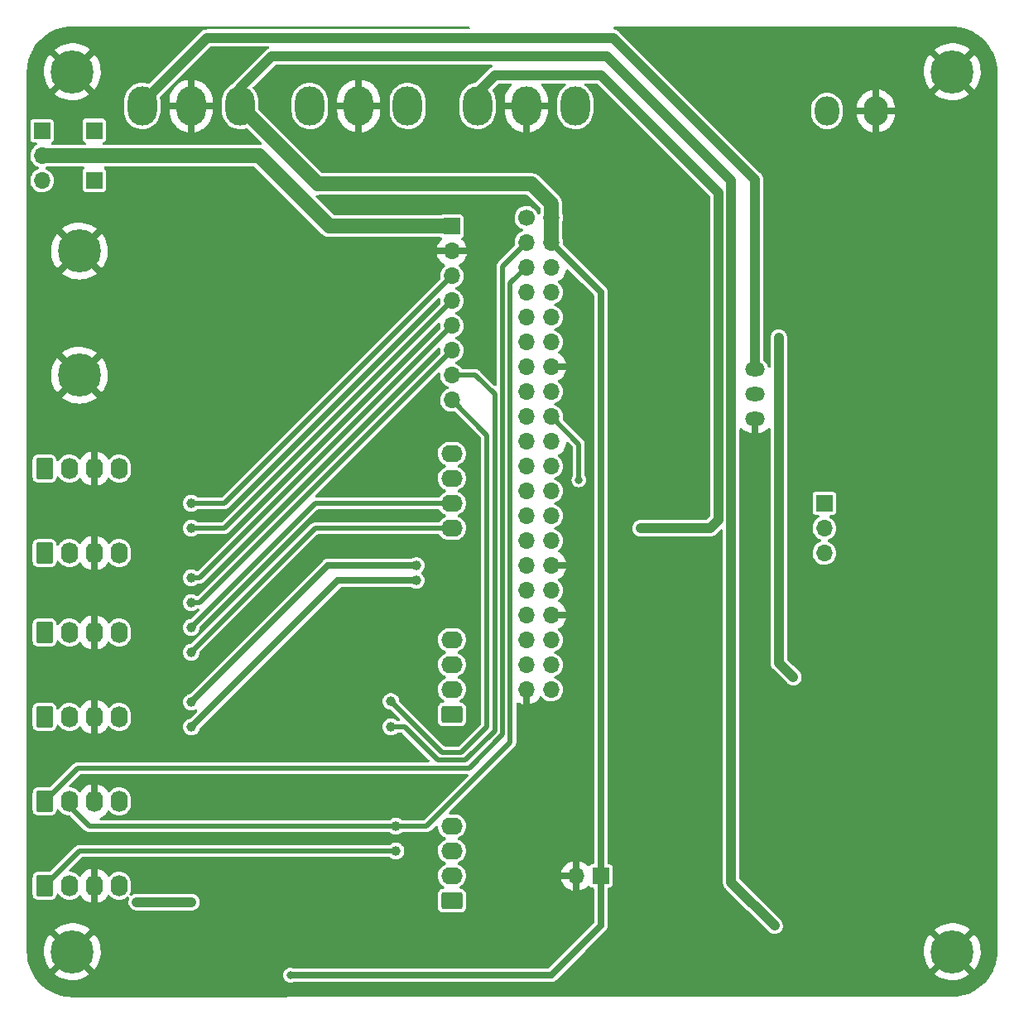
<source format=gbr>
%TF.GenerationSoftware,KiCad,Pcbnew,6.0.5*%
%TF.CreationDate,2022-06-27T11:22:29-03:00*%
%TF.ProjectId,trekking,7472656b-6b69-46e6-972e-6b696361645f,rev?*%
%TF.SameCoordinates,Original*%
%TF.FileFunction,Copper,L2,Bot*%
%TF.FilePolarity,Positive*%
%FSLAX46Y46*%
G04 Gerber Fmt 4.6, Leading zero omitted, Abs format (unit mm)*
G04 Created by KiCad (PCBNEW 6.0.5) date 2022-06-27 11:22:29*
%MOMM*%
%LPD*%
G01*
G04 APERTURE LIST*
G04 Aperture macros list*
%AMRoundRect*
0 Rectangle with rounded corners*
0 $1 Rounding radius*
0 $2 $3 $4 $5 $6 $7 $8 $9 X,Y pos of 4 corners*
0 Add a 4 corners polygon primitive as box body*
4,1,4,$2,$3,$4,$5,$6,$7,$8,$9,$2,$3,0*
0 Add four circle primitives for the rounded corners*
1,1,$1+$1,$2,$3*
1,1,$1+$1,$4,$5*
1,1,$1+$1,$6,$7*
1,1,$1+$1,$8,$9*
0 Add four rect primitives between the rounded corners*
20,1,$1+$1,$2,$3,$4,$5,0*
20,1,$1+$1,$4,$5,$6,$7,0*
20,1,$1+$1,$6,$7,$8,$9,0*
20,1,$1+$1,$8,$9,$2,$3,0*%
G04 Aperture macros list end*
%TA.AperFunction,ComponentPad*%
%ADD10R,1.700000X1.700000*%
%TD*%
%TA.AperFunction,ComponentPad*%
%ADD11O,1.700000X1.700000*%
%TD*%
%TA.AperFunction,ComponentPad*%
%ADD12C,4.400000*%
%TD*%
%TA.AperFunction,ComponentPad*%
%ADD13O,3.000000X4.000000*%
%TD*%
%TA.AperFunction,ComponentPad*%
%ADD14RoundRect,0.250000X-0.620000X-0.845000X0.620000X-0.845000X0.620000X0.845000X-0.620000X0.845000X0*%
%TD*%
%TA.AperFunction,ComponentPad*%
%ADD15O,1.740000X2.190000*%
%TD*%
%TA.AperFunction,ComponentPad*%
%ADD16O,2.500000X3.000000*%
%TD*%
%TA.AperFunction,ComponentPad*%
%ADD17RoundRect,0.250000X0.845000X-0.620000X0.845000X0.620000X-0.845000X0.620000X-0.845000X-0.620000X0*%
%TD*%
%TA.AperFunction,ComponentPad*%
%ADD18O,2.190000X1.740000*%
%TD*%
%TA.AperFunction,ComponentPad*%
%ADD19O,2.000000X1.440000*%
%TD*%
%TA.AperFunction,ComponentPad*%
%ADD20C,1.700000*%
%TD*%
%TA.AperFunction,ViaPad*%
%ADD21C,1.000000*%
%TD*%
%TA.AperFunction,ViaPad*%
%ADD22C,0.800000*%
%TD*%
%TA.AperFunction,Conductor*%
%ADD23C,0.700000*%
%TD*%
%TA.AperFunction,Conductor*%
%ADD24C,1.000000*%
%TD*%
%TA.AperFunction,Conductor*%
%ADD25C,1.500000*%
%TD*%
%TA.AperFunction,Conductor*%
%ADD26C,0.500000*%
%TD*%
G04 APERTURE END LIST*
D10*
%TO.P,,1*%
%TO.N,+5V*%
X47250000Y-71100000D03*
%TD*%
%TO.P,J\u002A\u002A,1*%
%TO.N,/V2*%
X47250000Y-66000000D03*
%TD*%
%TO.P,J2,1,Pin_1*%
%TO.N,/V2*%
X121920000Y-104140000D03*
D11*
%TO.P,J2,2,Pin_2*%
%TO.N,Net-(C1-Pad1)*%
X121920000Y-106680000D03*
%TO.P,J2,3,Pin_3*%
%TO.N,+5V*%
X121920000Y-109220000D03*
%TD*%
D12*
%TO.P,REF\u002A\u002A,1*%
%TO.N,Earth*%
X45000000Y-60000000D03*
%TD*%
D13*
%TO.P,J7,1,Pin_1*%
%TO.N,+5V*%
X62150000Y-63500000D03*
%TO.P,J7,2,Pin_2*%
%TO.N,Earth*%
X57150000Y-63500000D03*
%TO.P,J7,3,Pin_3*%
%TO.N,/V2*%
X52150000Y-63500000D03*
%TD*%
D10*
%TO.P,J19,1,Pin_1*%
%TO.N,+5V*%
X99060000Y-142240000D03*
D11*
%TO.P,J19,2,Pin_2*%
%TO.N,Earth*%
X96520000Y-142240000D03*
%TD*%
D13*
%TO.P,J5,1,Pin_1*%
%TO.N,/V3*%
X86440000Y-63500000D03*
%TO.P,J5,2,Pin_2*%
%TO.N,Earth*%
X91440000Y-63500000D03*
%TO.P,J5,3,Pin_3*%
%TO.N,VCC*%
X96440000Y-63500000D03*
%TD*%
D14*
%TO.P,J14,1,Pin_1*%
%TO.N,/SDA0*%
X42164000Y-134620000D03*
D15*
%TO.P,J14,2,Pin_2*%
%TO.N,/SCL0*%
X44704000Y-134620000D03*
%TO.P,J14,3,Pin_3*%
%TO.N,Earth*%
X47244000Y-134620000D03*
%TO.P,J14,4,Pin_4*%
%TO.N,+3V3*%
X49784000Y-134620000D03*
%TD*%
D16*
%TO.P,J8,1,Pin_1*%
%TO.N,/VIN*%
X122201500Y-64008000D03*
%TO.P,J8,2,Pin_2*%
%TO.N,Earth*%
X127201500Y-64008000D03*
%TD*%
D14*
%TO.P,J15,1,Pin_1*%
%TO.N,/SDA0*%
X42164000Y-117348000D03*
D15*
%TO.P,J15,2,Pin_2*%
%TO.N,/SCL0*%
X44704000Y-117348000D03*
%TO.P,J15,3,Pin_3*%
%TO.N,Earth*%
X47244000Y-117348000D03*
%TO.P,J15,4,Pin_4*%
%TO.N,+3V3*%
X49784000Y-117348000D03*
%TD*%
D13*
%TO.P,J6,1,Pin_1*%
%TO.N,/V3*%
X69295000Y-63500000D03*
%TO.P,J6,2,Pin_2*%
%TO.N,Earth*%
X74295000Y-63500000D03*
%TO.P,J6,3,Pin_3*%
%TO.N,VCC*%
X79295000Y-63500000D03*
%TD*%
D12*
%TO.P,REF\u002A\u002A,1*%
%TO.N,Earth*%
X45000000Y-150000000D03*
%TD*%
%TO.P,REF\u002A\u002A,1*%
%TO.N,Earth*%
X45720000Y-91040000D03*
%TD*%
%TO.P,REF\u002A\u002A,1*%
%TO.N,Earth*%
X135000000Y-150000000D03*
%TD*%
D10*
%TO.P,J18,1,Pin_1*%
%TO.N,Vmod*%
X83820000Y-75800000D03*
D11*
%TO.P,J18,2,Pin_2*%
%TO.N,Earth*%
X83820000Y-78340000D03*
%TO.P,J18,3,Pin_3*%
%TO.N,/SPI0_RX*%
X83820000Y-80880000D03*
%TO.P,J18,4,Pin_4*%
%TO.N,/SPI0_SC*%
X83820000Y-83420000D03*
%TO.P,J18,5,Pin_5*%
%TO.N,/SPI0_SCK*%
X83820000Y-85960000D03*
%TO.P,J18,6,Pin_6*%
%TO.N,/SPI0_TX*%
X83820000Y-88500000D03*
%TO.P,J18,7,Pin_7*%
%TO.N,/TXD1*%
X83820000Y-91040000D03*
%TO.P,J18,8,Pin_8*%
%TO.N,/RXD1*%
X83820000Y-93580000D03*
%TD*%
D12*
%TO.P,REF\u002A\u002A,1*%
%TO.N,Earth*%
X45720000Y-78340000D03*
%TD*%
D17*
%TO.P,J9,1,Pin_1*%
%TO.N,/P1A*%
X83820000Y-144780000D03*
D18*
%TO.P,J9,2,Pin_2*%
%TO.N,/P1B*%
X83820000Y-142240000D03*
%TO.P,J9,3,Pin_3*%
%TO.N,/P1C*%
X83820000Y-139700000D03*
%TO.P,J9,4,Pin_4*%
%TO.N,/P1D*%
X83820000Y-137160000D03*
%TD*%
D19*
%TO.P,RV1,1,1*%
%TO.N,Earth*%
X114808000Y-95504000D03*
%TO.P,RV1,2,2*%
%TO.N,Net-(RV1-Pad2)*%
X114808000Y-92964000D03*
%TO.P,RV1,3,3*%
%TO.N,/V2*%
X114808000Y-90424000D03*
%TD*%
D14*
%TO.P,J12,1,Pin_1*%
%TO.N,/SDA0*%
X42164000Y-125984000D03*
D15*
%TO.P,J12,2,Pin_2*%
%TO.N,/SCL0*%
X44704000Y-125984000D03*
%TO.P,J12,3,Pin_3*%
%TO.N,Earth*%
X47244000Y-125984000D03*
%TO.P,J12,4,Pin_4*%
%TO.N,+3V3*%
X49784000Y-125984000D03*
%TD*%
D14*
%TO.P,J16,1,Pin_1*%
%TO.N,/SDA0*%
X42164000Y-143256000D03*
D15*
%TO.P,J16,2,Pin_2*%
%TO.N,/SCL0*%
X44704000Y-143256000D03*
%TO.P,J16,3,Pin_3*%
%TO.N,Earth*%
X47244000Y-143256000D03*
%TO.P,J16,4,Pin_4*%
%TO.N,+3V3*%
X49784000Y-143256000D03*
%TD*%
D18*
%TO.P,J11,1,Pin_1*%
%TO.N,/P3D*%
X83820000Y-106680000D03*
%TO.P,J11,2,Pin_2*%
%TO.N,/P3C*%
X83820000Y-104140000D03*
%TO.P,J11,3,Pin_3*%
%TO.N,/P3B*%
X83820000Y-101600000D03*
%TO.P,J11,4,Pin_4*%
%TO.N,/P3A*%
X83820000Y-99060000D03*
%TD*%
D12*
%TO.P,REF\u002A\u002A,1*%
%TO.N,Earth*%
X135000000Y-60000000D03*
%TD*%
D17*
%TO.P,J10,1,Pin_1*%
%TO.N,/P2A*%
X83820000Y-125730000D03*
D18*
%TO.P,J10,2,Pin_2*%
%TO.N,/P2B*%
X83820000Y-123190000D03*
%TO.P,J10,3,Pin_3*%
%TO.N,/P2C*%
X83820000Y-120650000D03*
%TO.P,J10,4,Pin_4*%
%TO.N,/P2D*%
X83820000Y-118110000D03*
%TD*%
D20*
%TO.P,J1,1,Pin_1*%
%TO.N,unconnected-(J1-Pad1)*%
X91435000Y-74930000D03*
D11*
%TO.P,J1,2,Pin_2*%
%TO.N,+5V*%
X93975000Y-74930000D03*
%TO.P,J1,3,Pin_3*%
%TO.N,/SDA0*%
X91435000Y-77470000D03*
%TO.P,J1,4,Pin_4*%
%TO.N,+5V*%
X93975000Y-77470000D03*
%TO.P,J1,5,Pin_5*%
%TO.N,/SCL0*%
X91435000Y-80010000D03*
%TO.P,J1,6,Pin_6*%
%TO.N,Earth*%
X93975000Y-80010000D03*
%TO.P,J1,7,Pin_7*%
%TO.N,unconnected-(J1-Pad7)*%
X91435000Y-82550000D03*
%TO.P,J1,8,Pin_8*%
%TO.N,/RXD0*%
X93975000Y-82550000D03*
%TO.P,J1,9,Pin_9*%
%TO.N,Earth*%
X91435000Y-85090000D03*
%TO.P,J1,10,Pin_10*%
%TO.N,/TXD0*%
X93975000Y-85090000D03*
%TO.P,J1,11,Pin_11*%
%TO.N,unconnected-(J1-Pad11)*%
X91435000Y-87630000D03*
%TO.P,J1,12,Pin_12*%
%TO.N,unconnected-(J1-Pad12)*%
X93975000Y-87630000D03*
%TO.P,J1,13,Pin_13*%
%TO.N,unconnected-(J1-Pad13)*%
X91435000Y-90170000D03*
%TO.P,J1,14,Pin_14*%
%TO.N,Earth*%
X93975000Y-90170000D03*
%TO.P,J1,15,Pin_15*%
%TO.N,unconnected-(J1-Pad15)*%
X91435000Y-92710000D03*
%TO.P,J1,16,Pin_16*%
%TO.N,unconnected-(J1-Pad16)*%
X93975000Y-92710000D03*
%TO.P,J1,17,Pin_17*%
%TO.N,unconnected-(J1-Pad17)*%
X91435000Y-95250000D03*
%TO.P,J1,18,Pin_18*%
%TO.N,/SWDIO*%
X93975000Y-95250000D03*
%TO.P,J1,19,Pin_19*%
%TO.N,unconnected-(J1-Pad19)*%
X91435000Y-97790000D03*
%TO.P,J1,20,Pin_20*%
%TO.N,Earth*%
X93975000Y-97790000D03*
%TO.P,J1,21,Pin_21*%
%TO.N,unconnected-(J1-Pad21)*%
X91435000Y-100330000D03*
%TO.P,J1,22,Pin_22*%
%TO.N,/SWCLK*%
X93975000Y-100330000D03*
%TO.P,J1,23,Pin_23*%
%TO.N,unconnected-(J1-Pad23)*%
X91435000Y-102870000D03*
%TO.P,J1,24,Pin_24*%
%TO.N,unconnected-(J1-Pad24)*%
X93975000Y-102870000D03*
%TO.P,J1,25,Pin_25*%
%TO.N,Earth*%
X91435000Y-105410000D03*
%TO.P,J1,26,Pin_26*%
%TO.N,unconnected-(J1-Pad26)*%
X93975000Y-105410000D03*
%TO.P,J1,27,Pin_27*%
%TO.N,unconnected-(J1-Pad27)*%
X91435000Y-107950000D03*
%TO.P,J1,28,Pin_28*%
%TO.N,unconnected-(J1-Pad28)*%
X93975000Y-107950000D03*
%TO.P,J1,29,Pin_29*%
%TO.N,/G22*%
X91435000Y-110490000D03*
%TO.P,J1,30,Pin_30*%
%TO.N,Earth*%
X93975000Y-110490000D03*
%TO.P,J1,31,Pin_31*%
%TO.N,/RUN*%
X91435000Y-113030000D03*
%TO.P,J1,32,Pin_32*%
%TO.N,unconnected-(J1-Pad32)*%
X93975000Y-113030000D03*
%TO.P,J1,33,Pin_33*%
%TO.N,unconnected-(J1-Pad33)*%
X91435000Y-115570000D03*
%TO.P,J1,34,Pin_34*%
%TO.N,Earth*%
X93975000Y-115570000D03*
%TO.P,J1,35,Pin_35*%
%TO.N,unconnected-(J1-Pad35)*%
X91435000Y-118110000D03*
%TO.P,J1,36,Pin_36*%
%TO.N,unconnected-(J1-Pad36)*%
X93975000Y-118110000D03*
%TO.P,J1,37,Pin_37*%
%TO.N,unconnected-(J1-Pad37)*%
X91435000Y-120650000D03*
%TO.P,J1,38,Pin_38*%
%TO.N,unconnected-(J1-Pad38)*%
X93975000Y-120650000D03*
%TO.P,J1,39,Pin_39*%
%TO.N,Earth*%
X91435000Y-123190000D03*
%TO.P,J1,40,Pin_40*%
%TO.N,unconnected-(J1-Pad40)*%
X93975000Y-123190000D03*
%TD*%
D14*
%TO.P,J17,1,Pin_1*%
%TO.N,/SDA0*%
X42164000Y-109220000D03*
D15*
%TO.P,J17,2,Pin_2*%
%TO.N,/SCL0*%
X44704000Y-109220000D03*
%TO.P,J17,3,Pin_3*%
%TO.N,Earth*%
X47244000Y-109220000D03*
%TO.P,J17,4,Pin_4*%
%TO.N,+3V3*%
X49784000Y-109220000D03*
%TD*%
D14*
%TO.P,J13,1,Pin_1*%
%TO.N,/SDA0*%
X42164000Y-100584000D03*
D15*
%TO.P,J13,2,Pin_2*%
%TO.N,/SCL0*%
X44704000Y-100584000D03*
%TO.P,J13,3,Pin_3*%
%TO.N,Earth*%
X47244000Y-100584000D03*
%TO.P,J13,4,Pin_4*%
%TO.N,+3V3*%
X49784000Y-100584000D03*
%TD*%
D10*
%TO.P,J4,1,Pin_1*%
%TO.N,/V2*%
X41910000Y-66040000D03*
D11*
%TO.P,J4,2,Pin_2*%
%TO.N,Vmod*%
X41910000Y-68580000D03*
%TO.P,J4,3,Pin_3*%
%TO.N,+5V*%
X41910000Y-71120000D03*
%TD*%
D21*
%TO.N,/RUN*%
X80179000Y-112027000D03*
X57192000Y-127013000D03*
%TO.N,/G22*%
X57192000Y-124473000D03*
X80179000Y-110503000D03*
%TO.N,/ADC2*%
X51604000Y-144920000D03*
X57192000Y-144920000D03*
D22*
%TO.N,+5V*%
X116825000Y-147320000D03*
D21*
%TO.N,Earth*%
X132080000Y-116840000D03*
X127000000Y-121920000D03*
X60960000Y-83368464D03*
X137160000Y-132080000D03*
X76200000Y-83274845D03*
X118110000Y-77470000D03*
X52056786Y-88500000D03*
X127000000Y-76200000D03*
X55880000Y-93580000D03*
X132080000Y-111760000D03*
X132080000Y-81280000D03*
X114300000Y-134620000D03*
X52070000Y-78340000D03*
X127000000Y-96520000D03*
X77600000Y-109200000D03*
X101600000Y-96520000D03*
X137160000Y-101600000D03*
X101600000Y-86360000D03*
X55880000Y-83399670D03*
X106680000Y-101600000D03*
X69850000Y-88375175D03*
X77470000Y-99930000D03*
X127000000Y-81280000D03*
X64770000Y-93580000D03*
X60960000Y-93580000D03*
X57200000Y-122000000D03*
X127000000Y-116840000D03*
X137160000Y-66040000D03*
X132080000Y-147320000D03*
X57000000Y-147300000D03*
X60960000Y-78340000D03*
X101600000Y-121920000D03*
X55880000Y-78340000D03*
X137160000Y-111760000D03*
X57000000Y-134700000D03*
X64770000Y-88406381D03*
X78200000Y-147400000D03*
X45720000Y-84690000D03*
X137160000Y-127000000D03*
X127000000Y-111760000D03*
X64770000Y-78340000D03*
X80010000Y-94850000D03*
X101600000Y-66040000D03*
X101600000Y-91440000D03*
X127000000Y-71120000D03*
X80010000Y-78340000D03*
X137160000Y-81280000D03*
X137160000Y-76200000D03*
X137160000Y-137160000D03*
X101600000Y-137160000D03*
X120650000Y-97790000D03*
X114300000Y-113030000D03*
X132080000Y-66040000D03*
X101600000Y-111760000D03*
X137160000Y-116840000D03*
X106680000Y-76200000D03*
X101600000Y-147320000D03*
X132080000Y-71120000D03*
X78100000Y-134600000D03*
X52070000Y-93580000D03*
X69850000Y-83306051D03*
X127000000Y-127000000D03*
X137160000Y-71120000D03*
X64770000Y-83337257D03*
X101600000Y-132080000D03*
X137160000Y-121920000D03*
X137160000Y-142240000D03*
X101600000Y-81280000D03*
X132080000Y-101600000D03*
X132080000Y-96520000D03*
X101600000Y-101600000D03*
X132080000Y-127000000D03*
X106680000Y-111760000D03*
X57100000Y-109200000D03*
X109220000Y-61195000D03*
X55880000Y-88468793D03*
X97070000Y-90310000D03*
X101600000Y-116840000D03*
X101600000Y-142240000D03*
X60960000Y-88437587D03*
X109220000Y-138430000D03*
X132080000Y-76200000D03*
X52069086Y-83420000D03*
X101600000Y-106680000D03*
X127000000Y-147320000D03*
X101600000Y-127000000D03*
X132080000Y-106680000D03*
X101600000Y-71120000D03*
X132080000Y-121920000D03*
X76200000Y-78340000D03*
X77600000Y-122000000D03*
X137160000Y-91440000D03*
X137160000Y-96520000D03*
X69850000Y-78340000D03*
X55245000Y-99930000D03*
X127000000Y-101600000D03*
X137160000Y-106680000D03*
X137160000Y-86360000D03*
X92625000Y-132220000D03*
X101600000Y-76200000D03*
X64685000Y-122060000D03*
%TO.N,VCC*%
X118745000Y-121920000D03*
X117270000Y-87200000D03*
%TO.N,/V3*%
X103124000Y-106680000D03*
D22*
%TO.N,+5V*%
X67310000Y-152400000D03*
D21*
%TO.N,/SDA0*%
X78105000Y-139700000D03*
%TO.N,/SCL0*%
X78105000Y-137160000D03*
D22*
%TO.N,/SWDIO*%
X96816000Y-101740000D03*
D21*
%TO.N,/TXD1*%
X77600000Y-127000000D03*
%TO.N,/RXD1*%
X77600000Y-124400000D03*
%TO.N,/SPI0_RX*%
X57150000Y-104140000D03*
%TO.N,/SPI0_SC*%
X57150000Y-106680000D03*
%TO.N,/SPI0_SCK*%
X57150000Y-111760000D03*
%TO.N,/SPI0_TX*%
X57150000Y-114300000D03*
%TO.N,/P3C*%
X57150000Y-116840000D03*
%TO.N,/P3D*%
X57150000Y-119380000D03*
%TD*%
D23*
%TO.N,/RUN*%
X72178000Y-112027000D02*
X80179000Y-112027000D01*
X57192000Y-127013000D02*
X72178000Y-112027000D01*
%TO.N,/G22*%
X71162000Y-110503000D02*
X57192000Y-124473000D01*
X80179000Y-110503000D02*
X71162000Y-110503000D01*
D24*
%TO.N,/ADC2*%
X51604000Y-144920000D02*
X57192000Y-144920000D01*
D25*
%TO.N,+5V*%
X93975000Y-74930000D02*
X93975000Y-73475000D01*
X70150000Y-71500000D02*
X62150000Y-63500000D01*
X93975000Y-73475000D02*
X92000000Y-71500000D01*
X92000000Y-71500000D02*
X70150000Y-71500000D01*
%TO.N,Vmod*%
X83820000Y-75800000D02*
X71300000Y-75800000D01*
X64080000Y-68580000D02*
X71300000Y-75800000D01*
X41910000Y-68580000D02*
X64080000Y-68580000D01*
D24*
%TO.N,VCC*%
X117270000Y-87200000D02*
X117270000Y-120445000D01*
X117270000Y-120445000D02*
X118745000Y-121920000D01*
%TO.N,/V3*%
X103124000Y-106680000D02*
X110236000Y-106680000D01*
X86440000Y-62150000D02*
X86440000Y-63500000D01*
X111125000Y-105791000D02*
X111125000Y-72390000D01*
X110236000Y-106680000D02*
X111125000Y-105791000D01*
X99060000Y-60325000D02*
X88265000Y-60325000D01*
X88265000Y-60325000D02*
X86440000Y-62150000D01*
X111125000Y-72390000D02*
X99060000Y-60325000D01*
%TO.N,/V2*%
X52150000Y-63500000D02*
X52150000Y-63130000D01*
X114808000Y-70993000D02*
X114808000Y-90424000D01*
X52150000Y-63130000D02*
X58765000Y-56515000D01*
X58765000Y-56515000D02*
X100330000Y-56515000D01*
X100330000Y-56515000D02*
X114808000Y-70993000D01*
%TO.N,+5V*%
X99695000Y-58420000D02*
X112395000Y-71120000D01*
X112395000Y-71120000D02*
X112395000Y-142890000D01*
X62150000Y-61675000D02*
X65405000Y-58420000D01*
X112395000Y-142890000D02*
X116825000Y-147320000D01*
X65405000Y-58420000D02*
X99695000Y-58420000D01*
X62150000Y-63500000D02*
X62150000Y-61675000D01*
D23*
X97605000Y-81095000D02*
X99060000Y-82550000D01*
X99060000Y-82550000D02*
X99060000Y-147320000D01*
D25*
X93975000Y-77470000D02*
X93975000Y-74930000D01*
D24*
X93975000Y-74930000D02*
X93975000Y-74575000D01*
D23*
X93975000Y-77470000D02*
X97600000Y-81095000D01*
X93980000Y-152400000D02*
X67310000Y-152400000D01*
X99060000Y-147320000D02*
X93980000Y-152400000D01*
X97600000Y-81095000D02*
X97605000Y-81095000D01*
D26*
%TO.N,/SDA0*%
X89000000Y-79905000D02*
X89000000Y-127800000D01*
X91435000Y-77470000D02*
X89000000Y-79905000D01*
X45720000Y-139700000D02*
X78105000Y-139700000D01*
X85600000Y-131200000D02*
X45584000Y-131200000D01*
X45584000Y-131200000D02*
X42164000Y-134620000D01*
X42164000Y-143256000D02*
X45720000Y-139700000D01*
X89000000Y-127800000D02*
X85600000Y-131200000D01*
%TO.N,/SCL0*%
X81240000Y-137160000D02*
X78105000Y-137160000D01*
X44704000Y-135128000D02*
X46736000Y-137160000D01*
X89800000Y-81645000D02*
X89800000Y-128600000D01*
X91435000Y-80010000D02*
X89800000Y-81645000D01*
X89800000Y-128600000D02*
X81240000Y-137160000D01*
X44704000Y-134620000D02*
X44704000Y-135128000D01*
X46736000Y-137160000D02*
X78105000Y-137160000D01*
%TO.N,/SWDIO*%
X96816000Y-101740000D02*
X96816000Y-98091000D01*
X96816000Y-98091000D02*
X93975000Y-95250000D01*
%TO.N,/TXD1*%
X88200000Y-93000000D02*
X88200000Y-127400000D01*
X85200000Y-130400000D02*
X82400000Y-130400000D01*
X86240000Y-91040000D02*
X88200000Y-93000000D01*
X83820000Y-91040000D02*
X86240000Y-91040000D01*
X77600000Y-127000000D02*
X79000000Y-127000000D01*
X79000000Y-127000000D02*
X82400000Y-130400000D01*
X88200000Y-127400000D02*
X85200000Y-130400000D01*
%TO.N,/RXD1*%
X87400000Y-127000000D02*
X84800000Y-129600000D01*
X83820000Y-93580000D02*
X87400000Y-97160000D01*
X82800000Y-129600000D02*
X77600000Y-124400000D01*
X84800000Y-129600000D02*
X82800000Y-129600000D01*
X87400000Y-97160000D02*
X87400000Y-127000000D01*
%TO.N,/SPI0_RX*%
X83820000Y-80880000D02*
X60560000Y-104140000D01*
X60560000Y-104140000D02*
X57150000Y-104140000D01*
%TO.N,/SPI0_SC*%
X60560000Y-106680000D02*
X57150000Y-106680000D01*
X83820000Y-83420000D02*
X60560000Y-106680000D01*
%TO.N,/SPI0_SCK*%
X57150000Y-111760000D02*
X58020000Y-111760000D01*
X58020000Y-111760000D02*
X83820000Y-85960000D01*
%TO.N,/SPI0_TX*%
X57150000Y-114300000D02*
X58020000Y-114300000D01*
X58020000Y-114300000D02*
X83820000Y-88500000D01*
%TO.N,/P3C*%
X69850000Y-104140000D02*
X57150000Y-116840000D01*
X83820000Y-104140000D02*
X69850000Y-104140000D01*
%TO.N,/P3D*%
X83820000Y-106680000D02*
X69850000Y-106680000D01*
X69850000Y-106680000D02*
X57150000Y-119380000D01*
%TD*%
%TA.AperFunction,Conductor*%
%TO.N,Earth*%
G36*
X85508471Y-55366500D02*
G01*
X85582963Y-55386492D01*
X85637479Y-55441051D01*
X85657412Y-55515559D01*
X85637420Y-55590051D01*
X85582861Y-55644567D01*
X85508412Y-55664500D01*
X58807023Y-55664500D01*
X58794555Y-55663977D01*
X58773881Y-55662241D01*
X58744098Y-55659740D01*
X58736094Y-55660808D01*
X58736092Y-55660808D01*
X58664598Y-55670347D01*
X58660986Y-55670784D01*
X58589317Y-55678570D01*
X58589316Y-55678570D01*
X58581291Y-55679442D01*
X58573827Y-55681954D01*
X58573185Y-55682067D01*
X58573013Y-55682109D01*
X58569477Y-55682932D01*
X58569347Y-55682961D01*
X58568735Y-55683139D01*
X58560931Y-55684180D01*
X58553354Y-55686938D01*
X58553353Y-55686938D01*
X58485571Y-55711609D01*
X58482215Y-55712785D01*
X58406152Y-55738383D01*
X58399405Y-55742437D01*
X58398803Y-55742685D01*
X58398631Y-55742770D01*
X58395376Y-55744323D01*
X58395241Y-55744385D01*
X58394683Y-55744689D01*
X58387285Y-55747382D01*
X58319621Y-55790323D01*
X58319586Y-55790345D01*
X58316527Y-55792235D01*
X58247756Y-55833557D01*
X58242033Y-55838969D01*
X58240593Y-55839969D01*
X58236425Y-55843121D01*
X58231262Y-55846398D01*
X58227028Y-55850183D01*
X58173726Y-55903485D01*
X58170743Y-55906385D01*
X58113493Y-55960524D01*
X58108956Y-55967200D01*
X58106800Y-55969733D01*
X58098692Y-55978519D01*
X52873993Y-61203219D01*
X52807198Y-61241783D01*
X52730070Y-61241783D01*
X52719028Y-61238360D01*
X52639603Y-61210312D01*
X52376122Y-61158380D01*
X52370733Y-61158112D01*
X52370727Y-61158111D01*
X52225326Y-61150873D01*
X52107905Y-61145028D01*
X51840569Y-61170534D01*
X51579715Y-61234364D01*
X51574727Y-61236385D01*
X51574722Y-61236386D01*
X51335812Y-61333155D01*
X51330808Y-61335182D01*
X51099062Y-61470875D01*
X50889331Y-61638601D01*
X50706009Y-61834846D01*
X50552936Y-62055499D01*
X50433320Y-62295938D01*
X50349665Y-62551126D01*
X50348743Y-62556436D01*
X50304501Y-62811239D01*
X50304500Y-62811247D01*
X50303724Y-62815717D01*
X50299500Y-62900567D01*
X50299500Y-64068223D01*
X50299695Y-64070904D01*
X50299695Y-64070917D01*
X50301630Y-64097585D01*
X50313984Y-64267846D01*
X50371880Y-64530080D01*
X50467025Y-64781211D01*
X50597426Y-65015976D01*
X50760350Y-65229458D01*
X50764203Y-65233225D01*
X50764207Y-65233229D01*
X50927875Y-65393224D01*
X50952386Y-65417185D01*
X51169509Y-65575225D01*
X51174281Y-65577736D01*
X51174288Y-65577740D01*
X51402395Y-65697752D01*
X51402398Y-65697753D01*
X51407172Y-65700265D01*
X51660397Y-65789688D01*
X51665691Y-65790731D01*
X51665693Y-65790732D01*
X51739881Y-65805354D01*
X51923878Y-65841620D01*
X51929267Y-65841888D01*
X51929273Y-65841889D01*
X52074674Y-65849127D01*
X52192095Y-65854972D01*
X52459431Y-65829466D01*
X52720285Y-65765636D01*
X52725273Y-65763615D01*
X52725278Y-65763614D01*
X52964188Y-65666845D01*
X52964190Y-65666844D01*
X52969192Y-65664818D01*
X53200938Y-65529125D01*
X53410669Y-65361399D01*
X53593991Y-65165154D01*
X53707757Y-65001162D01*
X53743984Y-64948941D01*
X53743985Y-64948940D01*
X53747064Y-64944501D01*
X53866680Y-64704062D01*
X53950335Y-64448874D01*
X53962708Y-64377616D01*
X53995499Y-64188761D01*
X53995500Y-64188753D01*
X53996276Y-64184283D01*
X54000500Y-64099433D01*
X54000500Y-64071658D01*
X54950000Y-64071658D01*
X54950165Y-64076613D01*
X54964117Y-64286679D01*
X54965423Y-64296464D01*
X55021233Y-64573254D01*
X55023823Y-64582787D01*
X55115752Y-64849767D01*
X55119576Y-64858863D01*
X55246009Y-65111345D01*
X55251003Y-65119857D01*
X55409718Y-65353400D01*
X55415786Y-65361167D01*
X55604007Y-65571680D01*
X55611044Y-65578571D01*
X55825449Y-65762338D01*
X55833340Y-65768242D01*
X56070161Y-65922034D01*
X56078773Y-65926848D01*
X56333846Y-66047965D01*
X56343022Y-66051598D01*
X56611871Y-66137916D01*
X56621449Y-66140304D01*
X56780695Y-66168957D01*
X56796654Y-66167617D01*
X56800000Y-66160506D01*
X56800000Y-66156518D01*
X57500000Y-66156518D01*
X57504145Y-66171989D01*
X57510695Y-66173743D01*
X57767718Y-66116292D01*
X57777185Y-66113505D01*
X58042171Y-66016010D01*
X58051203Y-66011989D01*
X58300980Y-65880296D01*
X58309375Y-65875132D01*
X58539543Y-65711561D01*
X58547198Y-65705317D01*
X58753702Y-65512748D01*
X58760459Y-65505552D01*
X58939688Y-65287356D01*
X58945430Y-65279336D01*
X59094228Y-65039349D01*
X59098856Y-65030645D01*
X59214612Y-64773079D01*
X59218048Y-64763839D01*
X59298718Y-64493234D01*
X59300902Y-64483622D01*
X59345200Y-64203936D01*
X59346037Y-64195692D01*
X59349924Y-64110113D01*
X59350000Y-64106737D01*
X59350000Y-63869616D01*
X59345855Y-63854145D01*
X59330384Y-63850000D01*
X57519616Y-63850000D01*
X57504145Y-63854145D01*
X57500000Y-63869616D01*
X57500000Y-66156518D01*
X56800000Y-66156518D01*
X56800000Y-63869616D01*
X56795855Y-63854145D01*
X56780384Y-63850000D01*
X54969616Y-63850000D01*
X54954145Y-63854145D01*
X54950000Y-63869616D01*
X54950000Y-64071658D01*
X54000500Y-64071658D01*
X54000500Y-63130384D01*
X54950000Y-63130384D01*
X54954145Y-63145855D01*
X54969616Y-63150000D01*
X56780384Y-63150000D01*
X56795855Y-63145855D01*
X56800000Y-63130384D01*
X57500000Y-63130384D01*
X57504145Y-63145855D01*
X57519616Y-63150000D01*
X59330384Y-63150000D01*
X59345855Y-63145855D01*
X59350000Y-63130384D01*
X59350000Y-62928342D01*
X59349835Y-62923387D01*
X59335883Y-62713321D01*
X59334577Y-62703536D01*
X59278767Y-62426746D01*
X59276177Y-62417213D01*
X59184248Y-62150233D01*
X59180424Y-62141137D01*
X59053991Y-61888655D01*
X59048997Y-61880143D01*
X58890282Y-61646600D01*
X58884214Y-61638833D01*
X58695993Y-61428320D01*
X58688956Y-61421429D01*
X58474551Y-61237662D01*
X58466660Y-61231758D01*
X58229839Y-61077966D01*
X58221227Y-61073152D01*
X57966154Y-60952035D01*
X57956978Y-60948402D01*
X57688129Y-60862084D01*
X57678551Y-60859696D01*
X57519305Y-60831043D01*
X57503346Y-60832383D01*
X57500000Y-60839494D01*
X57500000Y-63130384D01*
X56800000Y-63130384D01*
X56800000Y-60843482D01*
X56795855Y-60828011D01*
X56789305Y-60826257D01*
X56532282Y-60883708D01*
X56522815Y-60886495D01*
X56257829Y-60983990D01*
X56248797Y-60988011D01*
X55999020Y-61119704D01*
X55990625Y-61124868D01*
X55760457Y-61288439D01*
X55752802Y-61294683D01*
X55546298Y-61487252D01*
X55539541Y-61494448D01*
X55360312Y-61712644D01*
X55354570Y-61720664D01*
X55205772Y-61960651D01*
X55201144Y-61969355D01*
X55085388Y-62226921D01*
X55081952Y-62236161D01*
X55001282Y-62506766D01*
X54999098Y-62516378D01*
X54954800Y-62796064D01*
X54953963Y-62804308D01*
X54950076Y-62889887D01*
X54950000Y-62893263D01*
X54950000Y-63130384D01*
X54000500Y-63130384D01*
X54000500Y-62931777D01*
X53999892Y-62923387D01*
X53992524Y-62821846D01*
X53986016Y-62732154D01*
X53961052Y-62619082D01*
X53964483Y-62542030D01*
X54001189Y-62481600D01*
X59073647Y-57409141D01*
X59140442Y-57370577D01*
X59179006Y-57365500D01*
X64971935Y-57365500D01*
X65046435Y-57385462D01*
X65100973Y-57440000D01*
X65120935Y-57514500D01*
X65100973Y-57589000D01*
X65046812Y-57643161D01*
X65046152Y-57643383D01*
X65042497Y-57645579D01*
X65036922Y-57648469D01*
X65034685Y-57649689D01*
X65027285Y-57652382D01*
X65020473Y-57656705D01*
X65020471Y-57656706D01*
X64987926Y-57677360D01*
X64960762Y-57694599D01*
X64959586Y-57695345D01*
X64956527Y-57697235D01*
X64887756Y-57738557D01*
X64882033Y-57743969D01*
X64880593Y-57744969D01*
X64876425Y-57748121D01*
X64871262Y-57751398D01*
X64867028Y-57755183D01*
X64813726Y-57808485D01*
X64810743Y-57811385D01*
X64753493Y-57865524D01*
X64748956Y-57872200D01*
X64746800Y-57874733D01*
X64738692Y-57883519D01*
X61578326Y-61043886D01*
X61569141Y-61052332D01*
X61530460Y-61085020D01*
X61525560Y-61091429D01*
X61525559Y-61091430D01*
X61481760Y-61148717D01*
X61479517Y-61151578D01*
X61429269Y-61214073D01*
X61425767Y-61221127D01*
X61425398Y-61221654D01*
X61425323Y-61221778D01*
X61423394Y-61224877D01*
X61423316Y-61224999D01*
X61423004Y-61225566D01*
X61418223Y-61231820D01*
X61414814Y-61239131D01*
X61403614Y-61263149D01*
X61354037Y-61322233D01*
X61335037Y-61333469D01*
X61330808Y-61335182D01*
X61099062Y-61470875D01*
X60889331Y-61638601D01*
X60706009Y-61834846D01*
X60552936Y-62055499D01*
X60433320Y-62295938D01*
X60349665Y-62551126D01*
X60348743Y-62556436D01*
X60304501Y-62811239D01*
X60304500Y-62811247D01*
X60303724Y-62815717D01*
X60299500Y-62900567D01*
X60299500Y-64068223D01*
X60299695Y-64070904D01*
X60299695Y-64070917D01*
X60301630Y-64097585D01*
X60313984Y-64267846D01*
X60371880Y-64530080D01*
X60467025Y-64781211D01*
X60597426Y-65015976D01*
X60760350Y-65229458D01*
X60764203Y-65233225D01*
X60764207Y-65233229D01*
X60927875Y-65393224D01*
X60952386Y-65417185D01*
X61169509Y-65575225D01*
X61174281Y-65577736D01*
X61174288Y-65577740D01*
X61402395Y-65697752D01*
X61402398Y-65697753D01*
X61407172Y-65700265D01*
X61660397Y-65789688D01*
X61665691Y-65790731D01*
X61665693Y-65790732D01*
X61739881Y-65805354D01*
X61923878Y-65841620D01*
X61929267Y-65841888D01*
X61929273Y-65841889D01*
X62074674Y-65849127D01*
X62192095Y-65854972D01*
X62459431Y-65829466D01*
X62720285Y-65765636D01*
X62725274Y-65763615D01*
X62725281Y-65763613D01*
X62727732Y-65762620D01*
X62728741Y-65762495D01*
X62730429Y-65761950D01*
X62730534Y-65762274D01*
X62804277Y-65753157D01*
X62875299Y-65783234D01*
X62889023Y-65795365D01*
X64321840Y-67228182D01*
X64360404Y-67294977D01*
X64360404Y-67372105D01*
X64321840Y-67438900D01*
X64255045Y-67477464D01*
X64198738Y-67479278D01*
X64198475Y-67481446D01*
X64193148Y-67480799D01*
X64187878Y-67479770D01*
X64182357Y-67479500D01*
X64154849Y-67479500D01*
X64137078Y-67478436D01*
X64133964Y-67478062D01*
X64107009Y-67474824D01*
X64046770Y-67479089D01*
X64046220Y-67479128D01*
X64035697Y-67479500D01*
X48247206Y-67479500D01*
X48172706Y-67459538D01*
X48118168Y-67405000D01*
X48098206Y-67330500D01*
X48118168Y-67256000D01*
X48172706Y-67201462D01*
X48196043Y-67191251D01*
X48202112Y-67190358D01*
X48306855Y-67138932D01*
X48349363Y-67096350D01*
X48380592Y-67065067D01*
X48380594Y-67065064D01*
X48389293Y-67056350D01*
X48440536Y-66951518D01*
X48442206Y-66940073D01*
X48449721Y-66888561D01*
X48449721Y-66888555D01*
X48450500Y-66883218D01*
X48450500Y-65116782D01*
X48446247Y-65087888D01*
X48442045Y-65059348D01*
X48440358Y-65047888D01*
X48388932Y-64943145D01*
X48346420Y-64900707D01*
X48315067Y-64869408D01*
X48315064Y-64869406D01*
X48306350Y-64860707D01*
X48201518Y-64809464D01*
X48190075Y-64807795D01*
X48190073Y-64807794D01*
X48138561Y-64800279D01*
X48138555Y-64800279D01*
X48133218Y-64799500D01*
X46366782Y-64799500D01*
X46361397Y-64800293D01*
X46361393Y-64800293D01*
X46315776Y-64807009D01*
X46297888Y-64809642D01*
X46193145Y-64861068D01*
X46184445Y-64869784D01*
X46184444Y-64869784D01*
X46119408Y-64934933D01*
X46119406Y-64934936D01*
X46110707Y-64943650D01*
X46059464Y-65048482D01*
X46057795Y-65059925D01*
X46057794Y-65059927D01*
X46051959Y-65099927D01*
X46049500Y-65116782D01*
X46049500Y-66883218D01*
X46059642Y-66952112D01*
X46111068Y-67056855D01*
X46119784Y-67065555D01*
X46119784Y-67065556D01*
X46184933Y-67130592D01*
X46184936Y-67130594D01*
X46193650Y-67139293D01*
X46298482Y-67190536D01*
X46301224Y-67190936D01*
X46362069Y-67229215D01*
X46398071Y-67297425D01*
X46395144Y-67374498D01*
X46354073Y-67439781D01*
X46285863Y-67475783D01*
X46252788Y-67479500D01*
X42996229Y-67479500D01*
X42921729Y-67459538D01*
X42867191Y-67405000D01*
X42847229Y-67330500D01*
X42867191Y-67256000D01*
X42921729Y-67201462D01*
X42930552Y-67196756D01*
X42966855Y-67178932D01*
X42975556Y-67170216D01*
X43040592Y-67105067D01*
X43040594Y-67105064D01*
X43049293Y-67096350D01*
X43100536Y-66991518D01*
X43106285Y-66952112D01*
X43109721Y-66928561D01*
X43109721Y-66928555D01*
X43110500Y-66923218D01*
X43110500Y-65156782D01*
X43100358Y-65087888D01*
X43048932Y-64983145D01*
X43040216Y-64974444D01*
X42975067Y-64909408D01*
X42975064Y-64909406D01*
X42966350Y-64900707D01*
X42897393Y-64867000D01*
X42871909Y-64854543D01*
X42871908Y-64854543D01*
X42861518Y-64849464D01*
X42850075Y-64847795D01*
X42850073Y-64847794D01*
X42798561Y-64840279D01*
X42798555Y-64840279D01*
X42793218Y-64839500D01*
X41026782Y-64839500D01*
X41021397Y-64840293D01*
X41021393Y-64840293D01*
X40975776Y-64847009D01*
X40957888Y-64849642D01*
X40853145Y-64901068D01*
X40844445Y-64909784D01*
X40844444Y-64909784D01*
X40779408Y-64974933D01*
X40779406Y-64974936D01*
X40770707Y-64983650D01*
X40719464Y-65088482D01*
X40717795Y-65099925D01*
X40717794Y-65099927D01*
X40714887Y-65119857D01*
X40709500Y-65156782D01*
X40709500Y-66923218D01*
X40710293Y-66928603D01*
X40710293Y-66928607D01*
X40715196Y-66961909D01*
X40719642Y-66992112D01*
X40771068Y-67096855D01*
X40779784Y-67105555D01*
X40779784Y-67105556D01*
X40844933Y-67170592D01*
X40844936Y-67170594D01*
X40853650Y-67179293D01*
X40958482Y-67230536D01*
X40969925Y-67232205D01*
X40969927Y-67232206D01*
X41021439Y-67239721D01*
X41021445Y-67239721D01*
X41026782Y-67240500D01*
X41271497Y-67240500D01*
X41345997Y-67260462D01*
X41400535Y-67315000D01*
X41420497Y-67389500D01*
X41400535Y-67464000D01*
X41347680Y-67517551D01*
X41201341Y-67604614D01*
X41035457Y-67750090D01*
X40898863Y-67923360D01*
X40796131Y-68118620D01*
X40794106Y-68125143D01*
X40732727Y-68322813D01*
X40732726Y-68322818D01*
X40730703Y-68329333D01*
X40704770Y-68548440D01*
X40719200Y-68768604D01*
X40773511Y-68982452D01*
X40776369Y-68988652D01*
X40776371Y-68988657D01*
X40863022Y-69176616D01*
X40865883Y-69182821D01*
X40993222Y-69363002D01*
X41151264Y-69516961D01*
X41334717Y-69639540D01*
X41508776Y-69714322D01*
X41569345Y-69762071D01*
X41597925Y-69833708D01*
X41586858Y-69910038D01*
X41539108Y-69970608D01*
X41501529Y-69991012D01*
X41390957Y-70031804D01*
X41201341Y-70144614D01*
X41035457Y-70290090D01*
X41031230Y-70295452D01*
X41031229Y-70295453D01*
X40918335Y-70438660D01*
X40898863Y-70463360D01*
X40867820Y-70522363D01*
X40804983Y-70641796D01*
X40796131Y-70658620D01*
X40778870Y-70714211D01*
X40732727Y-70862813D01*
X40732726Y-70862818D01*
X40730703Y-70869333D01*
X40729901Y-70876110D01*
X40729900Y-70876114D01*
X40712918Y-71019598D01*
X40704770Y-71088440D01*
X40719200Y-71308604D01*
X40773511Y-71522452D01*
X40776369Y-71528652D01*
X40776371Y-71528657D01*
X40863022Y-71716616D01*
X40865883Y-71722821D01*
X40993222Y-71903002D01*
X41151264Y-72056961D01*
X41334717Y-72179540D01*
X41537436Y-72266635D01*
X41752632Y-72315329D01*
X41798767Y-72317142D01*
X41966269Y-72323723D01*
X41966272Y-72323723D01*
X41973098Y-72323991D01*
X42191452Y-72292331D01*
X42197908Y-72290139D01*
X42197914Y-72290138D01*
X42348761Y-72238932D01*
X42400379Y-72221410D01*
X42481914Y-72175748D01*
X42586924Y-72116940D01*
X42586926Y-72116939D01*
X42592884Y-72113602D01*
X42762518Y-71972518D01*
X42903602Y-71802884D01*
X42945315Y-71728401D01*
X43008076Y-71616332D01*
X43011410Y-71610379D01*
X43058285Y-71472289D01*
X43080138Y-71407914D01*
X43080139Y-71407908D01*
X43082331Y-71401452D01*
X43113991Y-71183098D01*
X43115643Y-71120000D01*
X43113723Y-71099098D01*
X43096079Y-70907091D01*
X43095454Y-70900289D01*
X43035565Y-70687936D01*
X43030235Y-70677126D01*
X42941002Y-70496181D01*
X42937980Y-70490053D01*
X42911826Y-70455028D01*
X42872023Y-70401726D01*
X42805967Y-70313267D01*
X42800950Y-70308629D01*
X42800947Y-70308626D01*
X42648970Y-70168140D01*
X42648968Y-70168138D01*
X42643949Y-70163499D01*
X42638171Y-70159854D01*
X42638168Y-70159851D01*
X42463127Y-70049409D01*
X42457350Y-70045764D01*
X42422359Y-70031804D01*
X42312862Y-69988119D01*
X42251063Y-69941971D01*
X42220617Y-69871106D01*
X42229682Y-69794513D01*
X42275830Y-69732714D01*
X42320179Y-69708634D01*
X42379767Y-69688407D01*
X42427660Y-69680500D01*
X46124432Y-69680500D01*
X46198932Y-69700462D01*
X46253470Y-69755000D01*
X46273432Y-69829500D01*
X46253470Y-69904000D01*
X46211167Y-69950653D01*
X46204202Y-69955639D01*
X46193145Y-69961068D01*
X46184445Y-69969784D01*
X46184444Y-69969784D01*
X46119408Y-70034933D01*
X46119406Y-70034936D01*
X46110707Y-70043650D01*
X46059464Y-70148482D01*
X46049500Y-70216782D01*
X46049500Y-71983218D01*
X46059642Y-72052112D01*
X46111068Y-72156855D01*
X46119784Y-72165555D01*
X46119784Y-72165556D01*
X46184933Y-72230592D01*
X46184936Y-72230594D01*
X46193650Y-72239293D01*
X46298482Y-72290536D01*
X46309925Y-72292205D01*
X46309927Y-72292206D01*
X46361439Y-72299721D01*
X46361445Y-72299721D01*
X46366782Y-72300500D01*
X48133218Y-72300500D01*
X48138603Y-72299707D01*
X48138607Y-72299707D01*
X48184224Y-72292991D01*
X48202112Y-72290358D01*
X48306855Y-72238932D01*
X48315556Y-72230216D01*
X48380592Y-72165067D01*
X48380594Y-72165064D01*
X48389293Y-72156350D01*
X48440536Y-72051518D01*
X48450500Y-71983218D01*
X48450500Y-70216782D01*
X48440358Y-70147888D01*
X48388932Y-70043145D01*
X48306350Y-69960707D01*
X48295284Y-69955298D01*
X48288984Y-69950804D01*
X48239924Y-69891290D01*
X48227194Y-69815220D01*
X48254204Y-69742976D01*
X48313718Y-69693916D01*
X48375508Y-69680500D01*
X63562440Y-69680500D01*
X63636940Y-69700462D01*
X63667799Y-69724141D01*
X70447603Y-76503945D01*
X70455035Y-76511942D01*
X70459030Y-76516570D01*
X70463137Y-76522360D01*
X70468266Y-76527270D01*
X70468267Y-76527271D01*
X70529396Y-76585789D01*
X70531720Y-76588062D01*
X70558930Y-76615272D01*
X70563927Y-76619399D01*
X70572078Y-76626649D01*
X70609704Y-76662668D01*
X70609710Y-76662673D01*
X70614831Y-76667575D01*
X70641594Y-76684856D01*
X70655643Y-76695138D01*
X70674734Y-76710904D01*
X70674742Y-76710909D01*
X70680210Y-76715425D01*
X70732158Y-76743807D01*
X70741521Y-76749378D01*
X70791246Y-76781485D01*
X70797820Y-76784135D01*
X70797827Y-76784138D01*
X70820788Y-76793391D01*
X70836534Y-76800834D01*
X70858269Y-76812710D01*
X70858278Y-76812714D01*
X70864494Y-76816110D01*
X70871250Y-76818273D01*
X70871251Y-76818273D01*
X70920858Y-76834152D01*
X70931116Y-76837854D01*
X70986019Y-76859981D01*
X71003895Y-76863472D01*
X71017282Y-76866086D01*
X71034150Y-76870417D01*
X71055705Y-76877317D01*
X71064494Y-76880130D01*
X71071538Y-76880976D01*
X71071542Y-76880977D01*
X71123241Y-76887187D01*
X71134028Y-76888885D01*
X71186852Y-76899201D01*
X71186854Y-76899201D01*
X71192122Y-76900230D01*
X71197643Y-76900500D01*
X71225151Y-76900500D01*
X71242923Y-76901564D01*
X71272991Y-76905176D01*
X71333780Y-76900872D01*
X71344303Y-76900500D01*
X82665051Y-76900500D01*
X82739551Y-76920462D01*
X82751573Y-76928195D01*
X82754934Y-76930592D01*
X82763650Y-76939293D01*
X82774717Y-76944703D01*
X82778744Y-76947575D01*
X82827805Y-77007088D01*
X82840536Y-77083158D01*
X82813527Y-77155402D01*
X82788990Y-77182180D01*
X82725051Y-77236789D01*
X82716791Y-77245049D01*
X82565949Y-77421663D01*
X82559085Y-77431112D01*
X82437732Y-77629141D01*
X82432427Y-77639551D01*
X82343545Y-77854133D01*
X82339937Y-77865239D01*
X82314563Y-77970925D01*
X82314983Y-77986937D01*
X82320624Y-77990000D01*
X85310400Y-77990000D01*
X85325871Y-77985855D01*
X85327532Y-77979654D01*
X85300063Y-77865239D01*
X85296455Y-77854133D01*
X85207573Y-77639551D01*
X85202268Y-77629141D01*
X85080915Y-77431112D01*
X85074051Y-77421663D01*
X84923209Y-77245049D01*
X84914951Y-77236791D01*
X84851035Y-77182202D01*
X84807349Y-77118639D01*
X84801297Y-77041749D01*
X84834501Y-76972134D01*
X84861067Y-76947748D01*
X84865799Y-76944360D01*
X84876855Y-76938932D01*
X84895293Y-76920462D01*
X84950592Y-76865067D01*
X84950594Y-76865064D01*
X84959293Y-76856350D01*
X85010536Y-76751518D01*
X85012206Y-76740073D01*
X85019721Y-76688561D01*
X85019721Y-76688555D01*
X85020500Y-76683218D01*
X85020500Y-74916782D01*
X85010358Y-74847888D01*
X84958932Y-74743145D01*
X84950216Y-74734444D01*
X84885067Y-74669408D01*
X84885064Y-74669406D01*
X84876350Y-74660707D01*
X84771518Y-74609464D01*
X84760075Y-74607795D01*
X84760073Y-74607794D01*
X84708561Y-74600279D01*
X84708555Y-74600279D01*
X84703218Y-74599500D01*
X82936782Y-74599500D01*
X82931397Y-74600293D01*
X82931393Y-74600293D01*
X82885776Y-74607009D01*
X82867888Y-74609642D01*
X82857491Y-74614747D01*
X82857490Y-74614747D01*
X82774200Y-74655640D01*
X82774199Y-74655641D01*
X82763145Y-74661068D01*
X82754444Y-74669784D01*
X82751835Y-74671652D01*
X82679639Y-74698789D01*
X82665099Y-74699500D01*
X71817560Y-74699500D01*
X71743060Y-74679538D01*
X71712201Y-74655859D01*
X69908160Y-72851818D01*
X69869596Y-72785023D01*
X69869596Y-72707895D01*
X69908160Y-72641100D01*
X69974955Y-72602536D01*
X70031278Y-72600603D01*
X70031527Y-72598555D01*
X70036864Y-72599203D01*
X70042122Y-72600230D01*
X70047643Y-72600500D01*
X70075151Y-72600500D01*
X70092923Y-72601564D01*
X70122990Y-72605176D01*
X70183779Y-72600872D01*
X70194302Y-72600500D01*
X91482440Y-72600500D01*
X91556940Y-72620462D01*
X91587799Y-72644141D01*
X92830859Y-73887201D01*
X92869423Y-73953996D01*
X92874500Y-73992560D01*
X92874500Y-74408340D01*
X92863347Y-74464409D01*
X92861131Y-74468620D01*
X92859107Y-74475139D01*
X92848457Y-74509437D01*
X92807300Y-74574666D01*
X92739042Y-74610577D01*
X92661973Y-74607549D01*
X92596744Y-74566392D01*
X92565522Y-74510638D01*
X92564867Y-74510889D01*
X92563133Y-74506371D01*
X92562752Y-74505691D01*
X92562421Y-74504516D01*
X92562420Y-74504513D01*
X92560565Y-74497936D01*
X92550866Y-74478267D01*
X92466002Y-74306181D01*
X92462980Y-74300053D01*
X92330967Y-74123267D01*
X92325950Y-74118629D01*
X92325947Y-74118626D01*
X92173970Y-73978140D01*
X92173968Y-73978138D01*
X92168949Y-73973499D01*
X92163171Y-73969854D01*
X92163168Y-73969851D01*
X91988127Y-73859409D01*
X91982350Y-73855764D01*
X91777421Y-73774006D01*
X91717541Y-73762095D01*
X91567727Y-73732295D01*
X91567724Y-73732295D01*
X91561024Y-73730962D01*
X91449264Y-73729499D01*
X91347240Y-73728163D01*
X91347235Y-73728163D01*
X91340406Y-73728074D01*
X91333673Y-73729231D01*
X91333672Y-73729231D01*
X91211843Y-73750165D01*
X91122957Y-73765438D01*
X91116558Y-73767799D01*
X91116553Y-73767800D01*
X91003487Y-73809513D01*
X90915957Y-73841804D01*
X90726341Y-73954614D01*
X90560457Y-74100090D01*
X90556230Y-74105452D01*
X90556229Y-74105453D01*
X90545845Y-74118626D01*
X90423863Y-74273360D01*
X90412698Y-74294581D01*
X90332449Y-74447109D01*
X90321131Y-74468620D01*
X90319106Y-74475143D01*
X90257727Y-74672813D01*
X90257726Y-74672818D01*
X90255703Y-74679333D01*
X90254901Y-74686110D01*
X90254900Y-74686114D01*
X90236984Y-74837490D01*
X90229770Y-74898440D01*
X90244200Y-75118604D01*
X90298511Y-75332452D01*
X90301369Y-75338652D01*
X90301371Y-75338657D01*
X90388022Y-75526616D01*
X90390883Y-75532821D01*
X90518222Y-75713002D01*
X90676264Y-75866961D01*
X90859717Y-75989540D01*
X91033776Y-76064322D01*
X91094345Y-76112071D01*
X91122925Y-76183708D01*
X91111858Y-76260038D01*
X91064108Y-76320608D01*
X91026529Y-76341012D01*
X90915957Y-76381804D01*
X90726341Y-76494614D01*
X90560457Y-76640090D01*
X90556230Y-76645452D01*
X90556229Y-76645453D01*
X90433738Y-76800834D01*
X90423863Y-76813360D01*
X90384677Y-76887840D01*
X90330646Y-76990536D01*
X90321131Y-77008620D01*
X90309985Y-77044516D01*
X90257727Y-77212813D01*
X90257726Y-77212818D01*
X90255703Y-77219333D01*
X90254901Y-77226110D01*
X90254900Y-77226114D01*
X90230637Y-77431112D01*
X90229770Y-77438440D01*
X90230217Y-77445258D01*
X90243658Y-77650331D01*
X90244200Y-77658604D01*
X90254323Y-77698462D01*
X90253314Y-77775582D01*
X90215267Y-77840498D01*
X88610122Y-79445643D01*
X88595468Y-79458494D01*
X88571718Y-79476718D01*
X88547550Y-79508215D01*
X88475464Y-79602159D01*
X88414956Y-79748238D01*
X88413681Y-79757919D01*
X88413681Y-79757921D01*
X88395593Y-79895315D01*
X88394318Y-79905000D01*
X88397292Y-79927591D01*
X88398225Y-79934675D01*
X88399500Y-79954124D01*
X88399500Y-91990547D01*
X88379538Y-92065047D01*
X88325000Y-92119585D01*
X88250500Y-92139547D01*
X88176000Y-92119585D01*
X88145141Y-92095906D01*
X86699357Y-90650122D01*
X86686506Y-90635468D01*
X86674228Y-90619467D01*
X86668282Y-90611718D01*
X86542841Y-90515464D01*
X86505600Y-90500038D01*
X86405784Y-90458693D01*
X86396762Y-90454956D01*
X86387081Y-90453681D01*
X86387079Y-90453681D01*
X86279361Y-90439500D01*
X86249685Y-90435593D01*
X86240000Y-90434318D01*
X86210322Y-90438225D01*
X86190876Y-90439500D01*
X84944665Y-90439500D01*
X84870165Y-90419538D01*
X84825279Y-90379651D01*
X84720061Y-90238748D01*
X84720054Y-90238741D01*
X84715967Y-90233267D01*
X84710950Y-90228629D01*
X84710947Y-90228626D01*
X84558970Y-90088140D01*
X84558968Y-90088138D01*
X84553949Y-90083499D01*
X84548171Y-90079854D01*
X84548168Y-90079851D01*
X84373127Y-89969409D01*
X84367350Y-89965764D01*
X84332359Y-89951804D01*
X84222862Y-89908119D01*
X84161063Y-89861971D01*
X84130617Y-89791106D01*
X84139682Y-89714513D01*
X84185830Y-89652714D01*
X84230179Y-89628634D01*
X84310379Y-89601410D01*
X84462929Y-89515978D01*
X84496924Y-89496940D01*
X84496926Y-89496939D01*
X84502884Y-89493602D01*
X84672518Y-89352518D01*
X84813602Y-89182884D01*
X84921410Y-88990379D01*
X84970925Y-88844513D01*
X84990138Y-88787914D01*
X84990139Y-88787908D01*
X84992331Y-88781452D01*
X85023991Y-88563098D01*
X85025643Y-88500000D01*
X85023370Y-88475258D01*
X85006079Y-88287091D01*
X85005454Y-88280289D01*
X84995074Y-88243482D01*
X84947421Y-88074517D01*
X84945565Y-88067936D01*
X84928067Y-88032452D01*
X84851002Y-87876181D01*
X84847980Y-87870053D01*
X84715967Y-87693267D01*
X84710950Y-87688629D01*
X84710947Y-87688626D01*
X84558970Y-87548140D01*
X84558968Y-87548138D01*
X84553949Y-87543499D01*
X84548171Y-87539854D01*
X84548168Y-87539851D01*
X84373127Y-87429409D01*
X84367350Y-87425764D01*
X84332359Y-87411804D01*
X84222862Y-87368119D01*
X84161063Y-87321971D01*
X84130617Y-87251106D01*
X84139682Y-87174513D01*
X84185830Y-87112714D01*
X84230179Y-87088634D01*
X84310379Y-87061410D01*
X84393664Y-87014768D01*
X84496924Y-86956940D01*
X84496926Y-86956939D01*
X84502884Y-86953602D01*
X84672518Y-86812518D01*
X84813602Y-86642884D01*
X84921410Y-86450379D01*
X84947949Y-86372198D01*
X84990138Y-86247914D01*
X84990139Y-86247908D01*
X84992331Y-86241452D01*
X85023991Y-86023098D01*
X85025643Y-85960000D01*
X85023370Y-85935258D01*
X85006079Y-85747091D01*
X85005454Y-85740289D01*
X84945565Y-85527936D01*
X84928067Y-85492452D01*
X84851002Y-85336181D01*
X84847980Y-85330053D01*
X84715967Y-85153267D01*
X84710950Y-85148629D01*
X84710947Y-85148626D01*
X84558970Y-85008140D01*
X84558968Y-85008138D01*
X84553949Y-85003499D01*
X84548171Y-84999854D01*
X84548168Y-84999851D01*
X84373127Y-84889409D01*
X84367350Y-84885764D01*
X84332359Y-84871804D01*
X84222862Y-84828119D01*
X84161063Y-84781971D01*
X84130617Y-84711106D01*
X84139682Y-84634513D01*
X84185830Y-84572714D01*
X84230179Y-84548634D01*
X84310379Y-84521410D01*
X84388530Y-84477643D01*
X84496924Y-84416940D01*
X84496926Y-84416939D01*
X84502884Y-84413602D01*
X84672518Y-84272518D01*
X84813602Y-84102884D01*
X84921410Y-83910379D01*
X84970925Y-83764513D01*
X84990138Y-83707914D01*
X84990139Y-83707908D01*
X84992331Y-83701452D01*
X85023991Y-83483098D01*
X85025643Y-83420000D01*
X85023370Y-83395258D01*
X85006079Y-83207091D01*
X85005454Y-83200289D01*
X84945565Y-82987936D01*
X84928067Y-82952452D01*
X84851002Y-82796181D01*
X84847980Y-82790053D01*
X84715967Y-82613267D01*
X84710950Y-82608629D01*
X84710947Y-82608626D01*
X84558970Y-82468140D01*
X84558968Y-82468138D01*
X84553949Y-82463499D01*
X84548171Y-82459854D01*
X84548168Y-82459851D01*
X84373127Y-82349409D01*
X84367350Y-82345764D01*
X84332359Y-82331804D01*
X84222862Y-82288119D01*
X84161063Y-82241971D01*
X84130617Y-82171106D01*
X84139682Y-82094513D01*
X84185830Y-82032714D01*
X84230179Y-82008634D01*
X84310379Y-81981410D01*
X84388530Y-81937643D01*
X84496924Y-81876940D01*
X84496926Y-81876939D01*
X84502884Y-81873602D01*
X84672518Y-81732518D01*
X84813602Y-81562884D01*
X84921410Y-81370379D01*
X84944925Y-81301106D01*
X84990138Y-81167914D01*
X84990139Y-81167908D01*
X84992331Y-81161452D01*
X85023991Y-80943098D01*
X85025643Y-80880000D01*
X85023370Y-80855258D01*
X85006079Y-80667091D01*
X85005454Y-80660289D01*
X84992529Y-80614458D01*
X84947421Y-80454517D01*
X84945565Y-80447936D01*
X84912309Y-80380498D01*
X84851002Y-80256181D01*
X84847980Y-80250053D01*
X84715967Y-80073267D01*
X84710950Y-80068629D01*
X84710947Y-80068626D01*
X84558376Y-79927591D01*
X84517219Y-79862362D01*
X84514191Y-79785293D01*
X84550103Y-79717036D01*
X84581665Y-79691134D01*
X84728888Y-79600915D01*
X84738337Y-79594051D01*
X84914951Y-79443209D01*
X84923209Y-79434951D01*
X85074051Y-79258337D01*
X85080915Y-79248888D01*
X85202268Y-79050859D01*
X85207573Y-79040449D01*
X85296455Y-78825867D01*
X85300063Y-78814761D01*
X85325437Y-78709075D01*
X85325017Y-78693063D01*
X85319376Y-78690000D01*
X82329600Y-78690000D01*
X82314129Y-78694145D01*
X82312468Y-78700346D01*
X82339937Y-78814761D01*
X82343545Y-78825867D01*
X82432427Y-79040449D01*
X82437732Y-79050859D01*
X82559085Y-79248888D01*
X82565949Y-79258337D01*
X82716791Y-79434951D01*
X82725049Y-79443209D01*
X82901663Y-79594051D01*
X82911112Y-79600915D01*
X83060360Y-79692375D01*
X83113452Y-79748321D01*
X83131457Y-79823318D01*
X83109551Y-79897270D01*
X83080752Y-79931440D01*
X82945457Y-80050090D01*
X82941230Y-80055452D01*
X82941229Y-80055453D01*
X82831493Y-80194654D01*
X82808863Y-80223360D01*
X82706131Y-80418620D01*
X82682145Y-80495867D01*
X82642727Y-80622813D01*
X82642726Y-80622818D01*
X82640703Y-80629333D01*
X82639901Y-80636110D01*
X82639900Y-80636114D01*
X82625594Y-80756987D01*
X82614770Y-80848440D01*
X82615693Y-80862518D01*
X82628702Y-81061000D01*
X82629200Y-81068604D01*
X82630881Y-81075222D01*
X82639323Y-81108464D01*
X82638312Y-81185586D01*
X82600266Y-81250498D01*
X60354906Y-103495859D01*
X60288111Y-103534423D01*
X60249547Y-103539500D01*
X57817106Y-103539500D01*
X57742606Y-103519538D01*
X57722904Y-103505222D01*
X57722230Y-103504474D01*
X57577593Y-103399388D01*
X57414267Y-103326671D01*
X57239391Y-103289500D01*
X57060609Y-103289500D01*
X57052968Y-103291124D01*
X57052969Y-103291124D01*
X56893372Y-103325047D01*
X56893369Y-103325048D01*
X56885733Y-103326671D01*
X56722408Y-103399388D01*
X56716089Y-103403979D01*
X56602607Y-103486429D01*
X56577770Y-103504474D01*
X56572544Y-103510278D01*
X56463367Y-103631530D01*
X56463363Y-103631535D01*
X56458141Y-103637335D01*
X56454238Y-103644095D01*
X56454236Y-103644098D01*
X56438654Y-103671087D01*
X56368750Y-103792165D01*
X56313503Y-103962197D01*
X56312687Y-103969957D01*
X56312687Y-103969959D01*
X56304057Y-104052071D01*
X56294815Y-104140000D01*
X56295631Y-104147764D01*
X56312346Y-104306791D01*
X56313503Y-104317803D01*
X56368750Y-104487835D01*
X56393592Y-104530863D01*
X56438556Y-104608742D01*
X56458141Y-104642665D01*
X56463363Y-104648465D01*
X56463367Y-104648470D01*
X56542059Y-104735865D01*
X56577770Y-104775526D01*
X56722407Y-104880612D01*
X56885733Y-104953329D01*
X57060609Y-104990500D01*
X57239391Y-104990500D01*
X57414267Y-104953329D01*
X57577593Y-104880612D01*
X57718591Y-104778170D01*
X57718593Y-104778169D01*
X57722230Y-104775526D01*
X57722648Y-104776102D01*
X57786121Y-104743757D01*
X57817106Y-104740500D01*
X60510876Y-104740500D01*
X60530322Y-104741775D01*
X60560000Y-104745682D01*
X60589677Y-104741775D01*
X60599361Y-104740500D01*
X60676406Y-104730357D01*
X60707079Y-104726319D01*
X60707080Y-104726319D01*
X60716762Y-104725044D01*
X60725784Y-104721307D01*
X60853817Y-104668274D01*
X60853818Y-104668274D01*
X60862841Y-104664536D01*
X60891344Y-104642665D01*
X60988282Y-104568282D01*
X61006506Y-104544532D01*
X61019357Y-104529878D01*
X82371885Y-83177351D01*
X82438680Y-83138787D01*
X82515808Y-83138787D01*
X82582603Y-83177351D01*
X82621167Y-83244146D01*
X82625211Y-83300223D01*
X82620768Y-83337767D01*
X82614770Y-83388440D01*
X82615693Y-83402518D01*
X82624940Y-83543602D01*
X82629200Y-83608604D01*
X82630881Y-83615222D01*
X82639323Y-83648464D01*
X82638312Y-83725586D01*
X82600266Y-83790498D01*
X60354906Y-106035859D01*
X60288111Y-106074423D01*
X60249547Y-106079500D01*
X57817106Y-106079500D01*
X57742606Y-106059538D01*
X57722904Y-106045222D01*
X57722230Y-106044474D01*
X57577593Y-105939388D01*
X57414267Y-105866671D01*
X57239391Y-105829500D01*
X57060609Y-105829500D01*
X57052968Y-105831124D01*
X57052969Y-105831124D01*
X56893372Y-105865047D01*
X56893369Y-105865048D01*
X56885733Y-105866671D01*
X56722408Y-105939388D01*
X56716089Y-105943979D01*
X56646687Y-105994403D01*
X56577770Y-106044474D01*
X56572544Y-106050278D01*
X56463367Y-106171530D01*
X56463363Y-106171535D01*
X56458141Y-106177335D01*
X56454238Y-106184095D01*
X56454236Y-106184098D01*
X56431590Y-106223322D01*
X56368750Y-106332165D01*
X56313503Y-106502197D01*
X56312687Y-106509957D01*
X56312687Y-106509959D01*
X56295770Y-106670915D01*
X56294815Y-106680000D01*
X56295631Y-106687764D01*
X56310439Y-106828647D01*
X56313503Y-106857803D01*
X56368750Y-107027835D01*
X56393592Y-107070863D01*
X56451048Y-107170379D01*
X56458141Y-107182665D01*
X56463363Y-107188465D01*
X56463367Y-107188470D01*
X56542059Y-107275865D01*
X56577770Y-107315526D01*
X56584085Y-107320114D01*
X56584086Y-107320115D01*
X56703496Y-107406872D01*
X56722407Y-107420612D01*
X56885733Y-107493329D01*
X57060609Y-107530500D01*
X57239391Y-107530500D01*
X57414267Y-107493329D01*
X57577593Y-107420612D01*
X57718591Y-107318170D01*
X57718593Y-107318169D01*
X57722230Y-107315526D01*
X57722648Y-107316102D01*
X57786121Y-107283757D01*
X57817106Y-107280500D01*
X60510876Y-107280500D01*
X60530322Y-107281775D01*
X60560000Y-107285682D01*
X60581732Y-107282821D01*
X60599361Y-107280500D01*
X60676406Y-107270357D01*
X60707079Y-107266319D01*
X60707080Y-107266319D01*
X60716762Y-107265044D01*
X60814627Y-107224507D01*
X60853817Y-107208274D01*
X60853818Y-107208274D01*
X60862841Y-107204536D01*
X60891344Y-107182665D01*
X60988282Y-107108282D01*
X61006506Y-107084532D01*
X61019357Y-107069878D01*
X82371885Y-85717351D01*
X82438680Y-85678787D01*
X82515808Y-85678787D01*
X82582603Y-85717351D01*
X82621167Y-85784146D01*
X82625211Y-85840223D01*
X82620768Y-85877767D01*
X82614770Y-85928440D01*
X82615693Y-85942518D01*
X82624940Y-86083602D01*
X82629200Y-86148604D01*
X82639323Y-86188462D01*
X82638314Y-86265582D01*
X82600267Y-86330498D01*
X57860903Y-111069862D01*
X57794108Y-111108426D01*
X57716980Y-111108426D01*
X57667964Y-111085046D01*
X57583913Y-111023979D01*
X57583908Y-111023976D01*
X57577593Y-111019388D01*
X57414267Y-110946671D01*
X57239391Y-110909500D01*
X57060609Y-110909500D01*
X57052968Y-110911124D01*
X57052969Y-110911124D01*
X56893372Y-110945047D01*
X56893369Y-110945048D01*
X56885733Y-110946671D01*
X56722408Y-111019388D01*
X56716089Y-111023979D01*
X56602607Y-111106429D01*
X56577770Y-111124474D01*
X56572544Y-111130278D01*
X56463367Y-111251530D01*
X56463363Y-111251535D01*
X56458141Y-111257335D01*
X56454238Y-111264095D01*
X56454236Y-111264098D01*
X56446210Y-111278000D01*
X56368750Y-111412165D01*
X56313503Y-111582197D01*
X56312687Y-111589957D01*
X56312687Y-111589959D01*
X56301753Y-111693991D01*
X56294815Y-111760000D01*
X56295631Y-111767764D01*
X56307492Y-111880608D01*
X56313503Y-111937803D01*
X56368750Y-112107835D01*
X56397010Y-112156783D01*
X56438556Y-112228742D01*
X56458141Y-112262665D01*
X56463363Y-112268465D01*
X56463367Y-112268470D01*
X56546232Y-112360500D01*
X56577770Y-112395526D01*
X56722407Y-112500612D01*
X56885733Y-112573329D01*
X57060609Y-112610500D01*
X57239391Y-112610500D01*
X57414267Y-112573329D01*
X57577593Y-112500612D01*
X57718591Y-112398170D01*
X57718593Y-112398169D01*
X57722230Y-112395526D01*
X57722648Y-112396102D01*
X57786121Y-112363757D01*
X57817106Y-112360500D01*
X57970876Y-112360500D01*
X57990322Y-112361775D01*
X58020000Y-112365682D01*
X58049677Y-112361775D01*
X58059361Y-112360500D01*
X58167079Y-112346319D01*
X58167081Y-112346319D01*
X58176762Y-112345044D01*
X58322841Y-112284536D01*
X58448282Y-112188282D01*
X58466506Y-112164532D01*
X58479357Y-112149878D01*
X82371885Y-88257350D01*
X82438680Y-88218786D01*
X82515808Y-88218786D01*
X82582603Y-88257350D01*
X82621167Y-88324145D01*
X82625211Y-88380222D01*
X82620768Y-88417767D01*
X82614770Y-88468440D01*
X82617126Y-88504383D01*
X82624940Y-88623602D01*
X82629200Y-88688604D01*
X82639323Y-88728462D01*
X82638314Y-88805582D01*
X82600267Y-88870498D01*
X57860903Y-113609862D01*
X57794108Y-113648426D01*
X57716980Y-113648426D01*
X57667964Y-113625046D01*
X57583913Y-113563979D01*
X57583908Y-113563976D01*
X57577593Y-113559388D01*
X57414267Y-113486671D01*
X57239391Y-113449500D01*
X57060609Y-113449500D01*
X57052968Y-113451124D01*
X57052969Y-113451124D01*
X56893372Y-113485047D01*
X56893369Y-113485048D01*
X56885733Y-113486671D01*
X56722408Y-113559388D01*
X56716089Y-113563979D01*
X56602607Y-113646429D01*
X56577770Y-113664474D01*
X56572544Y-113670278D01*
X56463367Y-113791530D01*
X56463363Y-113791535D01*
X56458141Y-113797335D01*
X56454238Y-113804095D01*
X56454236Y-113804098D01*
X56420249Y-113862965D01*
X56368750Y-113952165D01*
X56313503Y-114122197D01*
X56312687Y-114129957D01*
X56312687Y-114129959D01*
X56304057Y-114212071D01*
X56294815Y-114300000D01*
X56295631Y-114307764D01*
X56312346Y-114466791D01*
X56313503Y-114477803D01*
X56368750Y-114647835D01*
X56397514Y-114697656D01*
X56438556Y-114768742D01*
X56458141Y-114802665D01*
X56463363Y-114808465D01*
X56463367Y-114808470D01*
X56546232Y-114900500D01*
X56577770Y-114935526D01*
X56722407Y-115040612D01*
X56885733Y-115113329D01*
X57060609Y-115150500D01*
X57239391Y-115150500D01*
X57414267Y-115113329D01*
X57577593Y-115040612D01*
X57718591Y-114938170D01*
X57718593Y-114938169D01*
X57722230Y-114935526D01*
X57722648Y-114936102D01*
X57786121Y-114903757D01*
X57817106Y-114900500D01*
X57880547Y-114900500D01*
X57955047Y-114920462D01*
X58009585Y-114975000D01*
X58029547Y-115049500D01*
X58009585Y-115124000D01*
X57985906Y-115154859D01*
X57194906Y-115945859D01*
X57128111Y-115984423D01*
X57089547Y-115989500D01*
X57060609Y-115989500D01*
X57052968Y-115991124D01*
X57052969Y-115991124D01*
X56893372Y-116025047D01*
X56893369Y-116025048D01*
X56885733Y-116026671D01*
X56722408Y-116099388D01*
X56716089Y-116103979D01*
X56594375Y-116192410D01*
X56577770Y-116204474D01*
X56572544Y-116210278D01*
X56463367Y-116331530D01*
X56463363Y-116331535D01*
X56458141Y-116337335D01*
X56454238Y-116344095D01*
X56454236Y-116344098D01*
X56447411Y-116355920D01*
X56368750Y-116492165D01*
X56313503Y-116662197D01*
X56312687Y-116669957D01*
X56312687Y-116669959D01*
X56304057Y-116752071D01*
X56294815Y-116840000D01*
X56295631Y-116847764D01*
X56307492Y-116960608D01*
X56313503Y-117017803D01*
X56368750Y-117187835D01*
X56397514Y-117237656D01*
X56438556Y-117308742D01*
X56458141Y-117342665D01*
X56463363Y-117348465D01*
X56463367Y-117348470D01*
X56552981Y-117447995D01*
X56577770Y-117475526D01*
X56722407Y-117580612D01*
X56885733Y-117653329D01*
X57060609Y-117690500D01*
X57239391Y-117690500D01*
X57414267Y-117653329D01*
X57577593Y-117580612D01*
X57722230Y-117475526D01*
X57747019Y-117447995D01*
X57836633Y-117348470D01*
X57836637Y-117348465D01*
X57841859Y-117342665D01*
X57861445Y-117308742D01*
X57902486Y-117237656D01*
X57931250Y-117187835D01*
X57986497Y-117017803D01*
X57992423Y-116961424D01*
X58000369Y-116885825D01*
X58028010Y-116813819D01*
X58043194Y-116796041D01*
X70055094Y-104784141D01*
X70121889Y-104745577D01*
X70160453Y-104740500D01*
X82443792Y-104740500D01*
X82518292Y-104760462D01*
X82562002Y-104798795D01*
X82692962Y-104969466D01*
X82697870Y-104973932D01*
X82815154Y-105080652D01*
X82854104Y-105116094D01*
X82859721Y-105119618D01*
X82859723Y-105119619D01*
X83033044Y-105228343D01*
X83038665Y-105231869D01*
X83044814Y-105234341D01*
X83044824Y-105234346D01*
X83134631Y-105270448D01*
X83196309Y-105316757D01*
X83226569Y-105387701D01*
X83217302Y-105464271D01*
X83170993Y-105525949D01*
X83143201Y-105543180D01*
X82971204Y-105625218D01*
X82794277Y-105752353D01*
X82642660Y-105908810D01*
X82638960Y-105914317D01*
X82638957Y-105914320D01*
X82572241Y-106013604D01*
X82514120Y-106064306D01*
X82448569Y-106079500D01*
X69899124Y-106079500D01*
X69879678Y-106078225D01*
X69850000Y-106074318D01*
X69840315Y-106075593D01*
X69702921Y-106093681D01*
X69702919Y-106093681D01*
X69693238Y-106094956D01*
X69684216Y-106098693D01*
X69570850Y-106145651D01*
X69547159Y-106155464D01*
X69421718Y-106251718D01*
X69406400Y-106271681D01*
X69403496Y-106275466D01*
X69390644Y-106290121D01*
X57194906Y-118485859D01*
X57128111Y-118524423D01*
X57089547Y-118529500D01*
X57060609Y-118529500D01*
X57052968Y-118531124D01*
X57052969Y-118531124D01*
X56893372Y-118565047D01*
X56893369Y-118565048D01*
X56885733Y-118566671D01*
X56722408Y-118639388D01*
X56716089Y-118643979D01*
X56602607Y-118726429D01*
X56577770Y-118744474D01*
X56572544Y-118750278D01*
X56463367Y-118871530D01*
X56463363Y-118871535D01*
X56458141Y-118877335D01*
X56454238Y-118884095D01*
X56454236Y-118884098D01*
X56425309Y-118934201D01*
X56368750Y-119032165D01*
X56313503Y-119202197D01*
X56312687Y-119209957D01*
X56312687Y-119209959D01*
X56304996Y-119283131D01*
X56294815Y-119380000D01*
X56295631Y-119387764D01*
X56309483Y-119519552D01*
X56313503Y-119557803D01*
X56368750Y-119727835D01*
X56397514Y-119777656D01*
X56438556Y-119848742D01*
X56458141Y-119882665D01*
X56463363Y-119888465D01*
X56463367Y-119888470D01*
X56552981Y-119987995D01*
X56577770Y-120015526D01*
X56584085Y-120020114D01*
X56584086Y-120020115D01*
X56599060Y-120030994D01*
X56722407Y-120120612D01*
X56885733Y-120193329D01*
X57060609Y-120230500D01*
X57239391Y-120230500D01*
X57414267Y-120193329D01*
X57577593Y-120120612D01*
X57700941Y-120030994D01*
X57715914Y-120020115D01*
X57715915Y-120020114D01*
X57722230Y-120015526D01*
X57747019Y-119987995D01*
X57836633Y-119888470D01*
X57836637Y-119888465D01*
X57841859Y-119882665D01*
X57861445Y-119848742D01*
X57902486Y-119777656D01*
X57931250Y-119727835D01*
X57986497Y-119557803D01*
X57990364Y-119521012D01*
X58000369Y-119425825D01*
X58028010Y-119353819D01*
X58043194Y-119336041D01*
X70055094Y-107324141D01*
X70121889Y-107285577D01*
X70160453Y-107280500D01*
X82443792Y-107280500D01*
X82518292Y-107300462D01*
X82562002Y-107338795D01*
X82692962Y-107509466D01*
X82697870Y-107513932D01*
X82795624Y-107602881D01*
X82854104Y-107656094D01*
X83038665Y-107771869D01*
X83044813Y-107774341D01*
X83044818Y-107774343D01*
X83234653Y-107850656D01*
X83234658Y-107850657D01*
X83240811Y-107853131D01*
X83247308Y-107854476D01*
X83247313Y-107854478D01*
X83448801Y-107896204D01*
X83448803Y-107896204D01*
X83454152Y-107897312D01*
X83509444Y-107900500D01*
X84100274Y-107900500D01*
X84103565Y-107900206D01*
X84103571Y-107900206D01*
X84255397Y-107886656D01*
X84255400Y-107886655D01*
X84262005Y-107886066D01*
X84472152Y-107828576D01*
X84668796Y-107734782D01*
X84845723Y-107607647D01*
X84997340Y-107451190D01*
X85015752Y-107423791D01*
X85115154Y-107275865D01*
X85115155Y-107275863D01*
X85118855Y-107270357D01*
X85171137Y-107151255D01*
X85203761Y-107076937D01*
X85203762Y-107076934D01*
X85206427Y-107070863D01*
X85257287Y-106859015D01*
X85257805Y-106850041D01*
X85263772Y-106746544D01*
X85269828Y-106641508D01*
X85268707Y-106632244D01*
X85244452Y-106431808D01*
X85244451Y-106431802D01*
X85243654Y-106425218D01*
X85234288Y-106394771D01*
X85181543Y-106223322D01*
X85181542Y-106223319D01*
X85179592Y-106216981D01*
X85167216Y-106193002D01*
X85082713Y-106029281D01*
X85082712Y-106029279D01*
X85079667Y-106023380D01*
X84947038Y-105850534D01*
X84923922Y-105829500D01*
X84790800Y-105708368D01*
X84790798Y-105708366D01*
X84785896Y-105703906D01*
X84648235Y-105617551D01*
X84606956Y-105591657D01*
X84601335Y-105588131D01*
X84595186Y-105585659D01*
X84595176Y-105585654D01*
X84505369Y-105549552D01*
X84443691Y-105503243D01*
X84413431Y-105432299D01*
X84422698Y-105355729D01*
X84469007Y-105294051D01*
X84496799Y-105276820D01*
X84510645Y-105270216D01*
X84668796Y-105194782D01*
X84845723Y-105067647D01*
X84997340Y-104911190D01*
X85015754Y-104883788D01*
X85115154Y-104735865D01*
X85115155Y-104735863D01*
X85118855Y-104730357D01*
X85160318Y-104635902D01*
X85203761Y-104536937D01*
X85203762Y-104536934D01*
X85206427Y-104530863D01*
X85257287Y-104319015D01*
X85257805Y-104310041D01*
X85264147Y-104200038D01*
X85269828Y-104101508D01*
X85269032Y-104094927D01*
X85244452Y-103891808D01*
X85244451Y-103891802D01*
X85243654Y-103885218D01*
X85218114Y-103802197D01*
X85181543Y-103683322D01*
X85181542Y-103683319D01*
X85179592Y-103676981D01*
X85167216Y-103653002D01*
X85082713Y-103489281D01*
X85082712Y-103489279D01*
X85079667Y-103483380D01*
X84947038Y-103310534D01*
X84919894Y-103285835D01*
X84790800Y-103168368D01*
X84790798Y-103168366D01*
X84785896Y-103163906D01*
X84643282Y-103074444D01*
X84606956Y-103051657D01*
X84601335Y-103048131D01*
X84595186Y-103045659D01*
X84595176Y-103045654D01*
X84505369Y-103009552D01*
X84443691Y-102963243D01*
X84413431Y-102892299D01*
X84422698Y-102815729D01*
X84469007Y-102754051D01*
X84496799Y-102736820D01*
X84510158Y-102730448D01*
X84668796Y-102654782D01*
X84845723Y-102527647D01*
X84997340Y-102371190D01*
X85017239Y-102341578D01*
X85115154Y-102195865D01*
X85115155Y-102195863D01*
X85118855Y-102190357D01*
X85172165Y-102068913D01*
X85203761Y-101996937D01*
X85203762Y-101996934D01*
X85206427Y-101990863D01*
X85257287Y-101779015D01*
X85258556Y-101757015D01*
X85265771Y-101631874D01*
X85269828Y-101561508D01*
X85269032Y-101554927D01*
X85244452Y-101351808D01*
X85244451Y-101351802D01*
X85243654Y-101345218D01*
X85225027Y-101284668D01*
X85181543Y-101143322D01*
X85181542Y-101143319D01*
X85179592Y-101136981D01*
X85167216Y-101113002D01*
X85082713Y-100949281D01*
X85082712Y-100949279D01*
X85079667Y-100943380D01*
X84947038Y-100770534D01*
X84905990Y-100733183D01*
X84790800Y-100628368D01*
X84790798Y-100628366D01*
X84785896Y-100623906D01*
X84601335Y-100508131D01*
X84595186Y-100505659D01*
X84595176Y-100505654D01*
X84505369Y-100469552D01*
X84443691Y-100423243D01*
X84413431Y-100352299D01*
X84422698Y-100275729D01*
X84469007Y-100214051D01*
X84496799Y-100196820D01*
X84510158Y-100190448D01*
X84668796Y-100114782D01*
X84845723Y-99987647D01*
X84997340Y-99831190D01*
X85027281Y-99786634D01*
X85115154Y-99655865D01*
X85115155Y-99655863D01*
X85118855Y-99650357D01*
X85172165Y-99528913D01*
X85203761Y-99456937D01*
X85203762Y-99456934D01*
X85206427Y-99450863D01*
X85257287Y-99239015D01*
X85259677Y-99197573D01*
X85265771Y-99091874D01*
X85269828Y-99021508D01*
X85269032Y-99014927D01*
X85244452Y-98811808D01*
X85244451Y-98811802D01*
X85243654Y-98805218D01*
X85218114Y-98722197D01*
X85181543Y-98603322D01*
X85181542Y-98603319D01*
X85179592Y-98596981D01*
X85079667Y-98403380D01*
X84947038Y-98230534D01*
X84847679Y-98140124D01*
X84790800Y-98088368D01*
X84790798Y-98088366D01*
X84785896Y-98083906D01*
X84695804Y-98027391D01*
X84606956Y-97971657D01*
X84601335Y-97968131D01*
X84595187Y-97965659D01*
X84595182Y-97965657D01*
X84405347Y-97889344D01*
X84405342Y-97889343D01*
X84399189Y-97886869D01*
X84392692Y-97885524D01*
X84392687Y-97885522D01*
X84191199Y-97843796D01*
X84191197Y-97843796D01*
X84185848Y-97842688D01*
X84130556Y-97839500D01*
X83539726Y-97839500D01*
X83536435Y-97839794D01*
X83536429Y-97839794D01*
X83384603Y-97853344D01*
X83384600Y-97853345D01*
X83377995Y-97853934D01*
X83167848Y-97911424D01*
X82971204Y-98005218D01*
X82794277Y-98132353D01*
X82642660Y-98288810D01*
X82638959Y-98294317D01*
X82638957Y-98294320D01*
X82524846Y-98464135D01*
X82521145Y-98469643D01*
X82512012Y-98490449D01*
X82436493Y-98662486D01*
X82433573Y-98669137D01*
X82382713Y-98880985D01*
X82382331Y-98887603D01*
X82382331Y-98887606D01*
X82379504Y-98936635D01*
X82370172Y-99098492D01*
X82370968Y-99105069D01*
X82370968Y-99105073D01*
X82395548Y-99308192D01*
X82395549Y-99308198D01*
X82396346Y-99314782D01*
X82398297Y-99321125D01*
X82398298Y-99321128D01*
X82441596Y-99461870D01*
X82460408Y-99523019D01*
X82463450Y-99528912D01*
X82463450Y-99528913D01*
X82554088Y-99704520D01*
X82560333Y-99716620D01*
X82692962Y-99889466D01*
X82697870Y-99893932D01*
X82795624Y-99982881D01*
X82854104Y-100036094D01*
X82859721Y-100039618D01*
X82859723Y-100039619D01*
X83033044Y-100148343D01*
X83038665Y-100151869D01*
X83044814Y-100154341D01*
X83044824Y-100154346D01*
X83134631Y-100190448D01*
X83196309Y-100236757D01*
X83226569Y-100307701D01*
X83217302Y-100384271D01*
X83170993Y-100445949D01*
X83143201Y-100463180D01*
X82971204Y-100545218D01*
X82794277Y-100672353D01*
X82642660Y-100828810D01*
X82638959Y-100834317D01*
X82638957Y-100834320D01*
X82557730Y-100955199D01*
X82521145Y-101009643D01*
X82513963Y-101026005D01*
X82436493Y-101202486D01*
X82433573Y-101209137D01*
X82382713Y-101420985D01*
X82382331Y-101427603D01*
X82382331Y-101427606D01*
X82380542Y-101458633D01*
X82370172Y-101638492D01*
X82370968Y-101645069D01*
X82370968Y-101645073D01*
X82395548Y-101848192D01*
X82395549Y-101848198D01*
X82396346Y-101854782D01*
X82398297Y-101861125D01*
X82398298Y-101861128D01*
X82458457Y-102056678D01*
X82460408Y-102063019D01*
X82463450Y-102068912D01*
X82463450Y-102068913D01*
X82547434Y-102231628D01*
X82560333Y-102256620D01*
X82692962Y-102429466D01*
X82697870Y-102433932D01*
X82795624Y-102522881D01*
X82854104Y-102576094D01*
X83038665Y-102691869D01*
X83044814Y-102694341D01*
X83044824Y-102694346D01*
X83134631Y-102730448D01*
X83196309Y-102776757D01*
X83226569Y-102847701D01*
X83217302Y-102924271D01*
X83170993Y-102985949D01*
X83143201Y-103003180D01*
X82971204Y-103085218D01*
X82794277Y-103212353D01*
X82642660Y-103368810D01*
X82638960Y-103374317D01*
X82638957Y-103374320D01*
X82572241Y-103473604D01*
X82514120Y-103524306D01*
X82448569Y-103539500D01*
X69989453Y-103539500D01*
X69914953Y-103519538D01*
X69860415Y-103465000D01*
X69840453Y-103390500D01*
X69860415Y-103316000D01*
X69884094Y-103285141D01*
X82371885Y-90797350D01*
X82438680Y-90758786D01*
X82515808Y-90758786D01*
X82582603Y-90797350D01*
X82621167Y-90864145D01*
X82625211Y-90920222D01*
X82621332Y-90953002D01*
X82614770Y-91008440D01*
X82617056Y-91043315D01*
X82626123Y-91181651D01*
X82629200Y-91228604D01*
X82683511Y-91442452D01*
X82686369Y-91448652D01*
X82686371Y-91448657D01*
X82773022Y-91636616D01*
X82775883Y-91642821D01*
X82903222Y-91823002D01*
X83061264Y-91976961D01*
X83244717Y-92099540D01*
X83418776Y-92174322D01*
X83479345Y-92222071D01*
X83507925Y-92293708D01*
X83496858Y-92370038D01*
X83449108Y-92430608D01*
X83411529Y-92451012D01*
X83300957Y-92491804D01*
X83111341Y-92604614D01*
X82945457Y-92750090D01*
X82941230Y-92755452D01*
X82941229Y-92755453D01*
X82897135Y-92811387D01*
X82808863Y-92923360D01*
X82752496Y-93030494D01*
X82736076Y-93061705D01*
X82706131Y-93118620D01*
X82680744Y-93200379D01*
X82642727Y-93322813D01*
X82642726Y-93322818D01*
X82640703Y-93329333D01*
X82639901Y-93336110D01*
X82639900Y-93336114D01*
X82615573Y-93541653D01*
X82614770Y-93548440D01*
X82617126Y-93584383D01*
X82628702Y-93761000D01*
X82629200Y-93768604D01*
X82683511Y-93982452D01*
X82686369Y-93988652D01*
X82686371Y-93988657D01*
X82773022Y-94176616D01*
X82775883Y-94182821D01*
X82903222Y-94363002D01*
X83061264Y-94516961D01*
X83244717Y-94639540D01*
X83447436Y-94726635D01*
X83662632Y-94775329D01*
X83708767Y-94777142D01*
X83876269Y-94783723D01*
X83876272Y-94783723D01*
X83883098Y-94783991D01*
X83966273Y-94771931D01*
X84063901Y-94757776D01*
X84140494Y-94766841D01*
X84190640Y-94799875D01*
X86755859Y-97365094D01*
X86794423Y-97431889D01*
X86799500Y-97470453D01*
X86799500Y-126689547D01*
X86779538Y-126764047D01*
X86755859Y-126794906D01*
X84594906Y-128955859D01*
X84528111Y-128994423D01*
X84489547Y-128999500D01*
X83110453Y-128999500D01*
X83035953Y-128979538D01*
X83005094Y-128955859D01*
X78493194Y-124443959D01*
X78454630Y-124377164D01*
X78450369Y-124354175D01*
X78437313Y-124229959D01*
X78437313Y-124229957D01*
X78436497Y-124222197D01*
X78381250Y-124052165D01*
X78325544Y-123955680D01*
X78295764Y-123904098D01*
X78295762Y-123904095D01*
X78291859Y-123897335D01*
X78286637Y-123891535D01*
X78286633Y-123891530D01*
X78177454Y-123770276D01*
X78172230Y-123764474D01*
X78064678Y-123686332D01*
X78033908Y-123663976D01*
X78033907Y-123663975D01*
X78027593Y-123659388D01*
X77864267Y-123586671D01*
X77689391Y-123549500D01*
X77510609Y-123549500D01*
X77502968Y-123551124D01*
X77502969Y-123551124D01*
X77343372Y-123585047D01*
X77343369Y-123585048D01*
X77335733Y-123586671D01*
X77172408Y-123659388D01*
X77027770Y-123764474D01*
X77022546Y-123770276D01*
X77022544Y-123770278D01*
X76913367Y-123891530D01*
X76913363Y-123891535D01*
X76908141Y-123897335D01*
X76904238Y-123904095D01*
X76904236Y-123904098D01*
X76874456Y-123955680D01*
X76818750Y-124052165D01*
X76763503Y-124222197D01*
X76762687Y-124229957D01*
X76762687Y-124229959D01*
X76751503Y-124336372D01*
X76744815Y-124400000D01*
X76745631Y-124407764D01*
X76761390Y-124557695D01*
X76763503Y-124577803D01*
X76818750Y-124747835D01*
X76908141Y-124902665D01*
X76913363Y-124908465D01*
X76913367Y-124908470D01*
X76979789Y-124982238D01*
X77027770Y-125035526D01*
X77034085Y-125040114D01*
X77034086Y-125040115D01*
X77164964Y-125135204D01*
X77172407Y-125140612D01*
X77335733Y-125213329D01*
X77510609Y-125250500D01*
X77539547Y-125250500D01*
X77614047Y-125270462D01*
X77644906Y-125294141D01*
X78495906Y-126145141D01*
X78534470Y-126211936D01*
X78534470Y-126289064D01*
X78495906Y-126355859D01*
X78429111Y-126394423D01*
X78390547Y-126399500D01*
X78267106Y-126399500D01*
X78192606Y-126379538D01*
X78172904Y-126365222D01*
X78172230Y-126364474D01*
X78045486Y-126272388D01*
X78033908Y-126263976D01*
X78033907Y-126263975D01*
X78027593Y-126259388D01*
X77864267Y-126186671D01*
X77689391Y-126149500D01*
X77510609Y-126149500D01*
X77502968Y-126151124D01*
X77502969Y-126151124D01*
X77343372Y-126185047D01*
X77343369Y-126185048D01*
X77335733Y-126186671D01*
X77172408Y-126259388D01*
X77166089Y-126263979D01*
X77055408Y-126344394D01*
X77027770Y-126364474D01*
X77022544Y-126370278D01*
X76913367Y-126491530D01*
X76913363Y-126491535D01*
X76908141Y-126497335D01*
X76904238Y-126504095D01*
X76904236Y-126504098D01*
X76896731Y-126517098D01*
X76818750Y-126652165D01*
X76763503Y-126822197D01*
X76762687Y-126829957D01*
X76762687Y-126829959D01*
X76761321Y-126842959D01*
X76744815Y-127000000D01*
X76745631Y-127007764D01*
X76761773Y-127161340D01*
X76763503Y-127177803D01*
X76818750Y-127347835D01*
X76908141Y-127502665D01*
X76913363Y-127508465D01*
X76913367Y-127508470D01*
X76996232Y-127600500D01*
X77027770Y-127635526D01*
X77034085Y-127640114D01*
X77034086Y-127640115D01*
X77165783Y-127735799D01*
X77172407Y-127740612D01*
X77335733Y-127813329D01*
X77510609Y-127850500D01*
X77689391Y-127850500D01*
X77864267Y-127813329D01*
X78027593Y-127740612D01*
X78034218Y-127735799D01*
X78154337Y-127648526D01*
X78168591Y-127638170D01*
X78168593Y-127638169D01*
X78172230Y-127635526D01*
X78172648Y-127636102D01*
X78236121Y-127603757D01*
X78267106Y-127600500D01*
X78689547Y-127600500D01*
X78764047Y-127620462D01*
X78794906Y-127644141D01*
X81495906Y-130345141D01*
X81534470Y-130411936D01*
X81534470Y-130489064D01*
X81495906Y-130555859D01*
X81429111Y-130594423D01*
X81390547Y-130599500D01*
X45633124Y-130599500D01*
X45613678Y-130598225D01*
X45584000Y-130594318D01*
X45574315Y-130595593D01*
X45544639Y-130599500D01*
X45436921Y-130613681D01*
X45436919Y-130613681D01*
X45427238Y-130614956D01*
X45281159Y-130675464D01*
X45155718Y-130771718D01*
X45149773Y-130779466D01*
X45137496Y-130795466D01*
X45124644Y-130810121D01*
X42803906Y-133130859D01*
X42737111Y-133169423D01*
X42698547Y-133174500D01*
X41596681Y-133174501D01*
X41504640Y-133174501D01*
X41387238Y-133189956D01*
X41378212Y-133193695D01*
X41378211Y-133193695D01*
X41367099Y-133198298D01*
X41241159Y-133250464D01*
X41115718Y-133346718D01*
X41019464Y-133472159D01*
X41015726Y-133481182D01*
X41015726Y-133481183D01*
X41010847Y-133492962D01*
X40958956Y-133618238D01*
X40957681Y-133627919D01*
X40957681Y-133627921D01*
X40952193Y-133669612D01*
X40943500Y-133735639D01*
X40943501Y-135504360D01*
X40958956Y-135621762D01*
X40962695Y-135630788D01*
X40962695Y-135630789D01*
X41012521Y-135751078D01*
X41019464Y-135767841D01*
X41115718Y-135893282D01*
X41241159Y-135989536D01*
X41387238Y-136050044D01*
X41396919Y-136051319D01*
X41396921Y-136051319D01*
X41499797Y-136064863D01*
X41499804Y-136064863D01*
X41504639Y-136065500D01*
X42163932Y-136065500D01*
X42823360Y-136065499D01*
X42940762Y-136050044D01*
X42949789Y-136046305D01*
X43077817Y-135993274D01*
X43077818Y-135993274D01*
X43086841Y-135989536D01*
X43212282Y-135893282D01*
X43308536Y-135767841D01*
X43315480Y-135751078D01*
X43365307Y-135630784D01*
X43369044Y-135621762D01*
X43373121Y-135590800D01*
X43380332Y-135536022D01*
X43409848Y-135464765D01*
X43471038Y-135417813D01*
X43547506Y-135407746D01*
X43618763Y-135437262D01*
X43647665Y-135469912D01*
X43649218Y-135468796D01*
X43776353Y-135645723D01*
X43932810Y-135797340D01*
X43938317Y-135801041D01*
X43938320Y-135801043D01*
X44075586Y-135893282D01*
X44113643Y-135918855D01*
X44160954Y-135939623D01*
X44307063Y-136003761D01*
X44307066Y-136003762D01*
X44313137Y-136006427D01*
X44524985Y-136057287D01*
X44531603Y-136057669D01*
X44531606Y-136057669D01*
X44742492Y-136069828D01*
X44742335Y-136072553D01*
X44804962Y-136087216D01*
X44839965Y-136113200D01*
X46276643Y-137549878D01*
X46289494Y-137564532D01*
X46307718Y-137588282D01*
X46399099Y-137658401D01*
X46433159Y-137684536D01*
X46579238Y-137745044D01*
X46588919Y-137746319D01*
X46588921Y-137746319D01*
X46726315Y-137764407D01*
X46736000Y-137765682D01*
X46765678Y-137761775D01*
X46785124Y-137760500D01*
X77437894Y-137760500D01*
X77512394Y-137780462D01*
X77532096Y-137794778D01*
X77532770Y-137795526D01*
X77677407Y-137900612D01*
X77840733Y-137973329D01*
X78015609Y-138010500D01*
X78194391Y-138010500D01*
X78369267Y-137973329D01*
X78532593Y-137900612D01*
X78673591Y-137798170D01*
X78673593Y-137798169D01*
X78677230Y-137795526D01*
X78677648Y-137796102D01*
X78741121Y-137763757D01*
X78772106Y-137760500D01*
X81190876Y-137760500D01*
X81210322Y-137761775D01*
X81240000Y-137765682D01*
X81269677Y-137761775D01*
X81279361Y-137760500D01*
X81356406Y-137750357D01*
X81387079Y-137746319D01*
X81387080Y-137746319D01*
X81396762Y-137745044D01*
X81542841Y-137684536D01*
X81576901Y-137658401D01*
X81668282Y-137588282D01*
X81686506Y-137564532D01*
X81699357Y-137549878D01*
X82119192Y-137130043D01*
X82185987Y-137091479D01*
X82263115Y-137091479D01*
X82329910Y-137130043D01*
X82368474Y-137196838D01*
X82372472Y-137217501D01*
X82396346Y-137414782D01*
X82398297Y-137421125D01*
X82398298Y-137421128D01*
X82458457Y-137616678D01*
X82460408Y-137623019D01*
X82463450Y-137628912D01*
X82463450Y-137628913D01*
X82551814Y-137800114D01*
X82560333Y-137816620D01*
X82692962Y-137989466D01*
X82697870Y-137993932D01*
X82795624Y-138082881D01*
X82854104Y-138136094D01*
X83038665Y-138251869D01*
X83044814Y-138254341D01*
X83044824Y-138254346D01*
X83134631Y-138290448D01*
X83196309Y-138336757D01*
X83226569Y-138407701D01*
X83217302Y-138484271D01*
X83170993Y-138545949D01*
X83143201Y-138563180D01*
X82971204Y-138645218D01*
X82794277Y-138772353D01*
X82642660Y-138928810D01*
X82638959Y-138934317D01*
X82638957Y-138934320D01*
X82527961Y-139099500D01*
X82521145Y-139109643D01*
X82433573Y-139309137D01*
X82382713Y-139520985D01*
X82382331Y-139527603D01*
X82382331Y-139527606D01*
X82377970Y-139603248D01*
X82370172Y-139738492D01*
X82370968Y-139745069D01*
X82370968Y-139745073D01*
X82395548Y-139948192D01*
X82395549Y-139948198D01*
X82396346Y-139954782D01*
X82398297Y-139961125D01*
X82398298Y-139961128D01*
X82458457Y-140156678D01*
X82460408Y-140163019D01*
X82463450Y-140168912D01*
X82463450Y-140168913D01*
X82551814Y-140340114D01*
X82560333Y-140356620D01*
X82692962Y-140529466D01*
X82697870Y-140533932D01*
X82795624Y-140622881D01*
X82854104Y-140676094D01*
X82859721Y-140679618D01*
X82859723Y-140679619D01*
X82973364Y-140750906D01*
X83038665Y-140791869D01*
X83044814Y-140794341D01*
X83044824Y-140794346D01*
X83134631Y-140830448D01*
X83196309Y-140876757D01*
X83226569Y-140947701D01*
X83217302Y-141024271D01*
X83170993Y-141085949D01*
X83143201Y-141103180D01*
X82971204Y-141185218D01*
X82794277Y-141312353D01*
X82642660Y-141468810D01*
X82638959Y-141474317D01*
X82638957Y-141474320D01*
X82524846Y-141644135D01*
X82521145Y-141649643D01*
X82518478Y-141655719D01*
X82440944Y-141832346D01*
X82433573Y-141849137D01*
X82382713Y-142060985D01*
X82382331Y-142067603D01*
X82382331Y-142067606D01*
X82378794Y-142128962D01*
X82370172Y-142278492D01*
X82370968Y-142285069D01*
X82370968Y-142285073D01*
X82395548Y-142488192D01*
X82395549Y-142488198D01*
X82396346Y-142494782D01*
X82398297Y-142501125D01*
X82398298Y-142501128D01*
X82452345Y-142676811D01*
X82460408Y-142703019D01*
X82463450Y-142708912D01*
X82463450Y-142708913D01*
X82556995Y-142890152D01*
X82560333Y-142896620D01*
X82692962Y-143069466D01*
X82697870Y-143073932D01*
X82795624Y-143162881D01*
X82854104Y-143216094D01*
X82970132Y-143288878D01*
X83022634Y-143345378D01*
X83039853Y-143420559D01*
X83017174Y-143494278D01*
X82960674Y-143546780D01*
X82910406Y-143562823D01*
X82818238Y-143574956D01*
X82809212Y-143578695D01*
X82809211Y-143578695D01*
X82691210Y-143627573D01*
X82672159Y-143635464D01*
X82546718Y-143731718D01*
X82450464Y-143857159D01*
X82389956Y-144003238D01*
X82388681Y-144012919D01*
X82388681Y-144012921D01*
X82375138Y-144115796D01*
X82374500Y-144120639D01*
X82374501Y-145439360D01*
X82389956Y-145556762D01*
X82393695Y-145565788D01*
X82393695Y-145565789D01*
X82432587Y-145659681D01*
X82450464Y-145702841D01*
X82546718Y-145828282D01*
X82672159Y-145924536D01*
X82818238Y-145985044D01*
X82827919Y-145986319D01*
X82827921Y-145986319D01*
X82930797Y-145999863D01*
X82930804Y-145999863D01*
X82935639Y-146000500D01*
X83819909Y-146000500D01*
X84704360Y-146000499D01*
X84821762Y-145985044D01*
X84967841Y-145924536D01*
X85093282Y-145828282D01*
X85189536Y-145702841D01*
X85207414Y-145659681D01*
X85246307Y-145565784D01*
X85250044Y-145556762D01*
X85251320Y-145547073D01*
X85264863Y-145444203D01*
X85264863Y-145444196D01*
X85265500Y-145439361D01*
X85265499Y-144120640D01*
X85250044Y-144003238D01*
X85189536Y-143857159D01*
X85093282Y-143731718D01*
X84967841Y-143635464D01*
X84948791Y-143627573D01*
X84830784Y-143578693D01*
X84821762Y-143574956D01*
X84812083Y-143573682D01*
X84812080Y-143573681D01*
X84736022Y-143563668D01*
X84664765Y-143534152D01*
X84617813Y-143472962D01*
X84607746Y-143396494D01*
X84637262Y-143325237D01*
X84669912Y-143296335D01*
X84668796Y-143294782D01*
X84717536Y-143259759D01*
X84845723Y-143167647D01*
X84997340Y-143011190D01*
X85018948Y-142979035D01*
X85115154Y-142835865D01*
X85115155Y-142835863D01*
X85118855Y-142830357D01*
X85206427Y-142630863D01*
X85213753Y-142600346D01*
X95012468Y-142600346D01*
X95039937Y-142714761D01*
X95043545Y-142725867D01*
X95132427Y-142940449D01*
X95137732Y-142950859D01*
X95259085Y-143148888D01*
X95265949Y-143158337D01*
X95416791Y-143334951D01*
X95425049Y-143343209D01*
X95601663Y-143494051D01*
X95611112Y-143500915D01*
X95809141Y-143622268D01*
X95819551Y-143627573D01*
X96034133Y-143716455D01*
X96045239Y-143720063D01*
X96150925Y-143745437D01*
X96166937Y-143745017D01*
X96170000Y-143739376D01*
X96170000Y-142609616D01*
X96165855Y-142594145D01*
X96150384Y-142590000D01*
X95029600Y-142590000D01*
X95014129Y-142594145D01*
X95012468Y-142600346D01*
X85213753Y-142600346D01*
X85257287Y-142419015D01*
X85269828Y-142201508D01*
X85255521Y-142083280D01*
X85244452Y-141991808D01*
X85244451Y-141991802D01*
X85243654Y-141985218D01*
X85217269Y-141899450D01*
X85208493Y-141870925D01*
X95014563Y-141870925D01*
X95014983Y-141886937D01*
X95020624Y-141890000D01*
X96150384Y-141890000D01*
X96165855Y-141885855D01*
X96170000Y-141870384D01*
X96170000Y-140749600D01*
X96165855Y-140734129D01*
X96159654Y-140732468D01*
X96045239Y-140759937D01*
X96034133Y-140763545D01*
X95819551Y-140852427D01*
X95809141Y-140857732D01*
X95611112Y-140979085D01*
X95601663Y-140985949D01*
X95425049Y-141136791D01*
X95416791Y-141145049D01*
X95265949Y-141321663D01*
X95259085Y-141331112D01*
X95137732Y-141529141D01*
X95132427Y-141539551D01*
X95043545Y-141754133D01*
X95039937Y-141765239D01*
X95014563Y-141870925D01*
X85208493Y-141870925D01*
X85181543Y-141783322D01*
X85181542Y-141783319D01*
X85179592Y-141776981D01*
X85174368Y-141766859D01*
X85082713Y-141589281D01*
X85082712Y-141589279D01*
X85079667Y-141583380D01*
X84947038Y-141410534D01*
X84942130Y-141406068D01*
X84790800Y-141268368D01*
X84790798Y-141268366D01*
X84785896Y-141263906D01*
X84698353Y-141208990D01*
X84606956Y-141151657D01*
X84601335Y-141148131D01*
X84595186Y-141145659D01*
X84595176Y-141145654D01*
X84505369Y-141109552D01*
X84443691Y-141063243D01*
X84413431Y-140992299D01*
X84422698Y-140915729D01*
X84469007Y-140854051D01*
X84496799Y-140836820D01*
X84510158Y-140830448D01*
X84668796Y-140754782D01*
X84845723Y-140627647D01*
X84997340Y-140471190D01*
X85015754Y-140443788D01*
X85115154Y-140295865D01*
X85115155Y-140295863D01*
X85118855Y-140290357D01*
X85206427Y-140090863D01*
X85257287Y-139879015D01*
X85257805Y-139870041D01*
X85267161Y-139707764D01*
X85269828Y-139661508D01*
X85253909Y-139529959D01*
X85244452Y-139451808D01*
X85244451Y-139451802D01*
X85243654Y-139445218D01*
X85212948Y-139345404D01*
X85181543Y-139243322D01*
X85181542Y-139243319D01*
X85179592Y-139236981D01*
X85147841Y-139175464D01*
X85082713Y-139049281D01*
X85082712Y-139049279D01*
X85079667Y-139043380D01*
X84947038Y-138870534D01*
X84923922Y-138849500D01*
X84790800Y-138728368D01*
X84790798Y-138728366D01*
X84785896Y-138723906D01*
X84601335Y-138608131D01*
X84595186Y-138605659D01*
X84595176Y-138605654D01*
X84505369Y-138569552D01*
X84443691Y-138523243D01*
X84413431Y-138452299D01*
X84422698Y-138375729D01*
X84469007Y-138314051D01*
X84496799Y-138296820D01*
X84510158Y-138290448D01*
X84668796Y-138214782D01*
X84845723Y-138087647D01*
X84997340Y-137931190D01*
X85015754Y-137903788D01*
X85115154Y-137755865D01*
X85115155Y-137755863D01*
X85118855Y-137750357D01*
X85206427Y-137550863D01*
X85257287Y-137339015D01*
X85269828Y-137121508D01*
X85252823Y-136980985D01*
X85244452Y-136911808D01*
X85244451Y-136911802D01*
X85243654Y-136905218D01*
X85179592Y-136696981D01*
X85106953Y-136556245D01*
X85082713Y-136509281D01*
X85082712Y-136509279D01*
X85079667Y-136503380D01*
X84947038Y-136330534D01*
X84893109Y-136281462D01*
X84790800Y-136188368D01*
X84790798Y-136188366D01*
X84785896Y-136183906D01*
X84601335Y-136068131D01*
X84595187Y-136065659D01*
X84595182Y-136065657D01*
X84405347Y-135989344D01*
X84405342Y-135989343D01*
X84399189Y-135986869D01*
X84392692Y-135985524D01*
X84392687Y-135985522D01*
X84191199Y-135943796D01*
X84191197Y-135943796D01*
X84185848Y-135942688D01*
X84130556Y-135939500D01*
X83669453Y-135939500D01*
X83594953Y-135919538D01*
X83540415Y-135865000D01*
X83520453Y-135790500D01*
X83540415Y-135716000D01*
X83564094Y-135685141D01*
X90189878Y-129059357D01*
X90204532Y-129046506D01*
X90220533Y-129034228D01*
X90228282Y-129028282D01*
X90324536Y-128902841D01*
X90385044Y-128756762D01*
X90400500Y-128639361D01*
X90405682Y-128600000D01*
X90401775Y-128570322D01*
X90400500Y-128550876D01*
X90400500Y-124639999D01*
X90420462Y-124565499D01*
X90475000Y-124510961D01*
X90549500Y-124490999D01*
X90627352Y-124512956D01*
X90724141Y-124572268D01*
X90734551Y-124577573D01*
X90949133Y-124666455D01*
X90960239Y-124670063D01*
X91065925Y-124695437D01*
X91081937Y-124695017D01*
X91085000Y-124689376D01*
X91085000Y-122989000D01*
X91104962Y-122914500D01*
X91159500Y-122859962D01*
X91234000Y-122840000D01*
X91636000Y-122840000D01*
X91710500Y-122859962D01*
X91765038Y-122914500D01*
X91785000Y-122989000D01*
X91785000Y-124680400D01*
X91789145Y-124695871D01*
X91795346Y-124697532D01*
X91909761Y-124670063D01*
X91920867Y-124666455D01*
X92135449Y-124577573D01*
X92145859Y-124572268D01*
X92343888Y-124450915D01*
X92353337Y-124444051D01*
X92529951Y-124293209D01*
X92538209Y-124284951D01*
X92689051Y-124108337D01*
X92695912Y-124098894D01*
X92787310Y-123949746D01*
X92843257Y-123896655D01*
X92918254Y-123878650D01*
X92992206Y-123900556D01*
X93036033Y-123941605D01*
X93058222Y-123973002D01*
X93216264Y-124126961D01*
X93399717Y-124249540D01*
X93602436Y-124336635D01*
X93817632Y-124385329D01*
X93858177Y-124386922D01*
X94031269Y-124393723D01*
X94031272Y-124393723D01*
X94038098Y-124393991D01*
X94256452Y-124362331D01*
X94262908Y-124360139D01*
X94262914Y-124360138D01*
X94404833Y-124311962D01*
X94465379Y-124291410D01*
X94657884Y-124183602D01*
X94827518Y-124042518D01*
X94968602Y-123872884D01*
X95013440Y-123792821D01*
X95044712Y-123736979D01*
X95076410Y-123680379D01*
X95106257Y-123592452D01*
X95145138Y-123477914D01*
X95145139Y-123477908D01*
X95147331Y-123471452D01*
X95178991Y-123253098D01*
X95180643Y-123190000D01*
X95160454Y-122970289D01*
X95100565Y-122757936D01*
X95090800Y-122738133D01*
X95006002Y-122566181D01*
X95002980Y-122560053D01*
X94870967Y-122383267D01*
X94865950Y-122378629D01*
X94865947Y-122378626D01*
X94713970Y-122238140D01*
X94713968Y-122238138D01*
X94708949Y-122233499D01*
X94703171Y-122229854D01*
X94703168Y-122229851D01*
X94528127Y-122119409D01*
X94522350Y-122115764D01*
X94487359Y-122101804D01*
X94377862Y-122058119D01*
X94316063Y-122011971D01*
X94285617Y-121941106D01*
X94294682Y-121864513D01*
X94340830Y-121802714D01*
X94385179Y-121778634D01*
X94465379Y-121751410D01*
X94657884Y-121643602D01*
X94827518Y-121502518D01*
X94968602Y-121332884D01*
X95010315Y-121258401D01*
X95073076Y-121146332D01*
X95076410Y-121140379D01*
X95112381Y-121034411D01*
X95145138Y-120937914D01*
X95145139Y-120937908D01*
X95147331Y-120931452D01*
X95178991Y-120713098D01*
X95180643Y-120650000D01*
X95179432Y-120636815D01*
X95161079Y-120437091D01*
X95160454Y-120430289D01*
X95100565Y-120217936D01*
X95089324Y-120195140D01*
X95006002Y-120026181D01*
X95002980Y-120020053D01*
X94870967Y-119843267D01*
X94865950Y-119838629D01*
X94865947Y-119838626D01*
X94713970Y-119698140D01*
X94713968Y-119698138D01*
X94708949Y-119693499D01*
X94703171Y-119689854D01*
X94703168Y-119689851D01*
X94528127Y-119579409D01*
X94522350Y-119575764D01*
X94487359Y-119561804D01*
X94377862Y-119518119D01*
X94316063Y-119471971D01*
X94285617Y-119401106D01*
X94294682Y-119324513D01*
X94340830Y-119262714D01*
X94385179Y-119238634D01*
X94465379Y-119211410D01*
X94657884Y-119103602D01*
X94827518Y-118962518D01*
X94968602Y-118792884D01*
X94980045Y-118772452D01*
X95054564Y-118639388D01*
X95076410Y-118600379D01*
X95108129Y-118506937D01*
X95145138Y-118397914D01*
X95145139Y-118397908D01*
X95147331Y-118391452D01*
X95178991Y-118173098D01*
X95180643Y-118110000D01*
X95160454Y-117890289D01*
X95100565Y-117677936D01*
X95092060Y-117660688D01*
X95006002Y-117486181D01*
X95002980Y-117480053D01*
X94870967Y-117303267D01*
X94865950Y-117298629D01*
X94865947Y-117298626D01*
X94713376Y-117157591D01*
X94672219Y-117092362D01*
X94669191Y-117015293D01*
X94705103Y-116947036D01*
X94736665Y-116921134D01*
X94883888Y-116830915D01*
X94893337Y-116824051D01*
X95069951Y-116673209D01*
X95078209Y-116664951D01*
X95229051Y-116488337D01*
X95235915Y-116478888D01*
X95357268Y-116280859D01*
X95362573Y-116270449D01*
X95451455Y-116055867D01*
X95455063Y-116044761D01*
X95480437Y-115939075D01*
X95480017Y-115923063D01*
X95474376Y-115920000D01*
X93774000Y-115920000D01*
X93699500Y-115900038D01*
X93644962Y-115845500D01*
X93625000Y-115771000D01*
X93625000Y-115369000D01*
X93644962Y-115294500D01*
X93699500Y-115239962D01*
X93774000Y-115220000D01*
X95465400Y-115220000D01*
X95480871Y-115215855D01*
X95482532Y-115209654D01*
X95455063Y-115095239D01*
X95451455Y-115084133D01*
X95362573Y-114869551D01*
X95357268Y-114859141D01*
X95235915Y-114661112D01*
X95229051Y-114651663D01*
X95078209Y-114475049D01*
X95069951Y-114466791D01*
X94893337Y-114315949D01*
X94883888Y-114309085D01*
X94733416Y-114216875D01*
X94680324Y-114160929D01*
X94662319Y-114085932D01*
X94684225Y-114011980D01*
X94715991Y-113975275D01*
X94822265Y-113886887D01*
X94822266Y-113886886D01*
X94827518Y-113882518D01*
X94968602Y-113712884D01*
X94976098Y-113699500D01*
X95054564Y-113559388D01*
X95076410Y-113520379D01*
X95106257Y-113432452D01*
X95145138Y-113317914D01*
X95145139Y-113317908D01*
X95147331Y-113311452D01*
X95178991Y-113093098D01*
X95180643Y-113030000D01*
X95160454Y-112810289D01*
X95147124Y-112763022D01*
X95102421Y-112604517D01*
X95102421Y-112604516D01*
X95100565Y-112597936D01*
X95089324Y-112575140D01*
X95006002Y-112406181D01*
X95002980Y-112400053D01*
X94989198Y-112381596D01*
X94875055Y-112228742D01*
X94870967Y-112223267D01*
X94865950Y-112218629D01*
X94865947Y-112218626D01*
X94713376Y-112077591D01*
X94672219Y-112012362D01*
X94669191Y-111935293D01*
X94705103Y-111867036D01*
X94736665Y-111841134D01*
X94883888Y-111750915D01*
X94893337Y-111744051D01*
X95069951Y-111593209D01*
X95078209Y-111584951D01*
X95229051Y-111408337D01*
X95235915Y-111398888D01*
X95357268Y-111200859D01*
X95362573Y-111190449D01*
X95451455Y-110975867D01*
X95455063Y-110964761D01*
X95480437Y-110859075D01*
X95480017Y-110843063D01*
X95474376Y-110840000D01*
X93774000Y-110840000D01*
X93699500Y-110820038D01*
X93644962Y-110765500D01*
X93625000Y-110691000D01*
X93625000Y-110289000D01*
X93644962Y-110214500D01*
X93699500Y-110159962D01*
X93774000Y-110140000D01*
X95465400Y-110140000D01*
X95480871Y-110135855D01*
X95482532Y-110129654D01*
X95455063Y-110015239D01*
X95451455Y-110004133D01*
X95362573Y-109789551D01*
X95357268Y-109779141D01*
X95235915Y-109581112D01*
X95229051Y-109571663D01*
X95078209Y-109395049D01*
X95069951Y-109386791D01*
X94893337Y-109235949D01*
X94883888Y-109229085D01*
X94733416Y-109136875D01*
X94680324Y-109080929D01*
X94662319Y-109005932D01*
X94684225Y-108931980D01*
X94715991Y-108895275D01*
X94822265Y-108806887D01*
X94822266Y-108806886D01*
X94827518Y-108802518D01*
X94968602Y-108632884D01*
X95010315Y-108558401D01*
X95073076Y-108446332D01*
X95076410Y-108440379D01*
X95106257Y-108352452D01*
X95145138Y-108237914D01*
X95145139Y-108237908D01*
X95147331Y-108231452D01*
X95178991Y-108013098D01*
X95180643Y-107950000D01*
X95177747Y-107918478D01*
X95161079Y-107737091D01*
X95160454Y-107730289D01*
X95151516Y-107698595D01*
X95102421Y-107524517D01*
X95102421Y-107524516D01*
X95100565Y-107517936D01*
X95097503Y-107511725D01*
X95006002Y-107326181D01*
X95002980Y-107320053D01*
X94992512Y-107306034D01*
X94939076Y-107234476D01*
X94870967Y-107143267D01*
X94865950Y-107138629D01*
X94865947Y-107138626D01*
X94713970Y-106998140D01*
X94713968Y-106998138D01*
X94708949Y-106993499D01*
X94703171Y-106989854D01*
X94703168Y-106989851D01*
X94528127Y-106879409D01*
X94522350Y-106875764D01*
X94487321Y-106861789D01*
X94377862Y-106818119D01*
X94316063Y-106771971D01*
X94285617Y-106701106D01*
X94294682Y-106624513D01*
X94340830Y-106562714D01*
X94385179Y-106538634D01*
X94465379Y-106511410D01*
X94568401Y-106453715D01*
X94651924Y-106406940D01*
X94651926Y-106406939D01*
X94657884Y-106403602D01*
X94827518Y-106262518D01*
X94968602Y-106092884D01*
X94976098Y-106079500D01*
X95051993Y-105943979D01*
X95076410Y-105900379D01*
X95127973Y-105748480D01*
X95145138Y-105697914D01*
X95145139Y-105697908D01*
X95147331Y-105691452D01*
X95178991Y-105473098D01*
X95180643Y-105410000D01*
X95176095Y-105360500D01*
X95161079Y-105197091D01*
X95160454Y-105190289D01*
X95100565Y-104977936D01*
X95096389Y-104969466D01*
X95006002Y-104786181D01*
X95002980Y-104780053D01*
X94870967Y-104603267D01*
X94865950Y-104598629D01*
X94865947Y-104598626D01*
X94713970Y-104458140D01*
X94713968Y-104458138D01*
X94708949Y-104453499D01*
X94703171Y-104449854D01*
X94703168Y-104449851D01*
X94528127Y-104339409D01*
X94522350Y-104335764D01*
X94487359Y-104321804D01*
X94377862Y-104278119D01*
X94316063Y-104231971D01*
X94285617Y-104161106D01*
X94294682Y-104084513D01*
X94340830Y-104022714D01*
X94385179Y-103998634D01*
X94465379Y-103971410D01*
X94619286Y-103885218D01*
X94651924Y-103866940D01*
X94651926Y-103866939D01*
X94657884Y-103863602D01*
X94827518Y-103722518D01*
X94968602Y-103552884D01*
X94976098Y-103539500D01*
X95051993Y-103403979D01*
X95076410Y-103360379D01*
X95109744Y-103262179D01*
X95145138Y-103157914D01*
X95145139Y-103157908D01*
X95147331Y-103151452D01*
X95178991Y-102933098D01*
X95180643Y-102870000D01*
X95176095Y-102820500D01*
X95161079Y-102657091D01*
X95160454Y-102650289D01*
X95100565Y-102437936D01*
X95096833Y-102430367D01*
X95006002Y-102246181D01*
X95002980Y-102240053D01*
X94986907Y-102218528D01*
X94897355Y-102098605D01*
X94870967Y-102063267D01*
X94865950Y-102058629D01*
X94865947Y-102058626D01*
X94713970Y-101918140D01*
X94713968Y-101918138D01*
X94708949Y-101913499D01*
X94703171Y-101909854D01*
X94703168Y-101909851D01*
X94528127Y-101799409D01*
X94522350Y-101795764D01*
X94487359Y-101781804D01*
X94377862Y-101738119D01*
X94316063Y-101691971D01*
X94285617Y-101621106D01*
X94294682Y-101544513D01*
X94340830Y-101482714D01*
X94385179Y-101458634D01*
X94443448Y-101438854D01*
X94458919Y-101433603D01*
X94458920Y-101433602D01*
X94465379Y-101431410D01*
X94573327Y-101370956D01*
X94651924Y-101326940D01*
X94651926Y-101326939D01*
X94657884Y-101323602D01*
X94827518Y-101182518D01*
X94968602Y-101012884D01*
X95004222Y-100949281D01*
X95073076Y-100826332D01*
X95076410Y-100820379D01*
X95106257Y-100732452D01*
X95145138Y-100617914D01*
X95145139Y-100617908D01*
X95147331Y-100611452D01*
X95178991Y-100393098D01*
X95180643Y-100330000D01*
X95176095Y-100280500D01*
X95161079Y-100117091D01*
X95160454Y-100110289D01*
X95130707Y-100004811D01*
X95102421Y-99904517D01*
X95102421Y-99904516D01*
X95100565Y-99897936D01*
X95096389Y-99889466D01*
X95006002Y-99706181D01*
X95002980Y-99700053D01*
X94870967Y-99523267D01*
X94865950Y-99518629D01*
X94865947Y-99518626D01*
X94713376Y-99377591D01*
X94672219Y-99312362D01*
X94669191Y-99235293D01*
X94705103Y-99167036D01*
X94736665Y-99141134D01*
X94883888Y-99050915D01*
X94893337Y-99044051D01*
X95069951Y-98893209D01*
X95078209Y-98884951D01*
X95229051Y-98708337D01*
X95235915Y-98698888D01*
X95357268Y-98500859D01*
X95362573Y-98490449D01*
X95451455Y-98275867D01*
X95455063Y-98264761D01*
X95509285Y-98038914D01*
X95511110Y-98027391D01*
X95514355Y-97986159D01*
X95540101Y-97913455D01*
X95598750Y-97863364D01*
X95674586Y-97849308D01*
X95747290Y-97875054D01*
X95768255Y-97892490D01*
X96171859Y-98296094D01*
X96210423Y-98362889D01*
X96215500Y-98401453D01*
X96215500Y-101242431D01*
X96191744Y-101323146D01*
X96164555Y-101365335D01*
X96139515Y-101404190D01*
X96136667Y-101412016D01*
X96136666Y-101412017D01*
X96129103Y-101432796D01*
X96081927Y-101562409D01*
X96080884Y-101570668D01*
X96080883Y-101570671D01*
X96076631Y-101604333D01*
X96060825Y-101729455D01*
X96061637Y-101737737D01*
X96061637Y-101737741D01*
X96067684Y-101799409D01*
X96077255Y-101897025D01*
X96079881Y-101904920D01*
X96079882Y-101904923D01*
X96122300Y-102032435D01*
X96130402Y-102056791D01*
X96217624Y-102200812D01*
X96223412Y-102206805D01*
X96223413Y-102206807D01*
X96265819Y-102250719D01*
X96334586Y-102321929D01*
X96341555Y-102326490D01*
X96341557Y-102326491D01*
X96468503Y-102409563D01*
X96468506Y-102409564D01*
X96475475Y-102414125D01*
X96633289Y-102472815D01*
X96641543Y-102473916D01*
X96641546Y-102473917D01*
X96791928Y-102493982D01*
X96791932Y-102493982D01*
X96800183Y-102495083D01*
X96908053Y-102485266D01*
X96959570Y-102480578D01*
X96959572Y-102480578D01*
X96967864Y-102479823D01*
X97127997Y-102427793D01*
X97272623Y-102341578D01*
X97394554Y-102225465D01*
X97410934Y-102200812D01*
X97483120Y-102092163D01*
X97487731Y-102085223D01*
X97547521Y-101927823D01*
X97552189Y-101894614D01*
X97568043Y-101781804D01*
X97570955Y-101761088D01*
X97571249Y-101740000D01*
X97552481Y-101572676D01*
X97497108Y-101413668D01*
X97450370Y-101338872D01*
X97439141Y-101320901D01*
X97416500Y-101241943D01*
X97416500Y-98140124D01*
X97417775Y-98120675D01*
X97420407Y-98100683D01*
X97421682Y-98091000D01*
X97420284Y-98080381D01*
X97402319Y-97943921D01*
X97402319Y-97943919D01*
X97401044Y-97934238D01*
X97340536Y-97788159D01*
X97268450Y-97694215D01*
X97244282Y-97662718D01*
X97220532Y-97644494D01*
X97205878Y-97631643D01*
X95194875Y-95620640D01*
X95156311Y-95553845D01*
X95152776Y-95493901D01*
X95178361Y-95317446D01*
X95178362Y-95317439D01*
X95178991Y-95313098D01*
X95180643Y-95250000D01*
X95178668Y-95228500D01*
X95161079Y-95037091D01*
X95160454Y-95030289D01*
X95100565Y-94817936D01*
X95091659Y-94799875D01*
X95006002Y-94626181D01*
X95002980Y-94620053D01*
X94870967Y-94443267D01*
X94865950Y-94438629D01*
X94865947Y-94438626D01*
X94713970Y-94298140D01*
X94713968Y-94298138D01*
X94708949Y-94293499D01*
X94703171Y-94289854D01*
X94703168Y-94289851D01*
X94528127Y-94179409D01*
X94522350Y-94175764D01*
X94487359Y-94161804D01*
X94377862Y-94118119D01*
X94316063Y-94071971D01*
X94285617Y-94001106D01*
X94294682Y-93924513D01*
X94340830Y-93862714D01*
X94385179Y-93838634D01*
X94465379Y-93811410D01*
X94615620Y-93727271D01*
X94651924Y-93706940D01*
X94651926Y-93706939D01*
X94657884Y-93703602D01*
X94827518Y-93562518D01*
X94968602Y-93392884D01*
X94975346Y-93380843D01*
X95049329Y-93248735D01*
X95076410Y-93200379D01*
X95106257Y-93112452D01*
X95145138Y-92997914D01*
X95145139Y-92997908D01*
X95147331Y-92991452D01*
X95178991Y-92773098D01*
X95180643Y-92710000D01*
X95175113Y-92649812D01*
X95161079Y-92497091D01*
X95160454Y-92490289D01*
X95141761Y-92424006D01*
X95102421Y-92284517D01*
X95102421Y-92284516D01*
X95100565Y-92277936D01*
X95089324Y-92255140D01*
X95006002Y-92086181D01*
X95002980Y-92080053D01*
X94997663Y-92072932D01*
X94936142Y-91990547D01*
X94870967Y-91903267D01*
X94865950Y-91898629D01*
X94865947Y-91898626D01*
X94713376Y-91757591D01*
X94672219Y-91692362D01*
X94669191Y-91615293D01*
X94705103Y-91547036D01*
X94736665Y-91521134D01*
X94883888Y-91430915D01*
X94893337Y-91424051D01*
X95069951Y-91273209D01*
X95078209Y-91264951D01*
X95229051Y-91088337D01*
X95235915Y-91078888D01*
X95357268Y-90880859D01*
X95362573Y-90870449D01*
X95451455Y-90655867D01*
X95455063Y-90644761D01*
X95480437Y-90539075D01*
X95480017Y-90523063D01*
X95474376Y-90520000D01*
X93774000Y-90520000D01*
X93699500Y-90500038D01*
X93644962Y-90445500D01*
X93625000Y-90371000D01*
X93625000Y-89969000D01*
X93644962Y-89894500D01*
X93699500Y-89839962D01*
X93774000Y-89820000D01*
X95465400Y-89820000D01*
X95480871Y-89815855D01*
X95482532Y-89809654D01*
X95455063Y-89695239D01*
X95451455Y-89684133D01*
X95362573Y-89469551D01*
X95357268Y-89459141D01*
X95235915Y-89261112D01*
X95229051Y-89251663D01*
X95078209Y-89075049D01*
X95069951Y-89066791D01*
X94893337Y-88915949D01*
X94883888Y-88909085D01*
X94733416Y-88816875D01*
X94680324Y-88760929D01*
X94662319Y-88685932D01*
X94684225Y-88611980D01*
X94715991Y-88575275D01*
X94822265Y-88486887D01*
X94822266Y-88486886D01*
X94827518Y-88482518D01*
X94968602Y-88312884D01*
X95008757Y-88241183D01*
X95073076Y-88126332D01*
X95076410Y-88120379D01*
X95106257Y-88032452D01*
X95145138Y-87917914D01*
X95145139Y-87917908D01*
X95147331Y-87911452D01*
X95178991Y-87693098D01*
X95180643Y-87630000D01*
X95160454Y-87410289D01*
X95141761Y-87344006D01*
X95102421Y-87204517D01*
X95102421Y-87204516D01*
X95100565Y-87197936D01*
X95089324Y-87175140D01*
X95006002Y-87006181D01*
X95002980Y-87000053D01*
X94870967Y-86823267D01*
X94865950Y-86818629D01*
X94865947Y-86818626D01*
X94713970Y-86678140D01*
X94713968Y-86678138D01*
X94708949Y-86673499D01*
X94703171Y-86669854D01*
X94703168Y-86669851D01*
X94528127Y-86559409D01*
X94522350Y-86555764D01*
X94487359Y-86541804D01*
X94377862Y-86498119D01*
X94316063Y-86451971D01*
X94285617Y-86381106D01*
X94294682Y-86304513D01*
X94340830Y-86242714D01*
X94385179Y-86218634D01*
X94465379Y-86191410D01*
X94657884Y-86083602D01*
X94827518Y-85942518D01*
X94968602Y-85772884D01*
X95013440Y-85692821D01*
X95073076Y-85586332D01*
X95076410Y-85580379D01*
X95106257Y-85492452D01*
X95145138Y-85377914D01*
X95145139Y-85377908D01*
X95147331Y-85371452D01*
X95178991Y-85153098D01*
X95180643Y-85090000D01*
X95160454Y-84870289D01*
X95141761Y-84804006D01*
X95102421Y-84664517D01*
X95100565Y-84657936D01*
X95083826Y-84623991D01*
X95006002Y-84466181D01*
X95002980Y-84460053D01*
X94870967Y-84283267D01*
X94865950Y-84278629D01*
X94865947Y-84278626D01*
X94713970Y-84138140D01*
X94713968Y-84138138D01*
X94708949Y-84133499D01*
X94703171Y-84129854D01*
X94703168Y-84129851D01*
X94528127Y-84019409D01*
X94522350Y-84015764D01*
X94487359Y-84001804D01*
X94377862Y-83958119D01*
X94316063Y-83911971D01*
X94285617Y-83841106D01*
X94294682Y-83764513D01*
X94340830Y-83702714D01*
X94385179Y-83678634D01*
X94465379Y-83651410D01*
X94657884Y-83543602D01*
X94827518Y-83402518D01*
X94968602Y-83232884D01*
X95010315Y-83158401D01*
X95073076Y-83046332D01*
X95076410Y-83040379D01*
X95106257Y-82952452D01*
X95145138Y-82837914D01*
X95145139Y-82837908D01*
X95147331Y-82831452D01*
X95178991Y-82613098D01*
X95180643Y-82550000D01*
X95160454Y-82330289D01*
X95141761Y-82264006D01*
X95102421Y-82124517D01*
X95102421Y-82124516D01*
X95100565Y-82117936D01*
X95089324Y-82095140D01*
X95006002Y-81926181D01*
X95002980Y-81920053D01*
X94870967Y-81743267D01*
X94865950Y-81738629D01*
X94865947Y-81738626D01*
X94713376Y-81597591D01*
X94672219Y-81532362D01*
X94669191Y-81455293D01*
X94705103Y-81387036D01*
X94736665Y-81361134D01*
X94883888Y-81270915D01*
X94893337Y-81264051D01*
X95069951Y-81113209D01*
X95078209Y-81104951D01*
X95229051Y-80928337D01*
X95235915Y-80918888D01*
X95357268Y-80720859D01*
X95362573Y-80710449D01*
X95451455Y-80495867D01*
X95455063Y-80484762D01*
X95498279Y-80304754D01*
X95535081Y-80236972D01*
X95600843Y-80196673D01*
X95677945Y-80194654D01*
X95748521Y-80234178D01*
X97083869Y-81569526D01*
X97090791Y-81576936D01*
X97127831Y-81619396D01*
X97135179Y-81624560D01*
X97153978Y-81637772D01*
X97173662Y-81654318D01*
X98315859Y-82796516D01*
X98354423Y-82863311D01*
X98359500Y-82901875D01*
X98359500Y-140890500D01*
X98339538Y-140965000D01*
X98285000Y-141019538D01*
X98210500Y-141039500D01*
X98176782Y-141039500D01*
X98171397Y-141040293D01*
X98171393Y-141040293D01*
X98125776Y-141047009D01*
X98107888Y-141049642D01*
X98097491Y-141054747D01*
X98097490Y-141054747D01*
X98063282Y-141071542D01*
X98003145Y-141101068D01*
X97920707Y-141183650D01*
X97915297Y-141194717D01*
X97912425Y-141198744D01*
X97852912Y-141247805D01*
X97776842Y-141260536D01*
X97704598Y-141233527D01*
X97677820Y-141208990D01*
X97623211Y-141145051D01*
X97614951Y-141136791D01*
X97438337Y-140985949D01*
X97428888Y-140979085D01*
X97230859Y-140857732D01*
X97220449Y-140852427D01*
X97005867Y-140763545D01*
X96994761Y-140759937D01*
X96889075Y-140734563D01*
X96873063Y-140734983D01*
X96870000Y-140740624D01*
X96870000Y-143730400D01*
X96874145Y-143745871D01*
X96880346Y-143747532D01*
X96994761Y-143720063D01*
X97005867Y-143716455D01*
X97220449Y-143627573D01*
X97230859Y-143622268D01*
X97428888Y-143500915D01*
X97438337Y-143494051D01*
X97614951Y-143343209D01*
X97623209Y-143334951D01*
X97677798Y-143271035D01*
X97741361Y-143227349D01*
X97818251Y-143221297D01*
X97887866Y-143254501D01*
X97912252Y-143281067D01*
X97915640Y-143285799D01*
X97921068Y-143296855D01*
X97929784Y-143305555D01*
X97929784Y-143305556D01*
X97994933Y-143370592D01*
X97994936Y-143370594D01*
X98003650Y-143379293D01*
X98046691Y-143400332D01*
X98094575Y-143423738D01*
X98108482Y-143430536D01*
X98119925Y-143432205D01*
X98119927Y-143432206D01*
X98171439Y-143439721D01*
X98171445Y-143439721D01*
X98176782Y-143440500D01*
X98210500Y-143440500D01*
X98285000Y-143460462D01*
X98339538Y-143515000D01*
X98359500Y-143589500D01*
X98359500Y-146968126D01*
X98339538Y-147042626D01*
X98315859Y-147073485D01*
X93733484Y-151655859D01*
X93666689Y-151694423D01*
X93628125Y-151699500D01*
X67605913Y-151699500D01*
X67555931Y-151690867D01*
X67490304Y-151667498D01*
X67490301Y-151667497D01*
X67482462Y-151664706D01*
X67474199Y-151663721D01*
X67474196Y-151663720D01*
X67379685Y-151652450D01*
X67315273Y-151644769D01*
X67306995Y-151645639D01*
X67306993Y-151645639D01*
X67231547Y-151653569D01*
X67147821Y-151662369D01*
X66988431Y-151716630D01*
X66981335Y-151720996D01*
X66981334Y-151720996D01*
X66879910Y-151783393D01*
X66845022Y-151804856D01*
X66724724Y-151922661D01*
X66633515Y-152064190D01*
X66575927Y-152222409D01*
X66574884Y-152230668D01*
X66574883Y-152230671D01*
X66568215Y-152283461D01*
X66554825Y-152389455D01*
X66571255Y-152557025D01*
X66624402Y-152716791D01*
X66711624Y-152860812D01*
X66717412Y-152866805D01*
X66717413Y-152866807D01*
X66732376Y-152882301D01*
X66828586Y-152981929D01*
X66835555Y-152986490D01*
X66835557Y-152986491D01*
X66962503Y-153069563D01*
X66962506Y-153069564D01*
X66969475Y-153074125D01*
X66977285Y-153077029D01*
X66977286Y-153077030D01*
X66984869Y-153079850D01*
X67127289Y-153132815D01*
X67135543Y-153133916D01*
X67135546Y-153133917D01*
X67285928Y-153153982D01*
X67285932Y-153153982D01*
X67294183Y-153155083D01*
X67402053Y-153145266D01*
X67453570Y-153140578D01*
X67453572Y-153140578D01*
X67461864Y-153139823D01*
X67560447Y-153107792D01*
X67606489Y-153100500D01*
X93950573Y-153100500D01*
X93960705Y-153100845D01*
X93992700Y-153103026D01*
X94007967Y-153104067D01*
X94016930Y-153104678D01*
X94078541Y-153093925D01*
X94086226Y-153092790D01*
X94128363Y-153087691D01*
X94139404Y-153086355D01*
X94139405Y-153086355D01*
X94148320Y-153085276D01*
X94156722Y-153082101D01*
X94165444Y-153079959D01*
X94165489Y-153080143D01*
X94166561Y-153079850D01*
X94166506Y-153079668D01*
X94175106Y-153077071D01*
X94183954Y-153075527D01*
X94241225Y-153050387D01*
X94248424Y-153047450D01*
X94298519Y-153028521D01*
X94298522Y-153028520D01*
X94306923Y-153025345D01*
X94314324Y-153020259D01*
X94322287Y-153016096D01*
X94322375Y-153016264D01*
X94323340Y-153015727D01*
X94323244Y-153015564D01*
X94330983Y-153010987D01*
X94339202Y-153007379D01*
X94346323Y-153001915D01*
X94346326Y-153001913D01*
X94388813Y-152969311D01*
X94395122Y-152964727D01*
X94439249Y-152934399D01*
X94446651Y-152929312D01*
X94487167Y-152883838D01*
X94493057Y-152877599D01*
X95085704Y-152284952D01*
X133215885Y-152284952D01*
X133220041Y-152292152D01*
X133439986Y-152450198D01*
X133447216Y-152454787D01*
X133731943Y-152613264D01*
X133739653Y-152616991D01*
X134040706Y-152741691D01*
X134048800Y-152744510D01*
X134362171Y-152833776D01*
X134370561Y-152835651D01*
X134692112Y-152888307D01*
X134700640Y-152889204D01*
X135026135Y-152904554D01*
X135034703Y-152904464D01*
X135359801Y-152882301D01*
X135368301Y-152881227D01*
X135688692Y-152821846D01*
X135697029Y-152819799D01*
X136008466Y-152723988D01*
X136016503Y-152721000D01*
X136314880Y-152590020D01*
X136322503Y-152586137D01*
X136603853Y-152421728D01*
X136610988Y-152416987D01*
X136772946Y-152295387D01*
X136782830Y-152282781D01*
X136779484Y-152274458D01*
X135013871Y-150508846D01*
X135000000Y-150500838D01*
X134986129Y-150508846D01*
X133223893Y-152271081D01*
X133215885Y-152284952D01*
X95085704Y-152284952D01*
X97457620Y-149913037D01*
X132096630Y-149913037D01*
X132105161Y-150238784D01*
X132105878Y-150247325D01*
X132151792Y-150569934D01*
X132153484Y-150578327D01*
X132236172Y-150893511D01*
X132238824Y-150901674D01*
X132357186Y-151205260D01*
X132360754Y-151213052D01*
X132513233Y-151501033D01*
X132517671Y-151508361D01*
X132702237Y-151776908D01*
X132702540Y-151777298D01*
X132714345Y-151785231D01*
X132725030Y-151779996D01*
X134491154Y-150013871D01*
X134499162Y-150000000D01*
X135500838Y-150000000D01*
X135508846Y-150013871D01*
X137270359Y-151775385D01*
X137284230Y-151783393D01*
X137293706Y-151777922D01*
X137329357Y-151735284D01*
X137334476Y-151728392D01*
X137513377Y-151456039D01*
X137517657Y-151448625D01*
X137664066Y-151157525D01*
X137667478Y-151149640D01*
X137779455Y-150843649D01*
X137781935Y-150835433D01*
X137858001Y-150518596D01*
X137859521Y-150510151D01*
X137898785Y-150185688D01*
X137899287Y-150179085D01*
X137904811Y-150003315D01*
X137904724Y-149996695D01*
X137885910Y-149670400D01*
X137884925Y-149661887D01*
X137828904Y-149340901D01*
X137826942Y-149332533D01*
X137734402Y-149020123D01*
X137731489Y-149012033D01*
X137603655Y-148712329D01*
X137599837Y-148704639D01*
X137438395Y-148421601D01*
X137433724Y-148414408D01*
X137295779Y-148226620D01*
X137283278Y-148216604D01*
X137275233Y-148219741D01*
X135508846Y-149986129D01*
X135500838Y-150000000D01*
X134499162Y-150000000D01*
X134491154Y-149986129D01*
X132730693Y-148225667D01*
X132716822Y-148217659D01*
X132708423Y-148222508D01*
X132617272Y-148338757D01*
X132612391Y-148345782D01*
X132442129Y-148623623D01*
X132438085Y-148631164D01*
X132300884Y-148926739D01*
X132297731Y-148934701D01*
X132195416Y-149244078D01*
X132193197Y-149252359D01*
X132127120Y-149571430D01*
X132125866Y-149579925D01*
X132096899Y-149904485D01*
X132096630Y-149913037D01*
X97457620Y-149913037D01*
X99534526Y-147836131D01*
X99541936Y-147829209D01*
X99551988Y-147820440D01*
X99584396Y-147792169D01*
X99620355Y-147741005D01*
X99624983Y-147734772D01*
X99663584Y-147685543D01*
X99667281Y-147677355D01*
X99671936Y-147669668D01*
X99672098Y-147669766D01*
X99672644Y-147668810D01*
X99672477Y-147668720D01*
X99676725Y-147660797D01*
X99681887Y-147653453D01*
X99691095Y-147629837D01*
X99704605Y-147595188D01*
X99707626Y-147588000D01*
X99729658Y-147539203D01*
X99733355Y-147531016D01*
X99734992Y-147522183D01*
X99737679Y-147513610D01*
X99737860Y-147513667D01*
X99738162Y-147512605D01*
X99737979Y-147512558D01*
X99740213Y-147503857D01*
X99743476Y-147495487D01*
X99751636Y-147433501D01*
X99752856Y-147425794D01*
X99762615Y-147373140D01*
X99764252Y-147364308D01*
X99760747Y-147303515D01*
X99760500Y-147294939D01*
X99760500Y-143589500D01*
X99780462Y-143515000D01*
X99835000Y-143460462D01*
X99909500Y-143440500D01*
X99943218Y-143440500D01*
X99948603Y-143439707D01*
X99948607Y-143439707D01*
X99994224Y-143432991D01*
X100012112Y-143430358D01*
X100025596Y-143423738D01*
X100097212Y-143388576D01*
X100116855Y-143378932D01*
X100125556Y-143370216D01*
X100190592Y-143305067D01*
X100190594Y-143305064D01*
X100199293Y-143296350D01*
X100226249Y-143241204D01*
X100245457Y-143201909D01*
X100245457Y-143201908D01*
X100250536Y-143191518D01*
X100252206Y-143180073D01*
X100259721Y-143128561D01*
X100259721Y-143128555D01*
X100260500Y-143123218D01*
X100260500Y-141356782D01*
X100250358Y-141287888D01*
X100238584Y-141263906D01*
X100204360Y-141194201D01*
X100198932Y-141183145D01*
X100161376Y-141145654D01*
X100125067Y-141109408D01*
X100125064Y-141109406D01*
X100116350Y-141100707D01*
X100011518Y-141049464D01*
X100000075Y-141047795D01*
X100000073Y-141047794D01*
X99948561Y-141040279D01*
X99948555Y-141040279D01*
X99943218Y-141039500D01*
X99909500Y-141039500D01*
X99835000Y-141019538D01*
X99780462Y-140965000D01*
X99760500Y-140890500D01*
X99760500Y-82579427D01*
X99760845Y-82569292D01*
X99761862Y-82554383D01*
X99764678Y-82513070D01*
X99753928Y-82451475D01*
X99752790Y-82443770D01*
X99746355Y-82390599D01*
X99745276Y-82381680D01*
X99742100Y-82373274D01*
X99739958Y-82364555D01*
X99740143Y-82364510D01*
X99739850Y-82363439D01*
X99739668Y-82363494D01*
X99737073Y-82354898D01*
X99735528Y-82346047D01*
X99710385Y-82288770D01*
X99707448Y-82281571D01*
X99688520Y-82231479D01*
X99688520Y-82231478D01*
X99685345Y-82223077D01*
X99680257Y-82215674D01*
X99676096Y-82207715D01*
X99676263Y-82207628D01*
X99675725Y-82206661D01*
X99675563Y-82206757D01*
X99670991Y-82199027D01*
X99667379Y-82190798D01*
X99629311Y-82141187D01*
X99624727Y-82134878D01*
X99589312Y-82083349D01*
X99543838Y-82042833D01*
X99537599Y-82036943D01*
X98121132Y-80620475D01*
X98114210Y-80613065D01*
X98083074Y-80577373D01*
X98077169Y-80570604D01*
X98051020Y-80552226D01*
X98031338Y-80535682D01*
X95212783Y-77717126D01*
X95174219Y-77650331D01*
X95170684Y-77590388D01*
X95178991Y-77533098D01*
X95180643Y-77470000D01*
X95178370Y-77445258D01*
X95161079Y-77257091D01*
X95160454Y-77250289D01*
X95100565Y-77037936D01*
X95090865Y-77018266D01*
X95075500Y-76952367D01*
X95075500Y-75447660D01*
X95083407Y-75399766D01*
X95145138Y-75217914D01*
X95145139Y-75217908D01*
X95147331Y-75211452D01*
X95178991Y-74993098D01*
X95180643Y-74930000D01*
X95179429Y-74916782D01*
X95161079Y-74717091D01*
X95160454Y-74710289D01*
X95100565Y-74497936D01*
X95090865Y-74478266D01*
X95075500Y-74412367D01*
X95075500Y-73579975D01*
X95075900Y-73569061D01*
X95076348Y-73562958D01*
X95077537Y-73555966D01*
X95075535Y-73464215D01*
X95075500Y-73460965D01*
X95075500Y-73422531D01*
X95075165Y-73419016D01*
X95075164Y-73419004D01*
X95074886Y-73416095D01*
X95074247Y-73405192D01*
X95073111Y-73353108D01*
X95073111Y-73353104D01*
X95072956Y-73346020D01*
X95066249Y-73314867D01*
X95063587Y-73297668D01*
X95061235Y-73273018D01*
X95060561Y-73265954D01*
X95043902Y-73209169D01*
X95041214Y-73198588D01*
X95030249Y-73147655D01*
X95028758Y-73140729D01*
X95016282Y-73111409D01*
X95010416Y-73095023D01*
X95001447Y-73064451D01*
X94998201Y-73058149D01*
X94998198Y-73058141D01*
X94974352Y-73011841D01*
X94969710Y-73001956D01*
X94949315Y-72954025D01*
X94946538Y-72947498D01*
X94928742Y-72921064D01*
X94919879Y-72906077D01*
X94908544Y-72884069D01*
X94908543Y-72884068D01*
X94905295Y-72877761D01*
X94868738Y-72831222D01*
X94862321Y-72822406D01*
X94829262Y-72773301D01*
X94825548Y-72769206D01*
X94806096Y-72749754D01*
X94794282Y-72736435D01*
X94779955Y-72718196D01*
X94775576Y-72712621D01*
X94770228Y-72707981D01*
X94770225Y-72707977D01*
X94729547Y-72672679D01*
X94721843Y-72665501D01*
X92852397Y-70796055D01*
X92844965Y-70788058D01*
X92840970Y-70783430D01*
X92836863Y-70777640D01*
X92770604Y-70714211D01*
X92768280Y-70711938D01*
X92741070Y-70684728D01*
X92736073Y-70680601D01*
X92727922Y-70673351D01*
X92690296Y-70637332D01*
X92690290Y-70637327D01*
X92685169Y-70632425D01*
X92658406Y-70615144D01*
X92644357Y-70604862D01*
X92625266Y-70589096D01*
X92625258Y-70589091D01*
X92619790Y-70584575D01*
X92567842Y-70556193D01*
X92558475Y-70550620D01*
X92514713Y-70522363D01*
X92508754Y-70518515D01*
X92502180Y-70515865D01*
X92502173Y-70515862D01*
X92479212Y-70506609D01*
X92463466Y-70499166D01*
X92441731Y-70487290D01*
X92441722Y-70487286D01*
X92435506Y-70483890D01*
X92393488Y-70470440D01*
X92379142Y-70465848D01*
X92368884Y-70462146D01*
X92313981Y-70440019D01*
X92296105Y-70436528D01*
X92282718Y-70433914D01*
X92265850Y-70429583D01*
X92242266Y-70422034D01*
X92235506Y-70419870D01*
X92228462Y-70419024D01*
X92228458Y-70419023D01*
X92176759Y-70412813D01*
X92165972Y-70411115D01*
X92113148Y-70400799D01*
X92113146Y-70400799D01*
X92107878Y-70399770D01*
X92102357Y-70399500D01*
X92074849Y-70399500D01*
X92057078Y-70398436D01*
X92053964Y-70398062D01*
X92027009Y-70394824D01*
X91971658Y-70398743D01*
X91966220Y-70399128D01*
X91955697Y-70399500D01*
X70667560Y-70399500D01*
X70593060Y-70379538D01*
X70562201Y-70355859D01*
X64274565Y-64068223D01*
X67444500Y-64068223D01*
X67444695Y-64070904D01*
X67444695Y-64070917D01*
X67446630Y-64097585D01*
X67458984Y-64267846D01*
X67516880Y-64530080D01*
X67612025Y-64781211D01*
X67742426Y-65015976D01*
X67905350Y-65229458D01*
X67909203Y-65233225D01*
X67909207Y-65233229D01*
X68072875Y-65393224D01*
X68097386Y-65417185D01*
X68314509Y-65575225D01*
X68319281Y-65577736D01*
X68319288Y-65577740D01*
X68547395Y-65697752D01*
X68547398Y-65697753D01*
X68552172Y-65700265D01*
X68805397Y-65789688D01*
X68810691Y-65790731D01*
X68810693Y-65790732D01*
X68884881Y-65805354D01*
X69068878Y-65841620D01*
X69074267Y-65841888D01*
X69074273Y-65841889D01*
X69219674Y-65849127D01*
X69337095Y-65854972D01*
X69604431Y-65829466D01*
X69865285Y-65765636D01*
X69870273Y-65763615D01*
X69870278Y-65763614D01*
X70109188Y-65666845D01*
X70109190Y-65666844D01*
X70114192Y-65664818D01*
X70345938Y-65529125D01*
X70555669Y-65361399D01*
X70738991Y-65165154D01*
X70852757Y-65001162D01*
X70888984Y-64948941D01*
X70888985Y-64948940D01*
X70892064Y-64944501D01*
X71011680Y-64704062D01*
X71095335Y-64448874D01*
X71107708Y-64377616D01*
X71140499Y-64188761D01*
X71140500Y-64188753D01*
X71141276Y-64184283D01*
X71145500Y-64099433D01*
X71145500Y-64071658D01*
X72095000Y-64071658D01*
X72095165Y-64076613D01*
X72109117Y-64286679D01*
X72110423Y-64296464D01*
X72166233Y-64573254D01*
X72168823Y-64582787D01*
X72260752Y-64849767D01*
X72264576Y-64858863D01*
X72391009Y-65111345D01*
X72396003Y-65119857D01*
X72554718Y-65353400D01*
X72560786Y-65361167D01*
X72749007Y-65571680D01*
X72756044Y-65578571D01*
X72970449Y-65762338D01*
X72978340Y-65768242D01*
X73215161Y-65922034D01*
X73223773Y-65926848D01*
X73478846Y-66047965D01*
X73488022Y-66051598D01*
X73756871Y-66137916D01*
X73766449Y-66140304D01*
X73925695Y-66168957D01*
X73941654Y-66167617D01*
X73945000Y-66160506D01*
X73945000Y-66156518D01*
X74645000Y-66156518D01*
X74649145Y-66171989D01*
X74655695Y-66173743D01*
X74912718Y-66116292D01*
X74922185Y-66113505D01*
X75187171Y-66016010D01*
X75196203Y-66011989D01*
X75445980Y-65880296D01*
X75454375Y-65875132D01*
X75684543Y-65711561D01*
X75692198Y-65705317D01*
X75898702Y-65512748D01*
X75905459Y-65505552D01*
X76084688Y-65287356D01*
X76090430Y-65279336D01*
X76239228Y-65039349D01*
X76243856Y-65030645D01*
X76359612Y-64773079D01*
X76363048Y-64763839D01*
X76443718Y-64493234D01*
X76445902Y-64483622D01*
X76490200Y-64203936D01*
X76491037Y-64195692D01*
X76494924Y-64110113D01*
X76495000Y-64106737D01*
X76495000Y-64068223D01*
X77444500Y-64068223D01*
X77444695Y-64070904D01*
X77444695Y-64070917D01*
X77446630Y-64097585D01*
X77458984Y-64267846D01*
X77516880Y-64530080D01*
X77612025Y-64781211D01*
X77742426Y-65015976D01*
X77905350Y-65229458D01*
X77909203Y-65233225D01*
X77909207Y-65233229D01*
X78072875Y-65393224D01*
X78097386Y-65417185D01*
X78314509Y-65575225D01*
X78319281Y-65577736D01*
X78319288Y-65577740D01*
X78547395Y-65697752D01*
X78547398Y-65697753D01*
X78552172Y-65700265D01*
X78805397Y-65789688D01*
X78810691Y-65790731D01*
X78810693Y-65790732D01*
X78884881Y-65805354D01*
X79068878Y-65841620D01*
X79074267Y-65841888D01*
X79074273Y-65841889D01*
X79219674Y-65849127D01*
X79337095Y-65854972D01*
X79604431Y-65829466D01*
X79865285Y-65765636D01*
X79870273Y-65763615D01*
X79870278Y-65763614D01*
X80109188Y-65666845D01*
X80109190Y-65666844D01*
X80114192Y-65664818D01*
X80345938Y-65529125D01*
X80555669Y-65361399D01*
X80738991Y-65165154D01*
X80852757Y-65001162D01*
X80888984Y-64948941D01*
X80888985Y-64948940D01*
X80892064Y-64944501D01*
X81011680Y-64704062D01*
X81095335Y-64448874D01*
X81107708Y-64377616D01*
X81140499Y-64188761D01*
X81140500Y-64188753D01*
X81141276Y-64184283D01*
X81145500Y-64099433D01*
X81145500Y-62931777D01*
X81144892Y-62923387D01*
X81137524Y-62821846D01*
X81131016Y-62732154D01*
X81073120Y-62469920D01*
X81053066Y-62416987D01*
X81005372Y-62291102D01*
X80977975Y-62218789D01*
X80847574Y-61984024D01*
X80684650Y-61770542D01*
X80680797Y-61766775D01*
X80680793Y-61766771D01*
X80496471Y-61586585D01*
X80496468Y-61586582D01*
X80492614Y-61582815D01*
X80275491Y-61424775D01*
X80270719Y-61422264D01*
X80270712Y-61422260D01*
X80042605Y-61302248D01*
X80042602Y-61302247D01*
X80037828Y-61299735D01*
X79784603Y-61210312D01*
X79779309Y-61209269D01*
X79779307Y-61209268D01*
X79705119Y-61194646D01*
X79521122Y-61158380D01*
X79515733Y-61158112D01*
X79515727Y-61158111D01*
X79370326Y-61150873D01*
X79252905Y-61145028D01*
X78985569Y-61170534D01*
X78724715Y-61234364D01*
X78719727Y-61236385D01*
X78719722Y-61236386D01*
X78480812Y-61333155D01*
X78475808Y-61335182D01*
X78244062Y-61470875D01*
X78034331Y-61638601D01*
X77851009Y-61834846D01*
X77697936Y-62055499D01*
X77578320Y-62295938D01*
X77494665Y-62551126D01*
X77493743Y-62556436D01*
X77449501Y-62811239D01*
X77449500Y-62811247D01*
X77448724Y-62815717D01*
X77444500Y-62900567D01*
X77444500Y-64068223D01*
X76495000Y-64068223D01*
X76495000Y-63869616D01*
X76490855Y-63854145D01*
X76475384Y-63850000D01*
X74664616Y-63850000D01*
X74649145Y-63854145D01*
X74645000Y-63869616D01*
X74645000Y-66156518D01*
X73945000Y-66156518D01*
X73945000Y-63869616D01*
X73940855Y-63854145D01*
X73925384Y-63850000D01*
X72114616Y-63850000D01*
X72099145Y-63854145D01*
X72095000Y-63869616D01*
X72095000Y-64071658D01*
X71145500Y-64071658D01*
X71145500Y-63130384D01*
X72095000Y-63130384D01*
X72099145Y-63145855D01*
X72114616Y-63150000D01*
X73925384Y-63150000D01*
X73940855Y-63145855D01*
X73945000Y-63130384D01*
X74645000Y-63130384D01*
X74649145Y-63145855D01*
X74664616Y-63150000D01*
X76475384Y-63150000D01*
X76490855Y-63145855D01*
X76495000Y-63130384D01*
X76495000Y-62928342D01*
X76494835Y-62923387D01*
X76480883Y-62713321D01*
X76479577Y-62703536D01*
X76423767Y-62426746D01*
X76421177Y-62417213D01*
X76329248Y-62150233D01*
X76325424Y-62141137D01*
X76198991Y-61888655D01*
X76193997Y-61880143D01*
X76035282Y-61646600D01*
X76029214Y-61638833D01*
X75840993Y-61428320D01*
X75833956Y-61421429D01*
X75619551Y-61237662D01*
X75611660Y-61231758D01*
X75374839Y-61077966D01*
X75366227Y-61073152D01*
X75111154Y-60952035D01*
X75101978Y-60948402D01*
X74833129Y-60862084D01*
X74823551Y-60859696D01*
X74664305Y-60831043D01*
X74648346Y-60832383D01*
X74645000Y-60839494D01*
X74645000Y-63130384D01*
X73945000Y-63130384D01*
X73945000Y-60843482D01*
X73940855Y-60828011D01*
X73934305Y-60826257D01*
X73677282Y-60883708D01*
X73667815Y-60886495D01*
X73402829Y-60983990D01*
X73393797Y-60988011D01*
X73144020Y-61119704D01*
X73135625Y-61124868D01*
X72905457Y-61288439D01*
X72897802Y-61294683D01*
X72691298Y-61487252D01*
X72684541Y-61494448D01*
X72505312Y-61712644D01*
X72499570Y-61720664D01*
X72350772Y-61960651D01*
X72346144Y-61969355D01*
X72230388Y-62226921D01*
X72226952Y-62236161D01*
X72146282Y-62506766D01*
X72144098Y-62516378D01*
X72099800Y-62796064D01*
X72098963Y-62804308D01*
X72095076Y-62889887D01*
X72095000Y-62893263D01*
X72095000Y-63130384D01*
X71145500Y-63130384D01*
X71145500Y-62931777D01*
X71144892Y-62923387D01*
X71137524Y-62821846D01*
X71131016Y-62732154D01*
X71073120Y-62469920D01*
X71053066Y-62416987D01*
X71005372Y-62291102D01*
X70977975Y-62218789D01*
X70847574Y-61984024D01*
X70684650Y-61770542D01*
X70680797Y-61766775D01*
X70680793Y-61766771D01*
X70496471Y-61586585D01*
X70496468Y-61586582D01*
X70492614Y-61582815D01*
X70275491Y-61424775D01*
X70270719Y-61422264D01*
X70270712Y-61422260D01*
X70042605Y-61302248D01*
X70042602Y-61302247D01*
X70037828Y-61299735D01*
X69784603Y-61210312D01*
X69779309Y-61209269D01*
X69779307Y-61209268D01*
X69705119Y-61194646D01*
X69521122Y-61158380D01*
X69515733Y-61158112D01*
X69515727Y-61158111D01*
X69370326Y-61150873D01*
X69252905Y-61145028D01*
X68985569Y-61170534D01*
X68724715Y-61234364D01*
X68719727Y-61236385D01*
X68719722Y-61236386D01*
X68480812Y-61333155D01*
X68475808Y-61335182D01*
X68244062Y-61470875D01*
X68034331Y-61638601D01*
X67851009Y-61834846D01*
X67697936Y-62055499D01*
X67578320Y-62295938D01*
X67494665Y-62551126D01*
X67493743Y-62556436D01*
X67449501Y-62811239D01*
X67449500Y-62811247D01*
X67448724Y-62815717D01*
X67444500Y-62900567D01*
X67444500Y-64068223D01*
X64274565Y-64068223D01*
X64044141Y-63837799D01*
X64005577Y-63771004D01*
X64000500Y-63732440D01*
X64000500Y-62931777D01*
X63999892Y-62923387D01*
X63992524Y-62821846D01*
X63986016Y-62732154D01*
X63928120Y-62469920D01*
X63908066Y-62416987D01*
X63860372Y-62291102D01*
X63832975Y-62218789D01*
X63702574Y-61984024D01*
X63595300Y-61843461D01*
X63542922Y-61774829D01*
X63542920Y-61774827D01*
X63539650Y-61770542D01*
X63504608Y-61736286D01*
X63465290Y-61669937D01*
X63464414Y-61592814D01*
X63503407Y-61524382D01*
X65713648Y-59314141D01*
X65780443Y-59275577D01*
X65819007Y-59270500D01*
X87831935Y-59270500D01*
X87906435Y-59290462D01*
X87960973Y-59345000D01*
X87980935Y-59419500D01*
X87960973Y-59494000D01*
X87906812Y-59548161D01*
X87906152Y-59548383D01*
X87902497Y-59550579D01*
X87896922Y-59553469D01*
X87894685Y-59554689D01*
X87887285Y-59557382D01*
X87820762Y-59599599D01*
X87819586Y-59600345D01*
X87816527Y-59602235D01*
X87747756Y-59643557D01*
X87742033Y-59648969D01*
X87740593Y-59649969D01*
X87736425Y-59653121D01*
X87731262Y-59656398D01*
X87727028Y-59660183D01*
X87673726Y-59713485D01*
X87670743Y-59716385D01*
X87613493Y-59770524D01*
X87608956Y-59777200D01*
X87606800Y-59779733D01*
X87598692Y-59788519D01*
X86263639Y-61123573D01*
X86196844Y-61162137D01*
X86172431Y-61166540D01*
X86130569Y-61170534D01*
X85869715Y-61234364D01*
X85864727Y-61236385D01*
X85864722Y-61236386D01*
X85625812Y-61333155D01*
X85620808Y-61335182D01*
X85389062Y-61470875D01*
X85179331Y-61638601D01*
X84996009Y-61834846D01*
X84842936Y-62055499D01*
X84723320Y-62295938D01*
X84639665Y-62551126D01*
X84638743Y-62556436D01*
X84594501Y-62811239D01*
X84594500Y-62811247D01*
X84593724Y-62815717D01*
X84589500Y-62900567D01*
X84589500Y-64068223D01*
X84589695Y-64070904D01*
X84589695Y-64070917D01*
X84591630Y-64097585D01*
X84603984Y-64267846D01*
X84661880Y-64530080D01*
X84757025Y-64781211D01*
X84887426Y-65015976D01*
X85050350Y-65229458D01*
X85054203Y-65233225D01*
X85054207Y-65233229D01*
X85217875Y-65393224D01*
X85242386Y-65417185D01*
X85459509Y-65575225D01*
X85464281Y-65577736D01*
X85464288Y-65577740D01*
X85692395Y-65697752D01*
X85692398Y-65697753D01*
X85697172Y-65700265D01*
X85950397Y-65789688D01*
X85955691Y-65790731D01*
X85955693Y-65790732D01*
X86029881Y-65805354D01*
X86213878Y-65841620D01*
X86219267Y-65841888D01*
X86219273Y-65841889D01*
X86364674Y-65849127D01*
X86482095Y-65854972D01*
X86749431Y-65829466D01*
X87010285Y-65765636D01*
X87015273Y-65763615D01*
X87015278Y-65763614D01*
X87254188Y-65666845D01*
X87254190Y-65666844D01*
X87259192Y-65664818D01*
X87490938Y-65529125D01*
X87700669Y-65361399D01*
X87883991Y-65165154D01*
X87997757Y-65001162D01*
X88033984Y-64948941D01*
X88033985Y-64948940D01*
X88037064Y-64944501D01*
X88156680Y-64704062D01*
X88240335Y-64448874D01*
X88252708Y-64377616D01*
X88285499Y-64188761D01*
X88285500Y-64188753D01*
X88286276Y-64184283D01*
X88290500Y-64099433D01*
X88290500Y-64071658D01*
X89240000Y-64071658D01*
X89240165Y-64076613D01*
X89254117Y-64286679D01*
X89255423Y-64296464D01*
X89311233Y-64573254D01*
X89313823Y-64582787D01*
X89405752Y-64849767D01*
X89409576Y-64858863D01*
X89536009Y-65111345D01*
X89541003Y-65119857D01*
X89699718Y-65353400D01*
X89705786Y-65361167D01*
X89894007Y-65571680D01*
X89901044Y-65578571D01*
X90115449Y-65762338D01*
X90123340Y-65768242D01*
X90360161Y-65922034D01*
X90368773Y-65926848D01*
X90623846Y-66047965D01*
X90633022Y-66051598D01*
X90901871Y-66137916D01*
X90911449Y-66140304D01*
X91070695Y-66168957D01*
X91086654Y-66167617D01*
X91090000Y-66160506D01*
X91090000Y-66156518D01*
X91790000Y-66156518D01*
X91794145Y-66171989D01*
X91800695Y-66173743D01*
X92057718Y-66116292D01*
X92067185Y-66113505D01*
X92332171Y-66016010D01*
X92341203Y-66011989D01*
X92590980Y-65880296D01*
X92599375Y-65875132D01*
X92829543Y-65711561D01*
X92837198Y-65705317D01*
X93043702Y-65512748D01*
X93050459Y-65505552D01*
X93229688Y-65287356D01*
X93235430Y-65279336D01*
X93384228Y-65039349D01*
X93388856Y-65030645D01*
X93504612Y-64773079D01*
X93508048Y-64763839D01*
X93588718Y-64493234D01*
X93590902Y-64483622D01*
X93635200Y-64203936D01*
X93636037Y-64195692D01*
X93639924Y-64110113D01*
X93640000Y-64106737D01*
X93640000Y-63869616D01*
X93635855Y-63854145D01*
X93620384Y-63850000D01*
X91809616Y-63850000D01*
X91794145Y-63854145D01*
X91790000Y-63869616D01*
X91790000Y-66156518D01*
X91090000Y-66156518D01*
X91090000Y-63869616D01*
X91085855Y-63854145D01*
X91070384Y-63850000D01*
X89259616Y-63850000D01*
X89244145Y-63854145D01*
X89240000Y-63869616D01*
X89240000Y-64071658D01*
X88290500Y-64071658D01*
X88290500Y-62931777D01*
X88289892Y-62923387D01*
X88282524Y-62821846D01*
X88276016Y-62732154D01*
X88218120Y-62469920D01*
X88198066Y-62416987D01*
X88150372Y-62291102D01*
X88122975Y-62218789D01*
X87996812Y-61991653D01*
X87995198Y-61988747D01*
X87995193Y-61988739D01*
X87992574Y-61984024D01*
X87989296Y-61979729D01*
X87986344Y-61975218D01*
X87988231Y-61973983D01*
X87962759Y-61912109D01*
X87972992Y-61835663D01*
X88005167Y-61787622D01*
X88573647Y-61219141D01*
X88640442Y-61180577D01*
X88679006Y-61175500D01*
X89792353Y-61175500D01*
X89866853Y-61195462D01*
X89921391Y-61250000D01*
X89941353Y-61324500D01*
X89921391Y-61399000D01*
X89893971Y-61433472D01*
X89836291Y-61487260D01*
X89829541Y-61494448D01*
X89650312Y-61712644D01*
X89644570Y-61720664D01*
X89495772Y-61960651D01*
X89491144Y-61969355D01*
X89375388Y-62226921D01*
X89371952Y-62236161D01*
X89291282Y-62506766D01*
X89289098Y-62516378D01*
X89244800Y-62796064D01*
X89243963Y-62804308D01*
X89240076Y-62889887D01*
X89240000Y-62893263D01*
X89240000Y-63130384D01*
X89244145Y-63145855D01*
X89259616Y-63150000D01*
X93620384Y-63150000D01*
X93635855Y-63145855D01*
X93640000Y-63130384D01*
X93640000Y-62928342D01*
X93639835Y-62923387D01*
X93625883Y-62713321D01*
X93624577Y-62703536D01*
X93568767Y-62426746D01*
X93566177Y-62417213D01*
X93474248Y-62150233D01*
X93470424Y-62141137D01*
X93343991Y-61888655D01*
X93338997Y-61880143D01*
X93180282Y-61646600D01*
X93174214Y-61638833D01*
X92982704Y-61424642D01*
X92984179Y-61423323D01*
X92949434Y-61364609D01*
X92948605Y-61287486D01*
X92986448Y-61220280D01*
X93052825Y-61181000D01*
X93092934Y-61175500D01*
X95344167Y-61175500D01*
X95418667Y-61195462D01*
X95473205Y-61250000D01*
X95493167Y-61324500D01*
X95473205Y-61399000D01*
X95419455Y-61453079D01*
X95389062Y-61470875D01*
X95179331Y-61638601D01*
X94996009Y-61834846D01*
X94842936Y-62055499D01*
X94723320Y-62295938D01*
X94639665Y-62551126D01*
X94638743Y-62556436D01*
X94594501Y-62811239D01*
X94594500Y-62811247D01*
X94593724Y-62815717D01*
X94589500Y-62900567D01*
X94589500Y-64068223D01*
X94589695Y-64070904D01*
X94589695Y-64070917D01*
X94591630Y-64097585D01*
X94603984Y-64267846D01*
X94661880Y-64530080D01*
X94757025Y-64781211D01*
X94887426Y-65015976D01*
X95050350Y-65229458D01*
X95054203Y-65233225D01*
X95054207Y-65233229D01*
X95217875Y-65393224D01*
X95242386Y-65417185D01*
X95459509Y-65575225D01*
X95464281Y-65577736D01*
X95464288Y-65577740D01*
X95692395Y-65697752D01*
X95692398Y-65697753D01*
X95697172Y-65700265D01*
X95950397Y-65789688D01*
X95955691Y-65790731D01*
X95955693Y-65790732D01*
X96029881Y-65805354D01*
X96213878Y-65841620D01*
X96219267Y-65841888D01*
X96219273Y-65841889D01*
X96364674Y-65849127D01*
X96482095Y-65854972D01*
X96749431Y-65829466D01*
X97010285Y-65765636D01*
X97015273Y-65763615D01*
X97015278Y-65763614D01*
X97254188Y-65666845D01*
X97254190Y-65666844D01*
X97259192Y-65664818D01*
X97490938Y-65529125D01*
X97700669Y-65361399D01*
X97883991Y-65165154D01*
X97997757Y-65001162D01*
X98033984Y-64948941D01*
X98033985Y-64948940D01*
X98037064Y-64944501D01*
X98156680Y-64704062D01*
X98240335Y-64448874D01*
X98252708Y-64377616D01*
X98285499Y-64188761D01*
X98285500Y-64188753D01*
X98286276Y-64184283D01*
X98290500Y-64099433D01*
X98290500Y-62931777D01*
X98289892Y-62923387D01*
X98282524Y-62821846D01*
X98276016Y-62732154D01*
X98218120Y-62469920D01*
X98198066Y-62416987D01*
X98150372Y-62291102D01*
X98122975Y-62218789D01*
X97992574Y-61984024D01*
X97829650Y-61770542D01*
X97825797Y-61766775D01*
X97825793Y-61766771D01*
X97641471Y-61586585D01*
X97641468Y-61586582D01*
X97637614Y-61582815D01*
X97488458Y-61474247D01*
X97448232Y-61444967D01*
X97399747Y-61384984D01*
X97387748Y-61308795D01*
X97415451Y-61236814D01*
X97475434Y-61188329D01*
X97535918Y-61175500D01*
X98645993Y-61175500D01*
X98720493Y-61195462D01*
X98751352Y-61219141D01*
X110230859Y-72698647D01*
X110269423Y-72765442D01*
X110274500Y-72804006D01*
X110274500Y-105376993D01*
X110254538Y-105451493D01*
X110230859Y-105482352D01*
X109927353Y-105785859D01*
X109860558Y-105824423D01*
X109821994Y-105829500D01*
X103034609Y-105829500D01*
X102996809Y-105837535D01*
X102981920Y-105839920D01*
X102940291Y-105844442D01*
X102923508Y-105850090D01*
X102907251Y-105855561D01*
X102890707Y-105860087D01*
X102859733Y-105866671D01*
X102852605Y-105869845D01*
X102852601Y-105869846D01*
X102821237Y-105883811D01*
X102808157Y-105888911D01*
X102765152Y-105903383D01*
X102758239Y-105907537D01*
X102758234Y-105907539D01*
X102738278Y-105919530D01*
X102722142Y-105927930D01*
X102696408Y-105939388D01*
X102690093Y-105943976D01*
X102690088Y-105943979D01*
X102659493Y-105966207D01*
X102648658Y-105973379D01*
X102630352Y-105984379D01*
X102606756Y-105998557D01*
X102590845Y-106013604D01*
X102586525Y-106017689D01*
X102571726Y-106029975D01*
X102558087Y-106039884D01*
X102558085Y-106039886D01*
X102551770Y-106044474D01*
X102546548Y-106050274D01*
X102546542Y-106050279D01*
X102518897Y-106080981D01*
X102510556Y-106089529D01*
X102472493Y-106125524D01*
X102458811Y-106145656D01*
X102446309Y-106161600D01*
X102432141Y-106177335D01*
X102405849Y-106222875D01*
X102400047Y-106232125D01*
X102368625Y-106278360D01*
X102363921Y-106290121D01*
X102360889Y-106297701D01*
X102351584Y-106316862D01*
X102346656Y-106325398D01*
X102346653Y-106325404D01*
X102342750Y-106332165D01*
X102336710Y-106350754D01*
X102325425Y-106385484D01*
X102322063Y-106394771D01*
X102309886Y-106425218D01*
X102300000Y-106449935D01*
X102298682Y-106457893D01*
X102298682Y-106457895D01*
X102297171Y-106467024D01*
X102291880Y-106488725D01*
X102287503Y-106502197D01*
X102286687Y-106509959D01*
X102286687Y-106509960D01*
X102281279Y-106561419D01*
X102280096Y-106570167D01*
X102269819Y-106632244D01*
X102270241Y-106640302D01*
X102270241Y-106640308D01*
X102270541Y-106646029D01*
X102269929Y-106669396D01*
X102269631Y-106672232D01*
X102268815Y-106680000D01*
X102269631Y-106687764D01*
X102269631Y-106687765D01*
X102275401Y-106742666D01*
X102276013Y-106750441D01*
X102276574Y-106761134D01*
X102279490Y-106816781D01*
X102281634Y-106824564D01*
X102282221Y-106826696D01*
X102286198Y-106847740D01*
X102286687Y-106850041D01*
X102287503Y-106857803D01*
X102293164Y-106875226D01*
X102308044Y-106921023D01*
X102309986Y-106927497D01*
X102328562Y-106994936D01*
X102332327Y-107002077D01*
X102334134Y-107006640D01*
X102336972Y-107013359D01*
X102337162Y-107013275D01*
X102340335Y-107020401D01*
X102342750Y-107027835D01*
X102363867Y-107064411D01*
X102377710Y-107088388D01*
X102380474Y-107093396D01*
X102414746Y-107158398D01*
X102419956Y-107164563D01*
X102423444Y-107169735D01*
X102423648Y-107169587D01*
X102428236Y-107175902D01*
X102432141Y-107182665D01*
X102437367Y-107188469D01*
X102481207Y-107237159D01*
X102484283Y-107240685D01*
X102534020Y-107299540D01*
X102540430Y-107304441D01*
X102542103Y-107306034D01*
X102546525Y-107309705D01*
X102546545Y-107309723D01*
X102551770Y-107315526D01*
X102607910Y-107356314D01*
X102613820Y-107360608D01*
X102616739Y-107362784D01*
X102674404Y-107406872D01*
X102674407Y-107406874D01*
X102680820Y-107411777D01*
X102688133Y-107415187D01*
X102690202Y-107416440D01*
X102691834Y-107417290D01*
X102696407Y-107420612D01*
X102765129Y-107451209D01*
X102769518Y-107453163D01*
X102771867Y-107454233D01*
X102848297Y-107489873D01*
X102855674Y-107491522D01*
X102859733Y-107493329D01*
X102940997Y-107510602D01*
X102942472Y-107510923D01*
X103028637Y-107530183D01*
X103034307Y-107530500D01*
X110193977Y-107530500D01*
X110206445Y-107531023D01*
X110256902Y-107535260D01*
X110264906Y-107534192D01*
X110264908Y-107534192D01*
X110336402Y-107524653D01*
X110340014Y-107524216D01*
X110411683Y-107516430D01*
X110411684Y-107516430D01*
X110419709Y-107515558D01*
X110427173Y-107513046D01*
X110427815Y-107512933D01*
X110427987Y-107512891D01*
X110431523Y-107512068D01*
X110431653Y-107512039D01*
X110432265Y-107511861D01*
X110440069Y-107510820D01*
X110458255Y-107504201D01*
X110515429Y-107483391D01*
X110518785Y-107482215D01*
X110594848Y-107456617D01*
X110601595Y-107452563D01*
X110602197Y-107452315D01*
X110602369Y-107452230D01*
X110605624Y-107450677D01*
X110605759Y-107450615D01*
X110606317Y-107450311D01*
X110613715Y-107447618D01*
X110681428Y-107404647D01*
X110684473Y-107402765D01*
X110753244Y-107361443D01*
X110758967Y-107356031D01*
X110760407Y-107355031D01*
X110764575Y-107351879D01*
X110769738Y-107348602D01*
X110773972Y-107344817D01*
X110827273Y-107291516D01*
X110830256Y-107288616D01*
X110838838Y-107280500D01*
X110887507Y-107234476D01*
X110892044Y-107227800D01*
X110894200Y-107225267D01*
X110902308Y-107216481D01*
X111090954Y-107027835D01*
X111290142Y-106828646D01*
X111356936Y-106790083D01*
X111434064Y-106790083D01*
X111500859Y-106828647D01*
X111539423Y-106895442D01*
X111544500Y-106934006D01*
X111544500Y-142847977D01*
X111543977Y-142860445D01*
X111539740Y-142910902D01*
X111540808Y-142918906D01*
X111540808Y-142918908D01*
X111550347Y-142990402D01*
X111550784Y-142994014D01*
X111559442Y-143073709D01*
X111561954Y-143081173D01*
X111562067Y-143081815D01*
X111562109Y-143081987D01*
X111562932Y-143085523D01*
X111562961Y-143085653D01*
X111563139Y-143086265D01*
X111564180Y-143094069D01*
X111566938Y-143101646D01*
X111566938Y-143101647D01*
X111591609Y-143169429D01*
X111592785Y-143172785D01*
X111618383Y-143248848D01*
X111622437Y-143255595D01*
X111622685Y-143256197D01*
X111622770Y-143256369D01*
X111624323Y-143259624D01*
X111624385Y-143259759D01*
X111624689Y-143260317D01*
X111627382Y-143267715D01*
X111631705Y-143274527D01*
X111631706Y-143274529D01*
X111670345Y-143335414D01*
X111672235Y-143338473D01*
X111713557Y-143407244D01*
X111718969Y-143412967D01*
X111719969Y-143414407D01*
X111723121Y-143418575D01*
X111726398Y-143423738D01*
X111730183Y-143427972D01*
X111783485Y-143481274D01*
X111786385Y-143484257D01*
X111840524Y-143541507D01*
X111847200Y-143546044D01*
X111849733Y-143548200D01*
X111858519Y-143556308D01*
X114057770Y-145755558D01*
X116256249Y-147954037D01*
X116364073Y-148040731D01*
X116371301Y-148044319D01*
X116522362Y-148119306D01*
X116522366Y-148119307D01*
X116529593Y-148122895D01*
X116577963Y-148134955D01*
X116701068Y-148165649D01*
X116701070Y-148165649D01*
X116708894Y-148167600D01*
X116789067Y-148169839D01*
X116885547Y-148172534D01*
X116885549Y-148172534D01*
X116893611Y-148172759D01*
X117075128Y-148138133D01*
X117146416Y-148107579D01*
X117237559Y-148068515D01*
X117237563Y-148068513D01*
X117244975Y-148065336D01*
X117395229Y-147957766D01*
X117507979Y-147832544D01*
X117513478Y-147826437D01*
X117513481Y-147826433D01*
X117518877Y-147820440D01*
X117577446Y-147717341D01*
X133217498Y-147717341D01*
X133221553Y-147726579D01*
X134986129Y-149491154D01*
X135000000Y-149499162D01*
X135013871Y-149491154D01*
X136776185Y-147728841D01*
X136784193Y-147714970D01*
X136778491Y-147705092D01*
X136759570Y-147688933D01*
X136752750Y-147683757D01*
X136482287Y-147502013D01*
X136474906Y-147497648D01*
X136185347Y-147348196D01*
X136177521Y-147344711D01*
X135872700Y-147229529D01*
X135864530Y-147226969D01*
X135548497Y-147147587D01*
X135540060Y-147145977D01*
X135217001Y-147103446D01*
X135208471Y-147102819D01*
X134882641Y-147097700D01*
X134874084Y-147098059D01*
X134549838Y-147130423D01*
X134541385Y-147131762D01*
X134222995Y-147201183D01*
X134214760Y-147203482D01*
X133906465Y-147309035D01*
X133898527Y-147312275D01*
X133604421Y-147452556D01*
X133596910Y-147456685D01*
X133320881Y-147629837D01*
X133313880Y-147634812D01*
X133226981Y-147704431D01*
X133217498Y-147717341D01*
X117577446Y-147717341D01*
X117595510Y-147685543D01*
X117606168Y-147666782D01*
X117606170Y-147666777D01*
X117610153Y-147659766D01*
X117664797Y-147483240D01*
X117680260Y-147299098D01*
X117677950Y-147281783D01*
X117656888Y-147123932D01*
X117656887Y-147123928D01*
X117655820Y-147115931D01*
X117649185Y-147097700D01*
X117595379Y-146949871D01*
X117592618Y-146942285D01*
X117557797Y-146887416D01*
X117496876Y-146791420D01*
X117496872Y-146791415D01*
X117493602Y-146786262D01*
X117489817Y-146782028D01*
X113289141Y-142581353D01*
X113250577Y-142514558D01*
X113245500Y-142475994D01*
X113245500Y-96591763D01*
X113265462Y-96517263D01*
X113320000Y-96462725D01*
X113394500Y-96442763D01*
X113469000Y-96462725D01*
X113507037Y-96494108D01*
X113530313Y-96520931D01*
X113539324Y-96529694D01*
X113715916Y-96674490D01*
X113726278Y-96681611D01*
X113924743Y-96794584D01*
X113936152Y-96799856D01*
X114150820Y-96877777D01*
X114162953Y-96881050D01*
X114389052Y-96921935D01*
X114398783Y-96923040D01*
X114417390Y-96923918D01*
X114420895Y-96924000D01*
X114438384Y-96924000D01*
X114453855Y-96919855D01*
X114458000Y-96904384D01*
X114458000Y-95303000D01*
X114477962Y-95228500D01*
X114532500Y-95173962D01*
X114607000Y-95154000D01*
X115009000Y-95154000D01*
X115083500Y-95173962D01*
X115138038Y-95228500D01*
X115158000Y-95303000D01*
X115158000Y-96903579D01*
X115162145Y-96919050D01*
X115172898Y-96921931D01*
X115321828Y-96909294D01*
X115334232Y-96907174D01*
X115555268Y-96849804D01*
X115567122Y-96845630D01*
X115775336Y-96751836D01*
X115786333Y-96745715D01*
X115975760Y-96618184D01*
X115985559Y-96610306D01*
X116150795Y-96452679D01*
X116158907Y-96443510D01*
X116223224Y-96400941D01*
X116300208Y-96396234D01*
X116369232Y-96430649D01*
X116411801Y-96494966D01*
X116419500Y-96542242D01*
X116419500Y-120402977D01*
X116418977Y-120415445D01*
X116414740Y-120465902D01*
X116415808Y-120473906D01*
X116415808Y-120473908D01*
X116425347Y-120545402D01*
X116425784Y-120549014D01*
X116434442Y-120628709D01*
X116436954Y-120636173D01*
X116437067Y-120636815D01*
X116437109Y-120636987D01*
X116437932Y-120640523D01*
X116437961Y-120640653D01*
X116438139Y-120641265D01*
X116439180Y-120649069D01*
X116441938Y-120656646D01*
X116441938Y-120656647D01*
X116466609Y-120724429D01*
X116467785Y-120727785D01*
X116493383Y-120803848D01*
X116497437Y-120810595D01*
X116497685Y-120811197D01*
X116497770Y-120811369D01*
X116499323Y-120814624D01*
X116499385Y-120814759D01*
X116499689Y-120815317D01*
X116502382Y-120822715D01*
X116506705Y-120829527D01*
X116506706Y-120829529D01*
X116545345Y-120890414D01*
X116547235Y-120893473D01*
X116588557Y-120962244D01*
X116593969Y-120967967D01*
X116594969Y-120969407D01*
X116598122Y-120973577D01*
X116601398Y-120978738D01*
X116605183Y-120982972D01*
X116606651Y-120984440D01*
X116658483Y-121036271D01*
X116661385Y-121039256D01*
X116709975Y-121090640D01*
X116709980Y-121090644D01*
X116715524Y-121096507D01*
X116722200Y-121101044D01*
X116724732Y-121103199D01*
X116733518Y-121111307D01*
X118125099Y-122502887D01*
X118130468Y-122508545D01*
X118172770Y-122555526D01*
X118225157Y-122593588D01*
X118230924Y-122597998D01*
X118277780Y-122635672D01*
X118277785Y-122635675D01*
X118284073Y-122640731D01*
X118291711Y-122644523D01*
X118304308Y-122652152D01*
X118304327Y-122652118D01*
X118311092Y-122656024D01*
X118317407Y-122660612D01*
X118371170Y-122684549D01*
X118379713Y-122688352D01*
X118385361Y-122691010D01*
X118449593Y-122722895D01*
X118457424Y-122724848D01*
X118464995Y-122727633D01*
X118464961Y-122727725D01*
X118466057Y-122728103D01*
X118466175Y-122727740D01*
X118473596Y-122730151D01*
X118480733Y-122733329D01*
X118488373Y-122734953D01*
X118550805Y-122748224D01*
X118555870Y-122749394D01*
X118613023Y-122763643D01*
X118628894Y-122767600D01*
X118636964Y-122767825D01*
X118639335Y-122768150D01*
X118644034Y-122768462D01*
X118647967Y-122768875D01*
X118655609Y-122770500D01*
X118730645Y-122770500D01*
X118734805Y-122770558D01*
X118805547Y-122772534D01*
X118805549Y-122772534D01*
X118813611Y-122772759D01*
X118821532Y-122771248D01*
X118823844Y-122771062D01*
X118827648Y-122770500D01*
X118834391Y-122770500D01*
X118911100Y-122754195D01*
X118914135Y-122753583D01*
X118923467Y-122751803D01*
X118995128Y-122738133D01*
X119002547Y-122734953D01*
X119004650Y-122734311D01*
X119009267Y-122733329D01*
X119016396Y-122730155D01*
X119016399Y-122730154D01*
X119083864Y-122700118D01*
X119085767Y-122699286D01*
X119157560Y-122668515D01*
X119157559Y-122668515D01*
X119164975Y-122665337D01*
X119169900Y-122661811D01*
X119172593Y-122660612D01*
X119240852Y-122611018D01*
X119241682Y-122610420D01*
X119308667Y-122562464D01*
X119308668Y-122562463D01*
X119315229Y-122557766D01*
X119415520Y-122446382D01*
X119433484Y-122426431D01*
X119433485Y-122426429D01*
X119438878Y-122420440D01*
X119460983Y-122381528D01*
X119483599Y-122341717D01*
X119484116Y-122340815D01*
X119523121Y-122273256D01*
X119523127Y-122273245D01*
X119526250Y-122267835D01*
X119527160Y-122265035D01*
X119530153Y-122259766D01*
X119536848Y-122238140D01*
X119555663Y-122177356D01*
X119556293Y-122175372D01*
X119579083Y-122105232D01*
X119581497Y-122097803D01*
X119581990Y-122093115D01*
X119582411Y-122090947D01*
X119584797Y-122083240D01*
X119586907Y-122058119D01*
X119591695Y-122001098D01*
X119591988Y-121997993D01*
X119599369Y-121927765D01*
X119599369Y-121927764D01*
X119600185Y-121920000D01*
X119599480Y-121913296D01*
X119599641Y-121909467D01*
X119599584Y-121907145D01*
X119600260Y-121899098D01*
X119594242Y-121853991D01*
X119589835Y-121820966D01*
X119589342Y-121816835D01*
X119586187Y-121786820D01*
X119581497Y-121742197D01*
X119579083Y-121734768D01*
X119578259Y-121730891D01*
X119577459Y-121726260D01*
X119576888Y-121723935D01*
X119575820Y-121715931D01*
X119571762Y-121704782D01*
X119550076Y-121645198D01*
X119548383Y-121640282D01*
X119532290Y-121590754D01*
X119526250Y-121572165D01*
X119522345Y-121565402D01*
X119519168Y-121558265D01*
X119519514Y-121558111D01*
X119519028Y-121557069D01*
X119518942Y-121557111D01*
X119515378Y-121549869D01*
X119512618Y-121542285D01*
X119474190Y-121481733D01*
X119470961Y-121476401D01*
X119440765Y-121424099D01*
X119440761Y-121424094D01*
X119436859Y-121417335D01*
X119431635Y-121411533D01*
X119427044Y-121405215D01*
X119427075Y-121405193D01*
X119418173Y-121393464D01*
X119413602Y-121386262D01*
X119409817Y-121382028D01*
X119364892Y-121337103D01*
X119359523Y-121331445D01*
X119322456Y-121290278D01*
X119317230Y-121284474D01*
X119308548Y-121278166D01*
X119290777Y-121262988D01*
X118736498Y-120708709D01*
X118164141Y-120136353D01*
X118125577Y-120069558D01*
X118120500Y-120030994D01*
X118120500Y-109188440D01*
X120714770Y-109188440D01*
X120715217Y-109195258D01*
X120728312Y-109395049D01*
X120729200Y-109408604D01*
X120783511Y-109622452D01*
X120786369Y-109628652D01*
X120786371Y-109628657D01*
X120870070Y-109810212D01*
X120875883Y-109822821D01*
X121003222Y-110003002D01*
X121161264Y-110156961D01*
X121344717Y-110279540D01*
X121350985Y-110282233D01*
X121350987Y-110282234D01*
X121375997Y-110292979D01*
X121547436Y-110366635D01*
X121762632Y-110415329D01*
X121808767Y-110417142D01*
X121976269Y-110423723D01*
X121976272Y-110423723D01*
X121983098Y-110423991D01*
X122201452Y-110392331D01*
X122207908Y-110390139D01*
X122207914Y-110390138D01*
X122349833Y-110341962D01*
X122410379Y-110321410D01*
X122545528Y-110245723D01*
X122596924Y-110216940D01*
X122596926Y-110216939D01*
X122602884Y-110213602D01*
X122772518Y-110072518D01*
X122913602Y-109902884D01*
X122922343Y-109887277D01*
X122989714Y-109766976D01*
X123021410Y-109710379D01*
X123061866Y-109591199D01*
X123090138Y-109507914D01*
X123090139Y-109507908D01*
X123092331Y-109501452D01*
X123123991Y-109283098D01*
X123125643Y-109220000D01*
X123123370Y-109195258D01*
X123106079Y-109007091D01*
X123105454Y-109000289D01*
X123067231Y-108864757D01*
X123047421Y-108794517D01*
X123045565Y-108787936D01*
X123020825Y-108737767D01*
X122951002Y-108596181D01*
X122947980Y-108590053D01*
X122815967Y-108413267D01*
X122810950Y-108408629D01*
X122810947Y-108408626D01*
X122658970Y-108268140D01*
X122658968Y-108268138D01*
X122653949Y-108263499D01*
X122648171Y-108259854D01*
X122648168Y-108259851D01*
X122473127Y-108149409D01*
X122467350Y-108145764D01*
X122432359Y-108131804D01*
X122322862Y-108088119D01*
X122261063Y-108041971D01*
X122230617Y-107971106D01*
X122239682Y-107894513D01*
X122285830Y-107832714D01*
X122330179Y-107808634D01*
X122388959Y-107788681D01*
X122403919Y-107783603D01*
X122403920Y-107783602D01*
X122410379Y-107781410D01*
X122602884Y-107673602D01*
X122772518Y-107532518D01*
X122913602Y-107362884D01*
X122917282Y-107356314D01*
X123005611Y-107198590D01*
X123021410Y-107170379D01*
X123042489Y-107108282D01*
X123090138Y-106967914D01*
X123090139Y-106967908D01*
X123092331Y-106961452D01*
X123123991Y-106743098D01*
X123125643Y-106680000D01*
X123124178Y-106664051D01*
X123106079Y-106467091D01*
X123105454Y-106460289D01*
X123071414Y-106339589D01*
X123047421Y-106254517D01*
X123045565Y-106247936D01*
X123037770Y-106232128D01*
X122951002Y-106056181D01*
X122947980Y-106050053D01*
X122940387Y-106039884D01*
X122906424Y-105994403D01*
X122815967Y-105873267D01*
X122810950Y-105868629D01*
X122810947Y-105868626D01*
X122658970Y-105728140D01*
X122658968Y-105728138D01*
X122653949Y-105723499D01*
X122648169Y-105719852D01*
X122648165Y-105719849D01*
X122482802Y-105615513D01*
X122430448Y-105558877D01*
X122413426Y-105483650D01*
X122436298Y-105409991D01*
X122492934Y-105357637D01*
X122562311Y-105340500D01*
X122803218Y-105340500D01*
X122808603Y-105339707D01*
X122808607Y-105339707D01*
X122854224Y-105332991D01*
X122872112Y-105330358D01*
X122907200Y-105313131D01*
X122957212Y-105288576D01*
X122976855Y-105278932D01*
X122985556Y-105270216D01*
X123050592Y-105205067D01*
X123050594Y-105205064D01*
X123059293Y-105196350D01*
X123110536Y-105091518D01*
X123112206Y-105080073D01*
X123119721Y-105028561D01*
X123119721Y-105028555D01*
X123120500Y-105023218D01*
X123120500Y-103256782D01*
X123110358Y-103187888D01*
X123098584Y-103163906D01*
X123064360Y-103094201D01*
X123058932Y-103083145D01*
X123021376Y-103045654D01*
X122985067Y-103009408D01*
X122985064Y-103009406D01*
X122976350Y-103000707D01*
X122871518Y-102949464D01*
X122860075Y-102947795D01*
X122860073Y-102947794D01*
X122808561Y-102940279D01*
X122808555Y-102940279D01*
X122803218Y-102939500D01*
X121036782Y-102939500D01*
X121031397Y-102940293D01*
X121031393Y-102940293D01*
X120985776Y-102947009D01*
X120967888Y-102949642D01*
X120957491Y-102954747D01*
X120957490Y-102954747D01*
X120923282Y-102971542D01*
X120863145Y-103001068D01*
X120854445Y-103009784D01*
X120854444Y-103009784D01*
X120789408Y-103074933D01*
X120789406Y-103074936D01*
X120780707Y-103083650D01*
X120729464Y-103188482D01*
X120727795Y-103199925D01*
X120727794Y-103199927D01*
X120722607Y-103235486D01*
X120719500Y-103256782D01*
X120719500Y-105023218D01*
X120729642Y-105092112D01*
X120734747Y-105102509D01*
X120734747Y-105102510D01*
X120743147Y-105119619D01*
X120781068Y-105196855D01*
X120789784Y-105205555D01*
X120789784Y-105205556D01*
X120854933Y-105270592D01*
X120854936Y-105270594D01*
X120863650Y-105279293D01*
X120968482Y-105330536D01*
X120979925Y-105332205D01*
X120979927Y-105332206D01*
X121031439Y-105339721D01*
X121031445Y-105339721D01*
X121036782Y-105340500D01*
X121281497Y-105340500D01*
X121355997Y-105360462D01*
X121410535Y-105415000D01*
X121430497Y-105489500D01*
X121410535Y-105564000D01*
X121357680Y-105617551D01*
X121211341Y-105704614D01*
X121045457Y-105850090D01*
X121041230Y-105855452D01*
X121041229Y-105855453D01*
X120913334Y-106017689D01*
X120908863Y-106023360D01*
X120806131Y-106218620D01*
X120781576Y-106297701D01*
X120742727Y-106422813D01*
X120742726Y-106422818D01*
X120740703Y-106429333D01*
X120739901Y-106436110D01*
X120739900Y-106436114D01*
X120717602Y-106624513D01*
X120714770Y-106648440D01*
X120718222Y-106701106D01*
X120728572Y-106859015D01*
X120729200Y-106868604D01*
X120783511Y-107082452D01*
X120786369Y-107088652D01*
X120786371Y-107088657D01*
X120868275Y-107266319D01*
X120875883Y-107282821D01*
X121003222Y-107463002D01*
X121161264Y-107616961D01*
X121344717Y-107739540D01*
X121518776Y-107814322D01*
X121579345Y-107862071D01*
X121607925Y-107933708D01*
X121596858Y-108010038D01*
X121549108Y-108070608D01*
X121511529Y-108091012D01*
X121400957Y-108131804D01*
X121211341Y-108244614D01*
X121045457Y-108390090D01*
X121041230Y-108395452D01*
X121041229Y-108395453D01*
X120922063Y-108546616D01*
X120908863Y-108563360D01*
X120806131Y-108758620D01*
X120791144Y-108806886D01*
X120742727Y-108962813D01*
X120742726Y-108962818D01*
X120740703Y-108969333D01*
X120739901Y-108976110D01*
X120739900Y-108976114D01*
X120718847Y-109153991D01*
X120714770Y-109188440D01*
X118120500Y-109188440D01*
X118120500Y-87252385D01*
X118121316Y-87236810D01*
X118124369Y-87207763D01*
X118125185Y-87200000D01*
X118120620Y-87156564D01*
X118120500Y-87155059D01*
X118120500Y-87153836D01*
X118115356Y-87106486D01*
X118106497Y-87022197D01*
X118106050Y-87020822D01*
X118105558Y-87016291D01*
X118077384Y-86932573D01*
X118076934Y-86931211D01*
X118053663Y-86859592D01*
X118053663Y-86859591D01*
X118051250Y-86852165D01*
X118049028Y-86848317D01*
X118046617Y-86841152D01*
X118003144Y-86768801D01*
X118001931Y-86766743D01*
X117961859Y-86697335D01*
X117958078Y-86693136D01*
X117957053Y-86691587D01*
X117955596Y-86689667D01*
X117951443Y-86682756D01*
X117945906Y-86676901D01*
X117945900Y-86676893D01*
X117896034Y-86624162D01*
X117893565Y-86621487D01*
X117847453Y-86570275D01*
X117842230Y-86564474D01*
X117835917Y-86559887D01*
X117835878Y-86559852D01*
X117831782Y-86555855D01*
X117830020Y-86554355D01*
X117824476Y-86548493D01*
X117760761Y-86505192D01*
X117756931Y-86502500D01*
X117703908Y-86463976D01*
X117703907Y-86463975D01*
X117697593Y-86459388D01*
X117690462Y-86456213D01*
X117683696Y-86452307D01*
X117683822Y-86452089D01*
X117678310Y-86449158D01*
X117671640Y-86444625D01*
X117603390Y-86417327D01*
X117598132Y-86415105D01*
X117534267Y-86386671D01*
X117526629Y-86385048D01*
X117519198Y-86382633D01*
X117519262Y-86382437D01*
X117512301Y-86380321D01*
X117507556Y-86378996D01*
X117500065Y-86376000D01*
X117492101Y-86374682D01*
X117492099Y-86374681D01*
X117431052Y-86364575D01*
X117424409Y-86363320D01*
X117387572Y-86355490D01*
X117359391Y-86349500D01*
X117351577Y-86349500D01*
X117349207Y-86349251D01*
X117327904Y-86347499D01*
X117317756Y-86345819D01*
X117309699Y-86346241D01*
X117309694Y-86346241D01*
X117253594Y-86349182D01*
X117252269Y-86349251D01*
X117251410Y-86349296D01*
X117243612Y-86349500D01*
X117180609Y-86349500D01*
X117170187Y-86351715D01*
X117147002Y-86354768D01*
X117133219Y-86355490D01*
X117072552Y-86372200D01*
X117063976Y-86374291D01*
X117055936Y-86376000D01*
X117013376Y-86385046D01*
X117013372Y-86385047D01*
X117005733Y-86386671D01*
X116998600Y-86389847D01*
X116998596Y-86389848D01*
X116992798Y-86392430D01*
X116971762Y-86399962D01*
X116962847Y-86402418D01*
X116955064Y-86404562D01*
X116947928Y-86408325D01*
X116947919Y-86408328D01*
X116902506Y-86432272D01*
X116893617Y-86436588D01*
X116849547Y-86456209D01*
X116849543Y-86456211D01*
X116842408Y-86459388D01*
X116836088Y-86463980D01*
X116836084Y-86463982D01*
X116828113Y-86469773D01*
X116810031Y-86481029D01*
X116805230Y-86483560D01*
X116791602Y-86490746D01*
X116785442Y-86495952D01*
X116785437Y-86495955D01*
X116748906Y-86526826D01*
X116740324Y-86533556D01*
X116697770Y-86564474D01*
X116692548Y-86570274D01*
X116692543Y-86570278D01*
X116683608Y-86580202D01*
X116669058Y-86594303D01*
X116650460Y-86610020D01*
X116639648Y-86624162D01*
X116618642Y-86651637D01*
X116611003Y-86660838D01*
X116578141Y-86697335D01*
X116574235Y-86704101D01*
X116565806Y-86718700D01*
X116555136Y-86734699D01*
X116538223Y-86756820D01*
X116534810Y-86764138D01*
X116534810Y-86764139D01*
X116517564Y-86801123D01*
X116511561Y-86812655D01*
X116488750Y-86852165D01*
X116486337Y-86859590D01*
X116486337Y-86859591D01*
X116480045Y-86878955D01*
X116473381Y-86895873D01*
X116460127Y-86924297D01*
X116458368Y-86932165D01*
X116458367Y-86932169D01*
X116450229Y-86968580D01*
X116446525Y-86982121D01*
X116433503Y-87022197D01*
X116432687Y-87029964D01*
X116430193Y-87053690D01*
X116427421Y-87070618D01*
X116419817Y-87104637D01*
X116419500Y-87110307D01*
X116419500Y-87147615D01*
X116418684Y-87163189D01*
X116414815Y-87200000D01*
X116415631Y-87207763D01*
X116418684Y-87236810D01*
X116419500Y-87252385D01*
X116419500Y-90122387D01*
X116399538Y-90196887D01*
X116345000Y-90251425D01*
X116270500Y-90271387D01*
X116196000Y-90251425D01*
X116141462Y-90196887D01*
X116127562Y-90164456D01*
X116111479Y-90109812D01*
X116085353Y-90021043D01*
X115988091Y-89834997D01*
X115983184Y-89828893D01*
X115861110Y-89677065D01*
X115856544Y-89671386D01*
X115850541Y-89666349D01*
X115711724Y-89549867D01*
X115667486Y-89486688D01*
X115658500Y-89435727D01*
X115658500Y-71035023D01*
X115659023Y-71022555D01*
X115662584Y-70980147D01*
X115663260Y-70972098D01*
X115662192Y-70964092D01*
X115652653Y-70892598D01*
X115652216Y-70888986D01*
X115644430Y-70817317D01*
X115644430Y-70817316D01*
X115643558Y-70809291D01*
X115641046Y-70801827D01*
X115640933Y-70801185D01*
X115640891Y-70801013D01*
X115640068Y-70797477D01*
X115640039Y-70797347D01*
X115639861Y-70796735D01*
X115638820Y-70788931D01*
X115634711Y-70777640D01*
X115611391Y-70713571D01*
X115610215Y-70710215D01*
X115584617Y-70634152D01*
X115580563Y-70627405D01*
X115580315Y-70626803D01*
X115580230Y-70626631D01*
X115578677Y-70623376D01*
X115578615Y-70623241D01*
X115578311Y-70622683D01*
X115575618Y-70615285D01*
X115569004Y-70604862D01*
X115536460Y-70553581D01*
X115532647Y-70547572D01*
X115530765Y-70544527D01*
X115489443Y-70475756D01*
X115484031Y-70470033D01*
X115483031Y-70468593D01*
X115479879Y-70464425D01*
X115476602Y-70459262D01*
X115472817Y-70455028D01*
X115419515Y-70401726D01*
X115416615Y-70398743D01*
X115368024Y-70347360D01*
X115362476Y-70341493D01*
X115355800Y-70336956D01*
X115353267Y-70334800D01*
X115344481Y-70326692D01*
X109338671Y-64320882D01*
X120601000Y-64320882D01*
X120601228Y-64323773D01*
X120601228Y-64323785D01*
X120615358Y-64503316D01*
X120615817Y-64509148D01*
X120674627Y-64754111D01*
X120692920Y-64798274D01*
X120765892Y-64974444D01*
X120771034Y-64986859D01*
X120902664Y-65201659D01*
X120906466Y-65206110D01*
X120906467Y-65206112D01*
X121031334Y-65352312D01*
X121066276Y-65393224D01*
X121070731Y-65397029D01*
X121228590Y-65531853D01*
X121257841Y-65556836D01*
X121472641Y-65688466D01*
X121478050Y-65690706D01*
X121478053Y-65690708D01*
X121636802Y-65756463D01*
X121705389Y-65784873D01*
X121950352Y-65843683D01*
X122201500Y-65863449D01*
X122207332Y-65862990D01*
X122446816Y-65844142D01*
X122452648Y-65843683D01*
X122697611Y-65784873D01*
X122766198Y-65756463D01*
X122924947Y-65690708D01*
X122924950Y-65690706D01*
X122930359Y-65688466D01*
X123145159Y-65556836D01*
X123174411Y-65531853D01*
X123332269Y-65397029D01*
X123336724Y-65393224D01*
X123371666Y-65352312D01*
X123496533Y-65206112D01*
X123496534Y-65206110D01*
X123500336Y-65201659D01*
X123631966Y-64986859D01*
X123637109Y-64974444D01*
X123710080Y-64798274D01*
X123728373Y-64754111D01*
X123787183Y-64509148D01*
X123787642Y-64503316D01*
X123797858Y-64373516D01*
X125254699Y-64373516D01*
X125265651Y-64528205D01*
X125267132Y-64538612D01*
X125323036Y-64798274D01*
X125325965Y-64808358D01*
X125417899Y-65057557D01*
X125422229Y-65067146D01*
X125548356Y-65300900D01*
X125553981Y-65309763D01*
X125711793Y-65523424D01*
X125718615Y-65531412D01*
X125904955Y-65720701D01*
X125912829Y-65727644D01*
X126123982Y-65888791D01*
X126132773Y-65894565D01*
X126364515Y-66024347D01*
X126374022Y-66028820D01*
X126621746Y-66124657D01*
X126631783Y-66127745D01*
X126832389Y-66174243D01*
X126848398Y-66173698D01*
X126851500Y-66167876D01*
X126851500Y-66157068D01*
X127551500Y-66157068D01*
X127555645Y-66172539D01*
X127562758Y-66174445D01*
X127712191Y-66144721D01*
X127722348Y-66141942D01*
X127972940Y-66053941D01*
X127982599Y-66049761D01*
X128218288Y-65927330D01*
X128227269Y-65921826D01*
X128443362Y-65767404D01*
X128451467Y-65760699D01*
X128643650Y-65577366D01*
X128650729Y-65569587D01*
X128815169Y-65360995D01*
X128821070Y-65352312D01*
X128954479Y-65122632D01*
X128959105Y-65113189D01*
X129058821Y-64867000D01*
X129062067Y-64857008D01*
X129126098Y-64599240D01*
X129127908Y-64588871D01*
X129150091Y-64372357D01*
X129147355Y-64362145D01*
X129131884Y-64358000D01*
X127571116Y-64358000D01*
X127555645Y-64362145D01*
X127551500Y-64377616D01*
X127551500Y-66157068D01*
X126851500Y-66157068D01*
X126851500Y-64377616D01*
X126847355Y-64362145D01*
X126831884Y-64358000D01*
X125273216Y-64358000D01*
X125257745Y-64362145D01*
X125254699Y-64373516D01*
X123797858Y-64373516D01*
X123801772Y-64323785D01*
X123801772Y-64323773D01*
X123802000Y-64320882D01*
X123802000Y-63695118D01*
X123798753Y-63653855D01*
X123797949Y-63643643D01*
X125252909Y-63643643D01*
X125255645Y-63653855D01*
X125271116Y-63658000D01*
X126831884Y-63658000D01*
X126847355Y-63653855D01*
X126851500Y-63638384D01*
X127551500Y-63638384D01*
X127555645Y-63653855D01*
X127571116Y-63658000D01*
X129129784Y-63658000D01*
X129145255Y-63653855D01*
X129148301Y-63642484D01*
X129137349Y-63487795D01*
X129135868Y-63477388D01*
X129079964Y-63217726D01*
X129077035Y-63207642D01*
X128985101Y-62958443D01*
X128980771Y-62948854D01*
X128854644Y-62715100D01*
X128849019Y-62706237D01*
X128691207Y-62492576D01*
X128684385Y-62484588D01*
X128498045Y-62295299D01*
X128490171Y-62288356D01*
X128485711Y-62284952D01*
X133215885Y-62284952D01*
X133220041Y-62292152D01*
X133439986Y-62450198D01*
X133447216Y-62454787D01*
X133731943Y-62613264D01*
X133739653Y-62616991D01*
X134040706Y-62741691D01*
X134048800Y-62744510D01*
X134362171Y-62833776D01*
X134370561Y-62835651D01*
X134692112Y-62888307D01*
X134700640Y-62889204D01*
X135026135Y-62904554D01*
X135034703Y-62904464D01*
X135359801Y-62882301D01*
X135368301Y-62881227D01*
X135688692Y-62821846D01*
X135697029Y-62819799D01*
X136008466Y-62723988D01*
X136016503Y-62721000D01*
X136314880Y-62590020D01*
X136322503Y-62586137D01*
X136603853Y-62421728D01*
X136610988Y-62416987D01*
X136772946Y-62295387D01*
X136782830Y-62282781D01*
X136779484Y-62274458D01*
X135013871Y-60508846D01*
X135000000Y-60500838D01*
X134986129Y-60508846D01*
X133223893Y-62271081D01*
X133215885Y-62284952D01*
X128485711Y-62284952D01*
X128279018Y-62127209D01*
X128270227Y-62121435D01*
X128038485Y-61991653D01*
X128028978Y-61987180D01*
X127781254Y-61891343D01*
X127771217Y-61888255D01*
X127570611Y-61841757D01*
X127554602Y-61842302D01*
X127551500Y-61848124D01*
X127551500Y-63638384D01*
X126851500Y-63638384D01*
X126851500Y-61858932D01*
X126847355Y-61843461D01*
X126840242Y-61841555D01*
X126690809Y-61871279D01*
X126680652Y-61874058D01*
X126430060Y-61962059D01*
X126420401Y-61966239D01*
X126184712Y-62088670D01*
X126175731Y-62094174D01*
X125959638Y-62248596D01*
X125951533Y-62255301D01*
X125759350Y-62438634D01*
X125752271Y-62446413D01*
X125587831Y-62655005D01*
X125581930Y-62663688D01*
X125448521Y-62893368D01*
X125443895Y-62902811D01*
X125344179Y-63149000D01*
X125340933Y-63158992D01*
X125276902Y-63416760D01*
X125275092Y-63427129D01*
X125252909Y-63643643D01*
X123797949Y-63643643D01*
X123787642Y-63512684D01*
X123787183Y-63506852D01*
X123728373Y-63261889D01*
X123631966Y-63029141D01*
X123500336Y-62814341D01*
X123434750Y-62737549D01*
X123340529Y-62627231D01*
X123336724Y-62622776D01*
X123242183Y-62542030D01*
X123149612Y-62462967D01*
X123149610Y-62462966D01*
X123145159Y-62459164D01*
X122930359Y-62327534D01*
X122924950Y-62325294D01*
X122924947Y-62325292D01*
X122703021Y-62233368D01*
X122703022Y-62233368D01*
X122697611Y-62231127D01*
X122452648Y-62172317D01*
X122201500Y-62152551D01*
X121950352Y-62172317D01*
X121705389Y-62231127D01*
X121699978Y-62233368D01*
X121699979Y-62233368D01*
X121478053Y-62325292D01*
X121478050Y-62325294D01*
X121472641Y-62327534D01*
X121257841Y-62459164D01*
X121253390Y-62462966D01*
X121253388Y-62462967D01*
X121160817Y-62542030D01*
X121066276Y-62622776D01*
X121062471Y-62627231D01*
X120968251Y-62737549D01*
X120902664Y-62814341D01*
X120771034Y-63029141D01*
X120674627Y-63261889D01*
X120615817Y-63506852D01*
X120615358Y-63512684D01*
X120604248Y-63653855D01*
X120601000Y-63695118D01*
X120601000Y-64320882D01*
X109338671Y-64320882D01*
X104930825Y-59913037D01*
X132096630Y-59913037D01*
X132105161Y-60238784D01*
X132105878Y-60247325D01*
X132151792Y-60569934D01*
X132153484Y-60578327D01*
X132236172Y-60893511D01*
X132238824Y-60901674D01*
X132357186Y-61205260D01*
X132360754Y-61213052D01*
X132513233Y-61501033D01*
X132517671Y-61508361D01*
X132702237Y-61776908D01*
X132702540Y-61777298D01*
X132714345Y-61785231D01*
X132725030Y-61779996D01*
X134491154Y-60013871D01*
X134499162Y-60000000D01*
X135500838Y-60000000D01*
X135508846Y-60013871D01*
X137270359Y-61775385D01*
X137284230Y-61783393D01*
X137293706Y-61777922D01*
X137329357Y-61735284D01*
X137334476Y-61728392D01*
X137513377Y-61456039D01*
X137517657Y-61448625D01*
X137664066Y-61157525D01*
X137667478Y-61149640D01*
X137779455Y-60843649D01*
X137781935Y-60835433D01*
X137858001Y-60518596D01*
X137859521Y-60510151D01*
X137898785Y-60185688D01*
X137899287Y-60179085D01*
X137904811Y-60003315D01*
X137904724Y-59996695D01*
X137885910Y-59670400D01*
X137884925Y-59661887D01*
X137828904Y-59340901D01*
X137826942Y-59332533D01*
X137734402Y-59020123D01*
X137731489Y-59012033D01*
X137603655Y-58712329D01*
X137599837Y-58704639D01*
X137438395Y-58421601D01*
X137433724Y-58414408D01*
X137295779Y-58226620D01*
X137283278Y-58216604D01*
X137275233Y-58219741D01*
X135508846Y-59986129D01*
X135500838Y-60000000D01*
X134499162Y-60000000D01*
X134491154Y-59986129D01*
X132730693Y-58225667D01*
X132716822Y-58217659D01*
X132708423Y-58222508D01*
X132617272Y-58338757D01*
X132612391Y-58345782D01*
X132442129Y-58623623D01*
X132438085Y-58631164D01*
X132300884Y-58926739D01*
X132297731Y-58934701D01*
X132195416Y-59244078D01*
X132193197Y-59252359D01*
X132127120Y-59571430D01*
X132125866Y-59579925D01*
X132096899Y-59904485D01*
X132096630Y-59913037D01*
X104930825Y-59913037D01*
X102735129Y-57717341D01*
X133217498Y-57717341D01*
X133221553Y-57726579D01*
X134986129Y-59491154D01*
X135000000Y-59499162D01*
X135013871Y-59491154D01*
X136776185Y-57728841D01*
X136784193Y-57714970D01*
X136778491Y-57705092D01*
X136759570Y-57688933D01*
X136752750Y-57683757D01*
X136482287Y-57502013D01*
X136474906Y-57497648D01*
X136185347Y-57348196D01*
X136177521Y-57344711D01*
X135872700Y-57229529D01*
X135864530Y-57226969D01*
X135548497Y-57147587D01*
X135540060Y-57145977D01*
X135217001Y-57103446D01*
X135208471Y-57102819D01*
X134882641Y-57097700D01*
X134874084Y-57098059D01*
X134549838Y-57130423D01*
X134541385Y-57131762D01*
X134222995Y-57201183D01*
X134214760Y-57203482D01*
X133906465Y-57309035D01*
X133898527Y-57312275D01*
X133604421Y-57452556D01*
X133596910Y-57456685D01*
X133320881Y-57629837D01*
X133313880Y-57634812D01*
X133226981Y-57704431D01*
X133217498Y-57717341D01*
X102735129Y-57717341D01*
X100961114Y-55943326D01*
X100952667Y-55934140D01*
X100925188Y-55901623D01*
X100919980Y-55895460D01*
X100856278Y-55846756D01*
X100853417Y-55844513D01*
X100848766Y-55840773D01*
X100790927Y-55794269D01*
X100783873Y-55790767D01*
X100783346Y-55790398D01*
X100783222Y-55790323D01*
X100780123Y-55788394D01*
X100780001Y-55788316D01*
X100779434Y-55788004D01*
X100773180Y-55783223D01*
X100765869Y-55779814D01*
X100765866Y-55779812D01*
X100700509Y-55749336D01*
X100697227Y-55747757D01*
X100690434Y-55744385D01*
X100625407Y-55712105D01*
X100617774Y-55710202D01*
X100617179Y-55709954D01*
X100617017Y-55709899D01*
X100613575Y-55708680D01*
X100613452Y-55708635D01*
X100612840Y-55708455D01*
X100605703Y-55705127D01*
X100576341Y-55698564D01*
X100527455Y-55687637D01*
X100523912Y-55686799D01*
X100459678Y-55670784D01*
X100450057Y-55668385D01*
X100446107Y-55667400D01*
X100446259Y-55666789D01*
X100380493Y-55639143D01*
X100333861Y-55577708D01*
X100324195Y-55501188D01*
X100354083Y-55430087D01*
X100415518Y-55383455D01*
X100471874Y-55372410D01*
X134925120Y-55386018D01*
X134948365Y-55387853D01*
X134952884Y-55388569D01*
X134952887Y-55388569D01*
X134964468Y-55390403D01*
X134976051Y-55388568D01*
X134984605Y-55388568D01*
X135001077Y-55387632D01*
X135363208Y-55403441D01*
X135376145Y-55404572D01*
X135569953Y-55430087D01*
X135765396Y-55455817D01*
X135778196Y-55458074D01*
X136161494Y-55543046D01*
X136174051Y-55546410D01*
X136548496Y-55664471D01*
X136560710Y-55668917D01*
X136664977Y-55712105D01*
X136923432Y-55819160D01*
X136935193Y-55824643D01*
X137220983Y-55973415D01*
X137283461Y-56005939D01*
X137294708Y-56012432D01*
X137625826Y-56223377D01*
X137636473Y-56230832D01*
X137947956Y-56469841D01*
X137957907Y-56478190D01*
X138247388Y-56743450D01*
X138256550Y-56752612D01*
X138521810Y-57042093D01*
X138530159Y-57052044D01*
X138769168Y-57363527D01*
X138776621Y-57374170D01*
X138987568Y-57705292D01*
X138994061Y-57716539D01*
X139175357Y-58064807D01*
X139180840Y-58076568D01*
X139255964Y-58257934D01*
X139331083Y-58439290D01*
X139335529Y-58451504D01*
X139453590Y-58825949D01*
X139456954Y-58838506D01*
X139541926Y-59221804D01*
X139544183Y-59234604D01*
X139548909Y-59270500D01*
X139592585Y-59602258D01*
X139595427Y-59623849D01*
X139596559Y-59636792D01*
X139611810Y-59986129D01*
X139612368Y-59998920D01*
X139611432Y-60015395D01*
X139611432Y-60023949D01*
X139609597Y-60035532D01*
X139611431Y-60047112D01*
X139611431Y-60047113D01*
X139612132Y-60051538D01*
X139613966Y-60074846D01*
X139613966Y-149925154D01*
X139612132Y-149948462D01*
X139609597Y-149964468D01*
X139611432Y-149976051D01*
X139611432Y-149984605D01*
X139612368Y-150001077D01*
X139611536Y-150020136D01*
X139596560Y-150363201D01*
X139595428Y-150376145D01*
X139591407Y-150406683D01*
X139544183Y-150765396D01*
X139541926Y-150778196D01*
X139456954Y-151161494D01*
X139453590Y-151174051D01*
X139335529Y-151548496D01*
X139331083Y-151560710D01*
X139288007Y-151664706D01*
X139180840Y-151923432D01*
X139175357Y-151935193D01*
X139021542Y-152230671D01*
X138994061Y-152283461D01*
X138987568Y-152294708D01*
X138776623Y-152625826D01*
X138769168Y-152636473D01*
X138530159Y-152947956D01*
X138521810Y-152957907D01*
X138256550Y-153247388D01*
X138247388Y-153256550D01*
X137957907Y-153521810D01*
X137947956Y-153530159D01*
X137636473Y-153769168D01*
X137625830Y-153776621D01*
X137294708Y-153987568D01*
X137283461Y-153994061D01*
X136935193Y-154175357D01*
X136923432Y-154180840D01*
X136814631Y-154225907D01*
X136560710Y-154331083D01*
X136548496Y-154335529D01*
X136174051Y-154453590D01*
X136161494Y-154456954D01*
X135778196Y-154541926D01*
X135765396Y-154544183D01*
X135570774Y-154569805D01*
X135376145Y-154595428D01*
X135363208Y-154596559D01*
X135001077Y-154612368D01*
X134984605Y-154611432D01*
X134976051Y-154611432D01*
X134964468Y-154609597D01*
X134952888Y-154611431D01*
X134952886Y-154611431D01*
X134949205Y-154612014D01*
X134948367Y-154612147D01*
X134925120Y-154613982D01*
X88558340Y-154632296D01*
X45039275Y-154649485D01*
X45015907Y-154647650D01*
X45011588Y-154646966D01*
X45011584Y-154646966D01*
X45000000Y-154645131D01*
X44988415Y-154646966D01*
X44979864Y-154646966D01*
X44963392Y-154647902D01*
X44601260Y-154632090D01*
X44588324Y-154630959D01*
X44199070Y-154579713D01*
X44186282Y-154577458D01*
X43954240Y-154526016D01*
X43802973Y-154492480D01*
X43790418Y-154489116D01*
X43603199Y-154430087D01*
X43415976Y-154371055D01*
X43403770Y-154366613D01*
X43041050Y-154216369D01*
X43029271Y-154210876D01*
X42681014Y-154029584D01*
X42669758Y-154023085D01*
X42338644Y-153812143D01*
X42328012Y-153804700D01*
X42016513Y-153565679D01*
X42006561Y-153557327D01*
X41717103Y-153292088D01*
X41707912Y-153282897D01*
X41442673Y-152993439D01*
X41434317Y-152983482D01*
X41195300Y-152671988D01*
X41187857Y-152661356D01*
X40976915Y-152330242D01*
X40970416Y-152318986D01*
X40952699Y-152284952D01*
X43215885Y-152284952D01*
X43220041Y-152292152D01*
X43439986Y-152450198D01*
X43447216Y-152454787D01*
X43731943Y-152613264D01*
X43739653Y-152616991D01*
X44040706Y-152741691D01*
X44048800Y-152744510D01*
X44362171Y-152833776D01*
X44370561Y-152835651D01*
X44692112Y-152888307D01*
X44700640Y-152889204D01*
X45026135Y-152904554D01*
X45034703Y-152904464D01*
X45359801Y-152882301D01*
X45368301Y-152881227D01*
X45688692Y-152821846D01*
X45697029Y-152819799D01*
X46008466Y-152723988D01*
X46016503Y-152721000D01*
X46314880Y-152590020D01*
X46322503Y-152586137D01*
X46603853Y-152421728D01*
X46610988Y-152416987D01*
X46772946Y-152295387D01*
X46782830Y-152282781D01*
X46779484Y-152274458D01*
X45013871Y-150508846D01*
X45000000Y-150500838D01*
X44986129Y-150508846D01*
X43223893Y-152271081D01*
X43215885Y-152284952D01*
X40952699Y-152284952D01*
X40789124Y-151970729D01*
X40783630Y-151958948D01*
X40633387Y-151596230D01*
X40628943Y-151584020D01*
X40621594Y-151560710D01*
X40510884Y-151209582D01*
X40507520Y-151197027D01*
X40442041Y-150901674D01*
X40422542Y-150813718D01*
X40420286Y-150800923D01*
X40383118Y-150518596D01*
X40369041Y-150411676D01*
X40367909Y-150398733D01*
X40366923Y-150376151D01*
X40352098Y-150036608D01*
X40353034Y-150020136D01*
X40353034Y-150011585D01*
X40354869Y-150000000D01*
X40352333Y-149983989D01*
X40350500Y-149960692D01*
X40350500Y-149913037D01*
X42096630Y-149913037D01*
X42105161Y-150238784D01*
X42105878Y-150247325D01*
X42151792Y-150569934D01*
X42153484Y-150578327D01*
X42236172Y-150893511D01*
X42238824Y-150901674D01*
X42357186Y-151205260D01*
X42360754Y-151213052D01*
X42513233Y-151501033D01*
X42517671Y-151508361D01*
X42702237Y-151776908D01*
X42702540Y-151777298D01*
X42714345Y-151785231D01*
X42725030Y-151779996D01*
X44491154Y-150013871D01*
X44499162Y-150000000D01*
X45500838Y-150000000D01*
X45508846Y-150013871D01*
X47270359Y-151775385D01*
X47284230Y-151783393D01*
X47293706Y-151777922D01*
X47329357Y-151735284D01*
X47334476Y-151728392D01*
X47513377Y-151456039D01*
X47517657Y-151448625D01*
X47664066Y-151157525D01*
X47667478Y-151149640D01*
X47779455Y-150843649D01*
X47781935Y-150835433D01*
X47858001Y-150518596D01*
X47859521Y-150510151D01*
X47898785Y-150185688D01*
X47899287Y-150179085D01*
X47904811Y-150003315D01*
X47904724Y-149996695D01*
X47885910Y-149670400D01*
X47884925Y-149661887D01*
X47828904Y-149340901D01*
X47826942Y-149332533D01*
X47734402Y-149020123D01*
X47731489Y-149012033D01*
X47603655Y-148712329D01*
X47599837Y-148704639D01*
X47438395Y-148421601D01*
X47433724Y-148414408D01*
X47295779Y-148226620D01*
X47283278Y-148216604D01*
X47275233Y-148219741D01*
X45508846Y-149986129D01*
X45500838Y-150000000D01*
X44499162Y-150000000D01*
X44491154Y-149986129D01*
X42730693Y-148225667D01*
X42716822Y-148217659D01*
X42708423Y-148222508D01*
X42617272Y-148338757D01*
X42612391Y-148345782D01*
X42442129Y-148623623D01*
X42438085Y-148631164D01*
X42300884Y-148926739D01*
X42297731Y-148934701D01*
X42195416Y-149244078D01*
X42193197Y-149252359D01*
X42127120Y-149571430D01*
X42125866Y-149579925D01*
X42096899Y-149904485D01*
X42096630Y-149913037D01*
X40350500Y-149913037D01*
X40350500Y-147717341D01*
X43217498Y-147717341D01*
X43221553Y-147726579D01*
X44986129Y-149491154D01*
X45000000Y-149499162D01*
X45013871Y-149491154D01*
X46776185Y-147728841D01*
X46784193Y-147714970D01*
X46778491Y-147705092D01*
X46759570Y-147688933D01*
X46752750Y-147683757D01*
X46482287Y-147502013D01*
X46474906Y-147497648D01*
X46185347Y-147348196D01*
X46177521Y-147344711D01*
X45872700Y-147229529D01*
X45864530Y-147226969D01*
X45548497Y-147147587D01*
X45540060Y-147145977D01*
X45217001Y-147103446D01*
X45208471Y-147102819D01*
X44882641Y-147097700D01*
X44874084Y-147098059D01*
X44549838Y-147130423D01*
X44541385Y-147131762D01*
X44222995Y-147201183D01*
X44214760Y-147203482D01*
X43906465Y-147309035D01*
X43898527Y-147312275D01*
X43604421Y-147452556D01*
X43596910Y-147456685D01*
X43320881Y-147629837D01*
X43313880Y-147634812D01*
X43226981Y-147704431D01*
X43217498Y-147717341D01*
X40350500Y-147717341D01*
X40350500Y-142371639D01*
X40943500Y-142371639D01*
X40943501Y-144140360D01*
X40958956Y-144257762D01*
X40962695Y-144266788D01*
X40962695Y-144266789D01*
X41012521Y-144387078D01*
X41019464Y-144403841D01*
X41115718Y-144529282D01*
X41241159Y-144625536D01*
X41387238Y-144686044D01*
X41396919Y-144687319D01*
X41396921Y-144687319D01*
X41499797Y-144700863D01*
X41499804Y-144700863D01*
X41504639Y-144701500D01*
X42163932Y-144701500D01*
X42823360Y-144701499D01*
X42940762Y-144686044D01*
X42949789Y-144682305D01*
X43077817Y-144629274D01*
X43077818Y-144629274D01*
X43086841Y-144625536D01*
X43212282Y-144529282D01*
X43308536Y-144403841D01*
X43315480Y-144387078D01*
X43365307Y-144266784D01*
X43369044Y-144257762D01*
X43371463Y-144239392D01*
X43380332Y-144172022D01*
X43409848Y-144100765D01*
X43471038Y-144053813D01*
X43547506Y-144043746D01*
X43618763Y-144073262D01*
X43647665Y-144105912D01*
X43649218Y-144104796D01*
X43776353Y-144281723D01*
X43932810Y-144433340D01*
X43938317Y-144437041D01*
X43938320Y-144437043D01*
X44108135Y-144551154D01*
X44113643Y-144554855D01*
X44153076Y-144572165D01*
X44307063Y-144639761D01*
X44307066Y-144639762D01*
X44313137Y-144642427D01*
X44524985Y-144693287D01*
X44531603Y-144693669D01*
X44531606Y-144693669D01*
X44604905Y-144697895D01*
X44742492Y-144705828D01*
X44749069Y-144705032D01*
X44749073Y-144705032D01*
X44952192Y-144680452D01*
X44952198Y-144680451D01*
X44958782Y-144679654D01*
X44965125Y-144677703D01*
X44965128Y-144677702D01*
X45160678Y-144617543D01*
X45160681Y-144617542D01*
X45167019Y-144615592D01*
X45210093Y-144593360D01*
X45354719Y-144518713D01*
X45354721Y-144518712D01*
X45360620Y-144515667D01*
X45533466Y-144383038D01*
X45585897Y-144325417D01*
X45651683Y-144253120D01*
X45716588Y-144211452D01*
X45793630Y-144207819D01*
X45862167Y-144243194D01*
X45887971Y-144274001D01*
X45979573Y-144419463D01*
X45986719Y-144429015D01*
X46145878Y-144609547D01*
X46154465Y-144617839D01*
X46340445Y-144770605D01*
X46350229Y-144777405D01*
X46558246Y-144898474D01*
X46569004Y-144903628D01*
X46793692Y-144989877D01*
X46805146Y-144993248D01*
X46874797Y-145007799D01*
X46890790Y-145006905D01*
X46894000Y-145000550D01*
X46894000Y-144994026D01*
X47594000Y-144994026D01*
X47598145Y-145009497D01*
X47603415Y-145010909D01*
X47603895Y-145010842D01*
X47787286Y-144958948D01*
X47798460Y-144954792D01*
X48016586Y-144853078D01*
X48026965Y-144847182D01*
X48226024Y-144711902D01*
X48235311Y-144704435D01*
X48410187Y-144539063D01*
X48418167Y-144530201D01*
X48564349Y-144339002D01*
X48570808Y-144328979D01*
X48594440Y-144284905D01*
X48647237Y-144228681D01*
X48721073Y-144206388D01*
X48796164Y-144223999D01*
X48846755Y-144268366D01*
X48856353Y-144281723D01*
X49012810Y-144433340D01*
X49018317Y-144437041D01*
X49018320Y-144437043D01*
X49188135Y-144551154D01*
X49193643Y-144554855D01*
X49233076Y-144572165D01*
X49387063Y-144639761D01*
X49387066Y-144639762D01*
X49393137Y-144642427D01*
X49604985Y-144693287D01*
X49611603Y-144693669D01*
X49611606Y-144693669D01*
X49684905Y-144697895D01*
X49822492Y-144705828D01*
X49829069Y-144705032D01*
X49829073Y-144705032D01*
X50032192Y-144680452D01*
X50032198Y-144680451D01*
X50038782Y-144679654D01*
X50045125Y-144677703D01*
X50045128Y-144677702D01*
X50240678Y-144617543D01*
X50240681Y-144617542D01*
X50247019Y-144615592D01*
X50290093Y-144593360D01*
X50434719Y-144518713D01*
X50434721Y-144518712D01*
X50440620Y-144515667D01*
X50595157Y-144397087D01*
X50666414Y-144367572D01*
X50742882Y-144377639D01*
X50804072Y-144424592D01*
X50833587Y-144495849D01*
X50822531Y-144572094D01*
X50822750Y-144572165D01*
X50820338Y-144579589D01*
X50820336Y-144579593D01*
X50805425Y-144625484D01*
X50802063Y-144634771D01*
X50786972Y-144672503D01*
X50780000Y-144689935D01*
X50778682Y-144697893D01*
X50778682Y-144697895D01*
X50778085Y-144701500D01*
X50777600Y-144704435D01*
X50777171Y-144707024D01*
X50771880Y-144728725D01*
X50767503Y-144742197D01*
X50766687Y-144749959D01*
X50766687Y-144749960D01*
X50761279Y-144801419D01*
X50760096Y-144810167D01*
X50749819Y-144872244D01*
X50750241Y-144880302D01*
X50750241Y-144880308D01*
X50750541Y-144886029D01*
X50749929Y-144909396D01*
X50749631Y-144912232D01*
X50748815Y-144920000D01*
X50749631Y-144927764D01*
X50749631Y-144927765D01*
X50755401Y-144982666D01*
X50756013Y-144990441D01*
X50759490Y-145056781D01*
X50761634Y-145064564D01*
X50762221Y-145066696D01*
X50766198Y-145087740D01*
X50766687Y-145090040D01*
X50767503Y-145097803D01*
X50769915Y-145105226D01*
X50788044Y-145161023D01*
X50789986Y-145167497D01*
X50808562Y-145234936D01*
X50812327Y-145242077D01*
X50814134Y-145246640D01*
X50816972Y-145253359D01*
X50817162Y-145253275D01*
X50820335Y-145260401D01*
X50822750Y-145267835D01*
X50836924Y-145292385D01*
X50857710Y-145328388D01*
X50860474Y-145333396D01*
X50894746Y-145398398D01*
X50899956Y-145404563D01*
X50903444Y-145409735D01*
X50903648Y-145409587D01*
X50908235Y-145415900D01*
X50912141Y-145422665D01*
X50917367Y-145428469D01*
X50961207Y-145477159D01*
X50964283Y-145480685D01*
X51014020Y-145539540D01*
X51020430Y-145544441D01*
X51022103Y-145546034D01*
X51026525Y-145549705D01*
X51026543Y-145549721D01*
X51031770Y-145555526D01*
X51038088Y-145560116D01*
X51038090Y-145560118D01*
X51093820Y-145600608D01*
X51096739Y-145602784D01*
X51154404Y-145646872D01*
X51154407Y-145646874D01*
X51160820Y-145651777D01*
X51168133Y-145655187D01*
X51170202Y-145656440D01*
X51171834Y-145657290D01*
X51176407Y-145660612D01*
X51247939Y-145692460D01*
X51249518Y-145693163D01*
X51251867Y-145694233D01*
X51328297Y-145729873D01*
X51335674Y-145731522D01*
X51339733Y-145733329D01*
X51420997Y-145750602D01*
X51422472Y-145750923D01*
X51508637Y-145770183D01*
X51514307Y-145770500D01*
X57281391Y-145770500D01*
X57319191Y-145762465D01*
X57334080Y-145760080D01*
X57367691Y-145756429D01*
X57375709Y-145755558D01*
X57408750Y-145744439D01*
X57425293Y-145739913D01*
X57448627Y-145734953D01*
X57456267Y-145733329D01*
X57494758Y-145716192D01*
X57507836Y-145711092D01*
X57509328Y-145710590D01*
X57550848Y-145696617D01*
X57562304Y-145689734D01*
X57577720Y-145680471D01*
X57593856Y-145672071D01*
X57612460Y-145663788D01*
X57612462Y-145663787D01*
X57619593Y-145660612D01*
X57656510Y-145633789D01*
X57667352Y-145626614D01*
X57702324Y-145605601D01*
X57702325Y-145605601D01*
X57709244Y-145601443D01*
X57729479Y-145582308D01*
X57744274Y-145570025D01*
X57757913Y-145560116D01*
X57757915Y-145560114D01*
X57764230Y-145555526D01*
X57769452Y-145549726D01*
X57769458Y-145549721D01*
X57797103Y-145519019D01*
X57805444Y-145510471D01*
X57843507Y-145474476D01*
X57857189Y-145454344D01*
X57869692Y-145438399D01*
X57873223Y-145434478D01*
X57883859Y-145422665D01*
X57910153Y-145377122D01*
X57915955Y-145367872D01*
X57942836Y-145328319D01*
X57942836Y-145328318D01*
X57947375Y-145321640D01*
X57955111Y-145302299D01*
X57964416Y-145283138D01*
X57969344Y-145274602D01*
X57969347Y-145274595D01*
X57973250Y-145267835D01*
X57990575Y-145214516D01*
X57993937Y-145205229D01*
X58013002Y-145157561D01*
X58013002Y-145157560D01*
X58016000Y-145150065D01*
X58018829Y-145132974D01*
X58024120Y-145111275D01*
X58026083Y-145105232D01*
X58028497Y-145097803D01*
X58034722Y-145038571D01*
X58035906Y-145029818D01*
X58046181Y-144967756D01*
X58045759Y-144959698D01*
X58045759Y-144959692D01*
X58045459Y-144953971D01*
X58046071Y-144930604D01*
X58046369Y-144927768D01*
X58046369Y-144927764D01*
X58047185Y-144920000D01*
X58046369Y-144912232D01*
X58040599Y-144857334D01*
X58039987Y-144849559D01*
X58036932Y-144791278D01*
X58036510Y-144783219D01*
X58033779Y-144773304D01*
X58029802Y-144752260D01*
X58029313Y-144749959D01*
X58028497Y-144742197D01*
X58016556Y-144705446D01*
X58007956Y-144678977D01*
X58006014Y-144672503D01*
X57989582Y-144612847D01*
X57989581Y-144612846D01*
X57987438Y-144605064D01*
X57983673Y-144597923D01*
X57981866Y-144593360D01*
X57979028Y-144586641D01*
X57978838Y-144586725D01*
X57975663Y-144579593D01*
X57973250Y-144572165D01*
X57938290Y-144511612D01*
X57935526Y-144506604D01*
X57905020Y-144448745D01*
X57901254Y-144441602D01*
X57896044Y-144435437D01*
X57892556Y-144430265D01*
X57892352Y-144430413D01*
X57887764Y-144424098D01*
X57883859Y-144417335D01*
X57848117Y-144377639D01*
X57834793Y-144362841D01*
X57831717Y-144359315D01*
X57787188Y-144306623D01*
X57781980Y-144300460D01*
X57775570Y-144295559D01*
X57773897Y-144293966D01*
X57769475Y-144290295D01*
X57769455Y-144290277D01*
X57764230Y-144284474D01*
X57742060Y-144268366D01*
X57714138Y-144248080D01*
X57702166Y-144239382D01*
X57699261Y-144237216D01*
X57641596Y-144193128D01*
X57641593Y-144193126D01*
X57635180Y-144188223D01*
X57627867Y-144184813D01*
X57625798Y-144183560D01*
X57624166Y-144182710D01*
X57619593Y-144179388D01*
X57546466Y-144146830D01*
X57544116Y-144145759D01*
X57522069Y-144135478D01*
X57490246Y-144120639D01*
X57475014Y-144113536D01*
X57475013Y-144113536D01*
X57467703Y-144110127D01*
X57460326Y-144108478D01*
X57456267Y-144106671D01*
X57374987Y-144089395D01*
X57373528Y-144089077D01*
X57287363Y-144069817D01*
X57281693Y-144069500D01*
X51514609Y-144069500D01*
X51476809Y-144077535D01*
X51461920Y-144079920D01*
X51420291Y-144084442D01*
X51387251Y-144095561D01*
X51370707Y-144100087D01*
X51339733Y-144106671D01*
X51332605Y-144109845D01*
X51332601Y-144109846D01*
X51301237Y-144123811D01*
X51288157Y-144128911D01*
X51245152Y-144143383D01*
X51238239Y-144147537D01*
X51238234Y-144147539D01*
X51218278Y-144159530D01*
X51202142Y-144167930D01*
X51183548Y-144176209D01*
X51176408Y-144179388D01*
X51170093Y-144183976D01*
X51170088Y-144183979D01*
X51139493Y-144206207D01*
X51128658Y-144213379D01*
X51116301Y-144220805D01*
X51086758Y-144238556D01*
X51086437Y-144238022D01*
X51020357Y-144264990D01*
X50943943Y-144254523D01*
X50882999Y-144207252D01*
X50853856Y-144135841D01*
X50864323Y-144059427D01*
X50869709Y-144049057D01*
X50869332Y-144048865D01*
X50872344Y-144042954D01*
X50875869Y-144037335D01*
X50878341Y-144031187D01*
X50878343Y-144031182D01*
X50954656Y-143841347D01*
X50954657Y-143841342D01*
X50957131Y-143835189D01*
X50976955Y-143739467D01*
X51000204Y-143627199D01*
X51000204Y-143627197D01*
X51001312Y-143621848D01*
X51004500Y-143566556D01*
X51004500Y-142975726D01*
X51002281Y-142950859D01*
X50990656Y-142820603D01*
X50990655Y-142820600D01*
X50990066Y-142813995D01*
X50932576Y-142603848D01*
X50838782Y-142407204D01*
X50711647Y-142230277D01*
X50555190Y-142078660D01*
X50549683Y-142074959D01*
X50549680Y-142074957D01*
X50379865Y-141960846D01*
X50379863Y-141960845D01*
X50374357Y-141957145D01*
X50235995Y-141896408D01*
X50180937Y-141872239D01*
X50180934Y-141872238D01*
X50174863Y-141869573D01*
X49963015Y-141818713D01*
X49956397Y-141818331D01*
X49956394Y-141818331D01*
X49880752Y-141813970D01*
X49745508Y-141806172D01*
X49738931Y-141806968D01*
X49738927Y-141806968D01*
X49535808Y-141831548D01*
X49535802Y-141831549D01*
X49529218Y-141832346D01*
X49522875Y-141834297D01*
X49522872Y-141834298D01*
X49327322Y-141894457D01*
X49327319Y-141894458D01*
X49320981Y-141896408D01*
X49315088Y-141899450D01*
X49315087Y-141899450D01*
X49133281Y-141993287D01*
X49133279Y-141993288D01*
X49127380Y-141996333D01*
X48954534Y-142128962D01*
X48950068Y-142133870D01*
X48836317Y-142258880D01*
X48771412Y-142300548D01*
X48694370Y-142304181D01*
X48625833Y-142268806D01*
X48600029Y-142237999D01*
X48508427Y-142092537D01*
X48501281Y-142082985D01*
X48342122Y-141902453D01*
X48333535Y-141894161D01*
X48147555Y-141741395D01*
X48137771Y-141734595D01*
X47929754Y-141613526D01*
X47918996Y-141608372D01*
X47694308Y-141522123D01*
X47682854Y-141518752D01*
X47613203Y-141504201D01*
X47597210Y-141505095D01*
X47594000Y-141511450D01*
X47594000Y-144994026D01*
X46894000Y-144994026D01*
X46894000Y-141517974D01*
X46889855Y-141502503D01*
X46884585Y-141501091D01*
X46884105Y-141501158D01*
X46700714Y-141553052D01*
X46689540Y-141557208D01*
X46471414Y-141658922D01*
X46461035Y-141664818D01*
X46261976Y-141800098D01*
X46252689Y-141807565D01*
X46077813Y-141972937D01*
X46069833Y-141981799D01*
X45923651Y-142172998D01*
X45917192Y-142183021D01*
X45893560Y-142227095D01*
X45840763Y-142283319D01*
X45766927Y-142305612D01*
X45691836Y-142288001D01*
X45641245Y-142243634D01*
X45635520Y-142235667D01*
X45631647Y-142230277D01*
X45475190Y-142078660D01*
X45469683Y-142074959D01*
X45469680Y-142074957D01*
X45299865Y-141960846D01*
X45299863Y-141960845D01*
X45294357Y-141957145D01*
X45155995Y-141896408D01*
X45100937Y-141872239D01*
X45100934Y-141872238D01*
X45094863Y-141869573D01*
X44883015Y-141818713D01*
X44876397Y-141818331D01*
X44876394Y-141818331D01*
X44845015Y-141816522D01*
X44805864Y-141814265D01*
X44732637Y-141790048D01*
X44681329Y-141732461D01*
X44665688Y-141656936D01*
X44689905Y-141583708D01*
X44709082Y-141560153D01*
X45925094Y-140344141D01*
X45991889Y-140305577D01*
X46030453Y-140300500D01*
X77437894Y-140300500D01*
X77512394Y-140320462D01*
X77532096Y-140334778D01*
X77532770Y-140335526D01*
X77677407Y-140440612D01*
X77840733Y-140513329D01*
X78015609Y-140550500D01*
X78194391Y-140550500D01*
X78369267Y-140513329D01*
X78532593Y-140440612D01*
X78677230Y-140335526D01*
X78712941Y-140295865D01*
X78791633Y-140208470D01*
X78791637Y-140208465D01*
X78796859Y-140202665D01*
X78886250Y-140047835D01*
X78941497Y-139877803D01*
X78960185Y-139700000D01*
X78941497Y-139522197D01*
X78886250Y-139352165D01*
X78796859Y-139197335D01*
X78791637Y-139191535D01*
X78791633Y-139191530D01*
X78682454Y-139070276D01*
X78677230Y-139064474D01*
X78532593Y-138959388D01*
X78369267Y-138886671D01*
X78194391Y-138849500D01*
X78015609Y-138849500D01*
X78007968Y-138851124D01*
X78007969Y-138851124D01*
X77848372Y-138885047D01*
X77848369Y-138885048D01*
X77840733Y-138886671D01*
X77677408Y-138959388D01*
X77536394Y-139061841D01*
X77536392Y-139061842D01*
X77532770Y-139064474D01*
X77532353Y-139063900D01*
X77468869Y-139096245D01*
X77437894Y-139099500D01*
X45769124Y-139099500D01*
X45749678Y-139098225D01*
X45720000Y-139094318D01*
X45710315Y-139095593D01*
X45572921Y-139113681D01*
X45572919Y-139113681D01*
X45563238Y-139114956D01*
X45417159Y-139175464D01*
X45291718Y-139271718D01*
X45285772Y-139279467D01*
X45273494Y-139295468D01*
X45260643Y-139310122D01*
X42803906Y-141766859D01*
X42737111Y-141805423D01*
X42698547Y-141810500D01*
X41596681Y-141810501D01*
X41504640Y-141810501D01*
X41387238Y-141825956D01*
X41378212Y-141829695D01*
X41378211Y-141829695D01*
X41315698Y-141855589D01*
X41241159Y-141886464D01*
X41115718Y-141982718D01*
X41019464Y-142108159D01*
X41015726Y-142117182D01*
X41015726Y-142117183D01*
X40978056Y-142208126D01*
X40958956Y-142254238D01*
X40957681Y-142263919D01*
X40957681Y-142263921D01*
X40952193Y-142305612D01*
X40943500Y-142371639D01*
X40350500Y-142371639D01*
X40350500Y-125099639D01*
X40943500Y-125099639D01*
X40943501Y-126868360D01*
X40958956Y-126985762D01*
X40962695Y-126994788D01*
X40962695Y-126994789D01*
X41012521Y-127115078D01*
X41019464Y-127131841D01*
X41115718Y-127257282D01*
X41241159Y-127353536D01*
X41387238Y-127414044D01*
X41396919Y-127415319D01*
X41396921Y-127415319D01*
X41499797Y-127428863D01*
X41499804Y-127428863D01*
X41504639Y-127429500D01*
X42163932Y-127429500D01*
X42823360Y-127429499D01*
X42940762Y-127414044D01*
X42949789Y-127410305D01*
X43077817Y-127357274D01*
X43077818Y-127357274D01*
X43086841Y-127353536D01*
X43212282Y-127257282D01*
X43308536Y-127131841D01*
X43315480Y-127115078D01*
X43365307Y-126994784D01*
X43369044Y-126985762D01*
X43373121Y-126954800D01*
X43380332Y-126900022D01*
X43409848Y-126828765D01*
X43471038Y-126781813D01*
X43547506Y-126771746D01*
X43618763Y-126801262D01*
X43647665Y-126833912D01*
X43649218Y-126832796D01*
X43776353Y-127009723D01*
X43932810Y-127161340D01*
X43938317Y-127165041D01*
X43938320Y-127165043D01*
X44075586Y-127257282D01*
X44113643Y-127282855D01*
X44119719Y-127285522D01*
X44307063Y-127367761D01*
X44307066Y-127367762D01*
X44313137Y-127370427D01*
X44524985Y-127421287D01*
X44531603Y-127421669D01*
X44531606Y-127421669D01*
X44607248Y-127426030D01*
X44742492Y-127433828D01*
X44749069Y-127433032D01*
X44749073Y-127433032D01*
X44952192Y-127408452D01*
X44952198Y-127408451D01*
X44958782Y-127407654D01*
X44965125Y-127405703D01*
X44965128Y-127405702D01*
X45160678Y-127345543D01*
X45160681Y-127345542D01*
X45167019Y-127343592D01*
X45178731Y-127337547D01*
X45354719Y-127246713D01*
X45354721Y-127246712D01*
X45360620Y-127243667D01*
X45533466Y-127111038D01*
X45582656Y-127056979D01*
X45651683Y-126981120D01*
X45716588Y-126939452D01*
X45793630Y-126935819D01*
X45862167Y-126971194D01*
X45887971Y-127002001D01*
X45979573Y-127147463D01*
X45986719Y-127157015D01*
X46145878Y-127337547D01*
X46154465Y-127345839D01*
X46340445Y-127498605D01*
X46350229Y-127505405D01*
X46558246Y-127626474D01*
X46569004Y-127631628D01*
X46793692Y-127717877D01*
X46805146Y-127721248D01*
X46874797Y-127735799D01*
X46890790Y-127734905D01*
X46894000Y-127728550D01*
X46894000Y-127722026D01*
X47594000Y-127722026D01*
X47598145Y-127737497D01*
X47603415Y-127738909D01*
X47603895Y-127738842D01*
X47787286Y-127686948D01*
X47798460Y-127682792D01*
X48016586Y-127581078D01*
X48026965Y-127575182D01*
X48226024Y-127439902D01*
X48235311Y-127432435D01*
X48410187Y-127267063D01*
X48418167Y-127258201D01*
X48564349Y-127067002D01*
X48570808Y-127056979D01*
X48594440Y-127012905D01*
X48647237Y-126956681D01*
X48721073Y-126934388D01*
X48796164Y-126951999D01*
X48846755Y-126996366D01*
X48856353Y-127009723D01*
X49012810Y-127161340D01*
X49018317Y-127165041D01*
X49018320Y-127165043D01*
X49155586Y-127257282D01*
X49193643Y-127282855D01*
X49199719Y-127285522D01*
X49387063Y-127367761D01*
X49387066Y-127367762D01*
X49393137Y-127370427D01*
X49604985Y-127421287D01*
X49611603Y-127421669D01*
X49611606Y-127421669D01*
X49687248Y-127426030D01*
X49822492Y-127433828D01*
X49829069Y-127433032D01*
X49829073Y-127433032D01*
X50032192Y-127408452D01*
X50032198Y-127408451D01*
X50038782Y-127407654D01*
X50045125Y-127405703D01*
X50045128Y-127405702D01*
X50240678Y-127345543D01*
X50240681Y-127345542D01*
X50247019Y-127343592D01*
X50258731Y-127337547D01*
X50434719Y-127246713D01*
X50434721Y-127246712D01*
X50440620Y-127243667D01*
X50613466Y-127111038D01*
X50702674Y-127013000D01*
X56336815Y-127013000D01*
X56337631Y-127020764D01*
X56354137Y-127177803D01*
X56355503Y-127190803D01*
X56410750Y-127360835D01*
X56500141Y-127515665D01*
X56505363Y-127521465D01*
X56505367Y-127521470D01*
X56559039Y-127581078D01*
X56619770Y-127648526D01*
X56626085Y-127653114D01*
X56626086Y-127653115D01*
X56750886Y-127743788D01*
X56764407Y-127753612D01*
X56927733Y-127826329D01*
X57102609Y-127863500D01*
X57281391Y-127863500D01*
X57456267Y-127826329D01*
X57619593Y-127753612D01*
X57633115Y-127743788D01*
X57757914Y-127653115D01*
X57757915Y-127653114D01*
X57764230Y-127648526D01*
X57824961Y-127581078D01*
X57878633Y-127521470D01*
X57878637Y-127521465D01*
X57883859Y-127515665D01*
X57973250Y-127360835D01*
X58028497Y-127190803D01*
X58031770Y-127191866D01*
X58065028Y-127130628D01*
X61967164Y-123228492D01*
X82370172Y-123228492D01*
X82370968Y-123235069D01*
X82370968Y-123235073D01*
X82395548Y-123438192D01*
X82395549Y-123438198D01*
X82396346Y-123444782D01*
X82398297Y-123451125D01*
X82398298Y-123451128D01*
X82458457Y-123646678D01*
X82460408Y-123653019D01*
X82463450Y-123658912D01*
X82463450Y-123658913D01*
X82515566Y-123759885D01*
X82560333Y-123846620D01*
X82692962Y-124019466D01*
X82697870Y-124023932D01*
X82809124Y-124125165D01*
X82854104Y-124166094D01*
X82960913Y-124233095D01*
X82970132Y-124238878D01*
X83022634Y-124295378D01*
X83039853Y-124370559D01*
X83017174Y-124444278D01*
X82960674Y-124496780D01*
X82910406Y-124512823D01*
X82818238Y-124524956D01*
X82809212Y-124528695D01*
X82809211Y-124528695D01*
X82691210Y-124577573D01*
X82672159Y-124585464D01*
X82546718Y-124681718D01*
X82450464Y-124807159D01*
X82446726Y-124816182D01*
X82446726Y-124816183D01*
X82407443Y-124911021D01*
X82389956Y-124953238D01*
X82388681Y-124962919D01*
X82388681Y-124962921D01*
X82375138Y-125065796D01*
X82374500Y-125070639D01*
X82374501Y-126389360D01*
X82389956Y-126506762D01*
X82393695Y-126515788D01*
X82393695Y-126515789D01*
X82415880Y-126569347D01*
X82450464Y-126652841D01*
X82546718Y-126778282D01*
X82672159Y-126874536D01*
X82681182Y-126878274D01*
X82681183Y-126878274D01*
X82809211Y-126931305D01*
X82818238Y-126935044D01*
X82827919Y-126936319D01*
X82827921Y-126936319D01*
X82930797Y-126949863D01*
X82930804Y-126949863D01*
X82935639Y-126950500D01*
X83819909Y-126950500D01*
X84704360Y-126950499D01*
X84821762Y-126935044D01*
X84830789Y-126931305D01*
X84958817Y-126878274D01*
X84958818Y-126878274D01*
X84967841Y-126874536D01*
X85093282Y-126778282D01*
X85189536Y-126652841D01*
X85250044Y-126506762D01*
X85251320Y-126497073D01*
X85264863Y-126394203D01*
X85264863Y-126394196D01*
X85265500Y-126389361D01*
X85265499Y-125070640D01*
X85250044Y-124953238D01*
X85232557Y-124911021D01*
X85193274Y-124816183D01*
X85193274Y-124816182D01*
X85189536Y-124807159D01*
X85093282Y-124681718D01*
X84967841Y-124585464D01*
X84948791Y-124577573D01*
X84830784Y-124528693D01*
X84821762Y-124524956D01*
X84812083Y-124523682D01*
X84812080Y-124523681D01*
X84736022Y-124513668D01*
X84664765Y-124484152D01*
X84617813Y-124422962D01*
X84607746Y-124346494D01*
X84637262Y-124275237D01*
X84669912Y-124246335D01*
X84668796Y-124244782D01*
X84832761Y-124126961D01*
X84845723Y-124117647D01*
X84997340Y-123961190D01*
X85035705Y-123904098D01*
X85115154Y-123785865D01*
X85115155Y-123785863D01*
X85118855Y-123780357D01*
X85177536Y-123646678D01*
X85203761Y-123586937D01*
X85203762Y-123586934D01*
X85206427Y-123580863D01*
X85257287Y-123369015D01*
X85269828Y-123151508D01*
X85269032Y-123144927D01*
X85244452Y-122941808D01*
X85244451Y-122941802D01*
X85243654Y-122935218D01*
X85237281Y-122914500D01*
X85181543Y-122733322D01*
X85181542Y-122733319D01*
X85179592Y-122726981D01*
X85159654Y-122688352D01*
X85082713Y-122539281D01*
X85082712Y-122539279D01*
X85079667Y-122533380D01*
X85075624Y-122528111D01*
X84951078Y-122365799D01*
X84947038Y-122360534D01*
X84925367Y-122340815D01*
X84790800Y-122218368D01*
X84790798Y-122218366D01*
X84785896Y-122213906D01*
X84727631Y-122177356D01*
X84606956Y-122101657D01*
X84601335Y-122098131D01*
X84595186Y-122095659D01*
X84595176Y-122095654D01*
X84505369Y-122059552D01*
X84443691Y-122013243D01*
X84413431Y-121942299D01*
X84422698Y-121865729D01*
X84469007Y-121804051D01*
X84496799Y-121786820D01*
X84510158Y-121780448D01*
X84668796Y-121704782D01*
X84845723Y-121577647D01*
X84997340Y-121421190D01*
X85017344Y-121391422D01*
X85115154Y-121245865D01*
X85115155Y-121245863D01*
X85118855Y-121240357D01*
X85182001Y-121096507D01*
X85203761Y-121046937D01*
X85203762Y-121046934D01*
X85206427Y-121040863D01*
X85257287Y-120829015D01*
X85258305Y-120811369D01*
X85263720Y-120717443D01*
X85269828Y-120611508D01*
X85269032Y-120604927D01*
X85244452Y-120401808D01*
X85244451Y-120401802D01*
X85243654Y-120395218D01*
X85222837Y-120327549D01*
X85181543Y-120193322D01*
X85181542Y-120193319D01*
X85179592Y-120186981D01*
X85146976Y-120123788D01*
X85082713Y-119999281D01*
X85082712Y-119999279D01*
X85079667Y-119993380D01*
X84947038Y-119820534D01*
X84862426Y-119743543D01*
X84790800Y-119678368D01*
X84790798Y-119678366D01*
X84785896Y-119673906D01*
X84718326Y-119631519D01*
X84606956Y-119561657D01*
X84601335Y-119558131D01*
X84595186Y-119555659D01*
X84595176Y-119555654D01*
X84505369Y-119519552D01*
X84443691Y-119473243D01*
X84413431Y-119402299D01*
X84422698Y-119325729D01*
X84469007Y-119264051D01*
X84496799Y-119246820D01*
X84510158Y-119240448D01*
X84668796Y-119164782D01*
X84845723Y-119037647D01*
X84997340Y-118881190D01*
X85003832Y-118871530D01*
X85115154Y-118705865D01*
X85115155Y-118705863D01*
X85118855Y-118700357D01*
X85178252Y-118565047D01*
X85203761Y-118506937D01*
X85203762Y-118506934D01*
X85206427Y-118500863D01*
X85257287Y-118289015D01*
X85269828Y-118071508D01*
X85261193Y-118000152D01*
X85244452Y-117861808D01*
X85244451Y-117861802D01*
X85243654Y-117855218D01*
X85222837Y-117787549D01*
X85181543Y-117653322D01*
X85181542Y-117653319D01*
X85179592Y-117646981D01*
X85146976Y-117583788D01*
X85082713Y-117459281D01*
X85082712Y-117459279D01*
X85079667Y-117453380D01*
X84947038Y-117280534D01*
X84862426Y-117203543D01*
X84790800Y-117138368D01*
X84790798Y-117138366D01*
X84785896Y-117133906D01*
X84775318Y-117127270D01*
X84606956Y-117021657D01*
X84601335Y-117018131D01*
X84595187Y-117015659D01*
X84595182Y-117015657D01*
X84405347Y-116939344D01*
X84405342Y-116939343D01*
X84399189Y-116936869D01*
X84392692Y-116935524D01*
X84392687Y-116935522D01*
X84191199Y-116893796D01*
X84191197Y-116893796D01*
X84185848Y-116892688D01*
X84130556Y-116889500D01*
X83539726Y-116889500D01*
X83536435Y-116889794D01*
X83536429Y-116889794D01*
X83384603Y-116903344D01*
X83384600Y-116903345D01*
X83377995Y-116903934D01*
X83167848Y-116961424D01*
X82971204Y-117055218D01*
X82794277Y-117182353D01*
X82642660Y-117338810D01*
X82638959Y-117344317D01*
X82638957Y-117344320D01*
X82535846Y-117497765D01*
X82521145Y-117519643D01*
X82518478Y-117525719D01*
X82446857Y-117688876D01*
X82433573Y-117719137D01*
X82382713Y-117930985D01*
X82370172Y-118148492D01*
X82370968Y-118155069D01*
X82370968Y-118155073D01*
X82395548Y-118358192D01*
X82395549Y-118358198D01*
X82396346Y-118364782D01*
X82398297Y-118371125D01*
X82398298Y-118371128D01*
X82444409Y-118521015D01*
X82460408Y-118573019D01*
X82463450Y-118578912D01*
X82463450Y-118578913D01*
X82548903Y-118744474D01*
X82560333Y-118766620D01*
X82692962Y-118939466D01*
X82697870Y-118943932D01*
X82822115Y-119056986D01*
X82854104Y-119086094D01*
X82859721Y-119089618D01*
X82859723Y-119089619D01*
X82880909Y-119102909D01*
X83038665Y-119201869D01*
X83044814Y-119204341D01*
X83044824Y-119204346D01*
X83134631Y-119240448D01*
X83196309Y-119286757D01*
X83226569Y-119357701D01*
X83217302Y-119434271D01*
X83170993Y-119495949D01*
X83143201Y-119513180D01*
X82971204Y-119595218D01*
X82794277Y-119722353D01*
X82642660Y-119878810D01*
X82638959Y-119884317D01*
X82638957Y-119884320D01*
X82540396Y-120030994D01*
X82521145Y-120059643D01*
X82518478Y-120065719D01*
X82446857Y-120228876D01*
X82433573Y-120259137D01*
X82382713Y-120470985D01*
X82370172Y-120688492D01*
X82370968Y-120695069D01*
X82370968Y-120695073D01*
X82395548Y-120898192D01*
X82395549Y-120898198D01*
X82396346Y-120904782D01*
X82398297Y-120911125D01*
X82398298Y-120911128D01*
X82458457Y-121106678D01*
X82460408Y-121113019D01*
X82463450Y-121118912D01*
X82463450Y-121118913D01*
X82548903Y-121284474D01*
X82560333Y-121306620D01*
X82564376Y-121311889D01*
X82650478Y-121424099D01*
X82692962Y-121479466D01*
X82697870Y-121483932D01*
X82795624Y-121572881D01*
X82854104Y-121626094D01*
X82859721Y-121629618D01*
X82859723Y-121629619D01*
X83033044Y-121738343D01*
X83038665Y-121741869D01*
X83044814Y-121744341D01*
X83044824Y-121744346D01*
X83134631Y-121780448D01*
X83196309Y-121826757D01*
X83226569Y-121897701D01*
X83217302Y-121974271D01*
X83170993Y-122035949D01*
X83143201Y-122053180D01*
X82971204Y-122135218D01*
X82794277Y-122262353D01*
X82642660Y-122418810D01*
X82638959Y-122424317D01*
X82638957Y-122424320D01*
X82525223Y-122593574D01*
X82521145Y-122599643D01*
X82501445Y-122644520D01*
X82446315Y-122770111D01*
X82433573Y-122799137D01*
X82382713Y-123010985D01*
X82370172Y-123228492D01*
X61967164Y-123228492D01*
X72424515Y-112771141D01*
X72491310Y-112732577D01*
X72529874Y-112727500D01*
X79647785Y-112727500D01*
X79722285Y-112747462D01*
X79735364Y-112755956D01*
X79751407Y-112767612D01*
X79914733Y-112840329D01*
X80089609Y-112877500D01*
X80268391Y-112877500D01*
X80443267Y-112840329D01*
X80606593Y-112767612D01*
X80751230Y-112662526D01*
X80773744Y-112637521D01*
X80865633Y-112535470D01*
X80865637Y-112535465D01*
X80870859Y-112529665D01*
X80960250Y-112374835D01*
X81015497Y-112204803D01*
X81016609Y-112194228D01*
X81033369Y-112034764D01*
X81034185Y-112027000D01*
X81033369Y-112019236D01*
X81016313Y-111856959D01*
X81016313Y-111856957D01*
X81015497Y-111849197D01*
X80960
... [48116 chars truncated]
</source>
